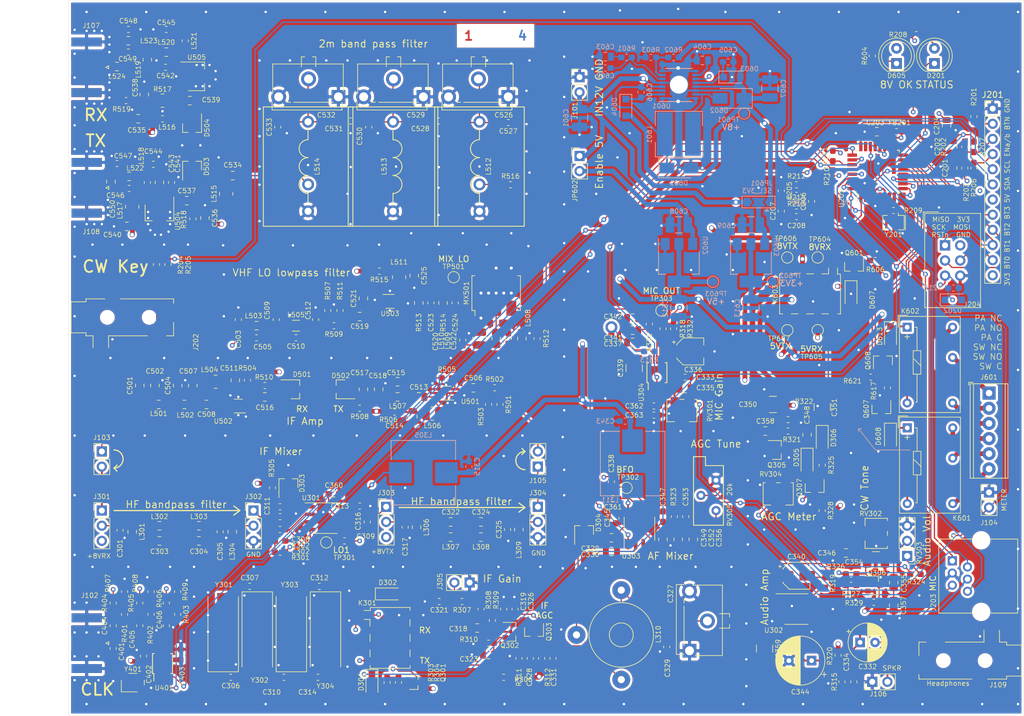
<source format=kicad_pcb>
(kicad_pcb (version 20171130) (host pcbnew 5.1.5)

  (general
    (thickness 1.6)
    (drawings 111)
    (tracks 2099)
    (zones 0)
    (modules 344)
    (nets 213)
  )

  (page A4)
  (layers
    (0 F.Cu signal)
    (1 In1.Cu signal)
    (2 In2.Cu signal)
    (31 B.Cu signal)
    (32 B.Adhes user hide)
    (33 F.Adhes user hide)
    (34 B.Paste user hide)
    (35 F.Paste user hide)
    (36 B.SilkS user hide)
    (37 F.SilkS user)
    (38 B.Mask user hide)
    (39 F.Mask user hide)
    (40 Dwgs.User user hide)
    (41 Cmts.User user hide)
    (42 Eco1.User user hide)
    (43 Eco2.User user hide)
    (44 Edge.Cuts user hide)
    (45 Margin user hide)
    (46 B.CrtYd user)
    (47 F.CrtYd user)
    (48 B.Fab user hide)
    (49 F.Fab user hide)
  )

  (setup
    (last_trace_width 0.2)
    (user_trace_width 0.2)
    (user_trace_width 0.3)
    (user_trace_width 0.8)
    (trace_clearance 0.2)
    (zone_clearance 0.8)
    (zone_45_only no)
    (trace_min 0.2)
    (via_size 0.8)
    (via_drill 0.4)
    (via_min_size 0.4)
    (via_min_drill 0.3)
    (user_via 0.8 0.4)
    (user_via 0.8 0.6)
    (uvia_size 0.3)
    (uvia_drill 0.1)
    (uvias_allowed no)
    (uvia_min_size 0.2)
    (uvia_min_drill 0.1)
    (edge_width 0.05)
    (segment_width 0.2)
    (pcb_text_width 0.3)
    (pcb_text_size 1.5 1.5)
    (mod_edge_width 0.1)
    (mod_text_size 0.8 0.8)
    (mod_text_width 0.1)
    (pad_size 1.524 1.524)
    (pad_drill 0.762)
    (pad_to_mask_clearance 0.051)
    (solder_mask_min_width 0.25)
    (aux_axis_origin 0 0)
    (visible_elements FFFFFF7F)
    (pcbplotparams
      (layerselection 0x010fc_ffffffff)
      (usegerberextensions false)
      (usegerberattributes false)
      (usegerberadvancedattributes false)
      (creategerberjobfile false)
      (excludeedgelayer true)
      (linewidth 0.100000)
      (plotframeref false)
      (viasonmask false)
      (mode 1)
      (useauxorigin false)
      (hpglpennumber 1)
      (hpglpenspeed 20)
      (hpglpendiameter 15.000000)
      (psnegative false)
      (psa4output false)
      (plotreference true)
      (plotvalue true)
      (plotinvisibletext false)
      (padsonsilk false)
      (subtractmaskfromsilk false)
      (outputformat 1)
      (mirror false)
      (drillshape 0)
      (scaleselection 1)
      (outputdirectory "out"))
  )

  (net 0 "")
  (net 1 /Control/ENC_B)
  (net 2 GND)
  (net 3 /Control/ENC_A)
  (net 4 "Net-(C203-Pad2)")
  (net 5 +3V3)
  (net 6 "Net-(C205-Pad1)")
  (net 7 "Net-(C206-Pad1)")
  (net 8 "Net-(C207-Pad1)")
  (net 9 /Baseband/CW_TONE)
  (net 10 "Net-(C301-Pad2)")
  (net 11 "Net-(C302-Pad2)")
  (net 12 "Net-(C303-Pad2)")
  (net 13 "Net-(C304-Pad2)")
  (net 14 "Net-(C306-Pad2)")
  (net 15 "Net-(C307-Pad2)")
  (net 16 "Net-(C308-Pad2)")
  (net 17 "Net-(C308-Pad1)")
  (net 18 /Baseband/LO1)
  (net 19 "Net-(C309-Pad1)")
  (net 20 "Net-(C310-Pad2)")
  (net 21 "Net-(C311-Pad2)")
  (net 22 "Net-(C312-Pad2)")
  (net 23 "Net-(C313-Pad2)")
  (net 24 "Net-(C314-Pad2)")
  (net 25 +8V)
  (net 26 "Net-(C316-Pad2)")
  (net 27 "Net-(C316-Pad1)")
  (net 28 "Net-(C317-Pad2)")
  (net 29 "Net-(C318-Pad2)")
  (net 30 "Net-(C318-Pad1)")
  (net 31 "Net-(C320-Pad2)")
  (net 32 "Net-(C320-Pad1)")
  (net 33 "Net-(C321-Pad1)")
  (net 34 "Net-(C322-Pad2)")
  (net 35 "Net-(C323-Pad2)")
  (net 36 "Net-(C324-Pad2)")
  (net 37 "Net-(C327-Pad2)")
  (net 38 "Net-(C328-Pad2)")
  (net 39 "Net-(C330-Pad2)")
  (net 40 "Net-(C330-Pad1)")
  (net 41 +8VRX)
  (net 42 /Baseband/SPKR)
  (net 43 "Net-(C332-Pad1)")
  (net 44 "Net-(C333-Pad2)")
  (net 45 "Net-(C333-Pad1)")
  (net 46 "Net-(C334-Pad2)")
  (net 47 "Net-(C336-Pad1)")
  (net 48 "Net-(C337-Pad2)")
  (net 49 "Net-(C337-Pad1)")
  (net 50 /Baseband/BFO)
  (net 51 "Net-(C338-Pad1)")
  (net 52 "Net-(C340-Pad2)")
  (net 53 "Net-(C340-Pad1)")
  (net 54 "Net-(C342-Pad2)")
  (net 55 "Net-(C344-Pad1)")
  (net 56 "Net-(C345-Pad2)")
  (net 57 "Net-(C346-Pad2)")
  (net 58 "Net-(C347-Pad2)")
  (net 59 "Net-(C347-Pad1)")
  (net 60 "Net-(C348-Pad2)")
  (net 61 "Net-(C348-Pad1)")
  (net 62 "Net-(C351-Pad1)")
  (net 63 "Net-(C352-Pad2)")
  (net 64 "Net-(C353-Pad1)")
  (net 65 "Net-(C354-Pad1)")
  (net 66 "Net-(C355-Pad2)")
  (net 67 "Net-(C355-Pad1)")
  (net 68 "Net-(C356-Pad2)")
  (net 69 "Net-(C358-Pad2)")
  (net 70 "Net-(C358-Pad1)")
  (net 71 "Net-(C401-Pad2)")
  (net 72 /Clock/REF_25MHz)
  (net 73 "Net-(C404-Pad2)")
  (net 74 "Net-(C404-Pad1)")
  (net 75 "Net-(C405-Pad2)")
  (net 76 "Net-(C405-Pad1)")
  (net 77 "Net-(C406-Pad2)")
  (net 78 "Net-(C406-Pad1)")
  (net 79 /HF_RX)
  (net 80 "Net-(C501-Pad1)")
  (net 81 /VHF_LO)
  (net 82 "Net-(C504-Pad1)")
  (net 83 "Net-(C505-Pad1)")
  (net 84 "Net-(C506-Pad2)")
  (net 85 "Net-(C506-Pad1)")
  (net 86 "Net-(C507-Pad1)")
  (net 87 "Net-(C508-Pad1)")
  (net 88 "Net-(C510-Pad1)")
  (net 89 "Net-(C511-Pad1)")
  (net 90 "Net-(C513-Pad2)")
  (net 91 "Net-(C513-Pad1)")
  (net 92 "Net-(C514-Pad1)")
  (net 93 "Net-(C516-Pad2)")
  (net 94 "Net-(C516-Pad1)")
  (net 95 "Net-(C517-Pad2)")
  (net 96 "Net-(C517-Pad1)")
  (net 97 "Net-(C519-Pad2)")
  (net 98 "Net-(C519-Pad1)")
  (net 99 "Net-(C520-Pad1)")
  (net 100 "Net-(C522-Pad2)")
  (net 101 "Net-(C522-Pad1)")
  (net 102 "Net-(C523-Pad2)")
  (net 103 "Net-(C523-Pad1)")
  (net 104 "Net-(C524-Pad2)")
  (net 105 "Net-(C524-Pad1)")
  (net 106 "Net-(C525-Pad1)")
  (net 107 "Net-(C526-Pad2)")
  (net 108 "Net-(C528-Pad2)")
  (net 109 "Net-(C531-Pad2)")
  (net 110 "Net-(C534-Pad2)")
  (net 111 "Net-(C534-Pad1)")
  (net 112 +5RX)
  (net 113 +5TX)
  (net 114 "Net-(C537-Pad2)")
  (net 115 "Net-(C537-Pad1)")
  (net 116 "Net-(C538-Pad2)")
  (net 117 "Net-(C539-Pad2)")
  (net 118 "Net-(C539-Pad1)")
  (net 119 "Net-(C541-Pad1)")
  (net 120 "Net-(C542-Pad2)")
  (net 121 "Net-(C542-Pad1)")
  (net 122 "Net-(C543-Pad1)")
  (net 123 "Net-(C545-Pad1)")
  (net 124 "Net-(C546-Pad1)")
  (net 125 "Net-(C548-Pad1)")
  (net 126 "Net-(C549-Pad2)")
  (net 127 "Net-(C549-Pad1)")
  (net 128 /VHF_TX)
  (net 129 +12V)
  (net 130 "Net-(C602-Pad1)")
  (net 131 "Net-(C603-Pad1)")
  (net 132 "Net-(C604-Pad1)")
  (net 133 "Net-(C605-Pad2)")
  (net 134 "Net-(C606-Pad2)")
  (net 135 "Net-(C606-Pad1)")
  (net 136 "Net-(C608-Pad1)")
  (net 137 "Net-(C609-Pad1)")
  (net 138 +5VA)
  (net 139 "Net-(D201-Pad2)")
  (net 140 /Control/RESETn)
  (net 141 "Net-(D301-Pad2)")
  (net 142 /Control/SEQ0n)
  (net 143 "Net-(D302-Pad1)")
  (net 144 "Net-(D603-Pad2)")
  (net 145 "Net-(D605-Pad1)")
  (net 146 /Control/SEQ2n)
  (net 147 /Baseband/METER)
  (net 148 /HF_TX)
  (net 149 /VHF_RX)
  (net 150 /Control/BTN0)
  (net 151 /Control/BTN1)
  (net 152 /Control/BTN2)
  (net 153 /Control/BTN3)
  (net 154 SDA)
  (net 155 SCL)
  (net 156 "Net-(J201-Pad4)")
  (net 157 "Net-(J201-Pad3)")
  (net 158 "Net-(J201-Pad2)")
  (net 159 "Net-(J202-PadT)")
  (net 160 "Net-(J202-PadR)")
  (net 161 /Control/MIC_SW2)
  (net 162 /Baseband/MIC)
  (net 163 /Control/MIC_SW1)
  (net 164 +8VTX)
  (net 165 "Net-(J601-Pad5)")
  (net 166 "Net-(J601-Pad4)")
  (net 167 "Net-(J601-Pad3)")
  (net 168 "Net-(J601-Pad2)")
  (net 169 "Net-(K301-Pad2)")
  (net 170 "Net-(K301-Pad4)")
  (net 171 "Net-(L512-Pad2)")
  (net 172 "Net-(L520-Pad2)")
  (net 173 "Net-(MX501-Pad3)")
  (net 174 "Net-(MX501-Pad6)")
  (net 175 "Net-(Q301-Pad1)")
  (net 176 "Net-(Q302-Pad3)")
  (net 177 "Net-(Q307-Pad2)")
  (net 178 "Net-(Q307-Pad1)")
  (net 179 "Net-(Q601-Pad1)")
  (net 180 "Net-(Q607-Pad1)")
  (net 181 /Control/ENC_BTN)
  (net 182 /Control/CW_INPUT)
  (net 183 /Control/XTAL1)
  (net 184 /Control/XTAL2)
  (net 185 /Baseband/CW_KEYn)
  (net 186 "Net-(R319-Pad1)")
  (net 187 "Net-(R324-Pad1)")
  (net 188 /Baseband/MUTE_SPKR)
  (net 189 "Net-(R602-Pad1)")
  (net 190 "Net-(U401-Pad3)")
  (net 191 /IF_RX)
  (net 192 /IF_TX)
  (net 193 /Control/SEQ1n)
  (net 194 "Net-(J106-Pad2)")
  (net 195 /AF_OUT)
  (net 196 "Net-(Q608-Pad1)")
  (net 197 "Net-(C362-Pad2)")
  (net 198 "Net-(C362-Pad1)")
  (net 199 "Net-(J601-Pad6)")
  (net 200 "Net-(J601-Pad1)")
  (net 201 /Baseband/MIC_SDn)
  (net 202 "Net-(R318-Pad2)")
  (net 203 "Net-(R332-Pad2)")
  (net 204 /Control/STATUSn)
  (net 205 /Control/PWM_CW)
  (net 206 "Net-(C359-Pad1)")
  (net 207 "Net-(C360-Pad1)")
  (net 208 "Net-(C361-Pad1)")
  (net 209 /Baseband/AGC)
  (net 210 "Net-(D607-Pad2)")
  (net 211 "Net-(D608-Pad2)")
  (net 212 "Net-(D613-Pad2)")

  (net_class Default "This is the default net class."
    (clearance 0.2)
    (trace_width 0.2)
    (via_dia 0.8)
    (via_drill 0.4)
    (uvia_dia 0.3)
    (uvia_drill 0.1)
    (add_net /AF_OUT)
    (add_net /Baseband/AGC)
    (add_net /Baseband/BFO)
    (add_net /Baseband/CW_KEYn)
    (add_net /Baseband/CW_TONE)
    (add_net /Baseband/LO1)
    (add_net /Baseband/METER)
    (add_net /Baseband/MIC)
    (add_net /Baseband/MIC_SDn)
    (add_net /Baseband/MUTE_SPKR)
    (add_net /Baseband/SPKR)
    (add_net /Clock/REF_25MHz)
    (add_net /Control/BTN0)
    (add_net /Control/BTN1)
    (add_net /Control/BTN2)
    (add_net /Control/BTN3)
    (add_net /Control/CW_INPUT)
    (add_net /Control/ENC_A)
    (add_net /Control/ENC_B)
    (add_net /Control/ENC_BTN)
    (add_net /Control/MIC_SW1)
    (add_net /Control/MIC_SW2)
    (add_net /Control/PWM_CW)
    (add_net /Control/RESETn)
    (add_net /Control/SEQ0n)
    (add_net /Control/SEQ1n)
    (add_net /Control/SEQ2n)
    (add_net /Control/STATUSn)
    (add_net /Control/XTAL1)
    (add_net /Control/XTAL2)
    (add_net /HF_RX)
    (add_net /HF_TX)
    (add_net /IF_RX)
    (add_net /IF_TX)
    (add_net /VHF_LO)
    (add_net /VHF_RX)
    (add_net /VHF_TX)
    (add_net "Net-(C203-Pad2)")
    (add_net "Net-(C205-Pad1)")
    (add_net "Net-(C206-Pad1)")
    (add_net "Net-(C207-Pad1)")
    (add_net "Net-(C301-Pad2)")
    (add_net "Net-(C302-Pad2)")
    (add_net "Net-(C303-Pad2)")
    (add_net "Net-(C304-Pad2)")
    (add_net "Net-(C306-Pad2)")
    (add_net "Net-(C307-Pad2)")
    (add_net "Net-(C308-Pad1)")
    (add_net "Net-(C308-Pad2)")
    (add_net "Net-(C309-Pad1)")
    (add_net "Net-(C310-Pad2)")
    (add_net "Net-(C311-Pad2)")
    (add_net "Net-(C312-Pad2)")
    (add_net "Net-(C313-Pad2)")
    (add_net "Net-(C314-Pad2)")
    (add_net "Net-(C316-Pad1)")
    (add_net "Net-(C316-Pad2)")
    (add_net "Net-(C317-Pad2)")
    (add_net "Net-(C318-Pad1)")
    (add_net "Net-(C318-Pad2)")
    (add_net "Net-(C320-Pad1)")
    (add_net "Net-(C320-Pad2)")
    (add_net "Net-(C321-Pad1)")
    (add_net "Net-(C322-Pad2)")
    (add_net "Net-(C323-Pad2)")
    (add_net "Net-(C324-Pad2)")
    (add_net "Net-(C327-Pad2)")
    (add_net "Net-(C328-Pad2)")
    (add_net "Net-(C330-Pad1)")
    (add_net "Net-(C330-Pad2)")
    (add_net "Net-(C332-Pad1)")
    (add_net "Net-(C333-Pad1)")
    (add_net "Net-(C333-Pad2)")
    (add_net "Net-(C334-Pad2)")
    (add_net "Net-(C336-Pad1)")
    (add_net "Net-(C337-Pad1)")
    (add_net "Net-(C337-Pad2)")
    (add_net "Net-(C338-Pad1)")
    (add_net "Net-(C340-Pad1)")
    (add_net "Net-(C340-Pad2)")
    (add_net "Net-(C342-Pad2)")
    (add_net "Net-(C344-Pad1)")
    (add_net "Net-(C345-Pad2)")
    (add_net "Net-(C346-Pad2)")
    (add_net "Net-(C347-Pad1)")
    (add_net "Net-(C347-Pad2)")
    (add_net "Net-(C348-Pad1)")
    (add_net "Net-(C348-Pad2)")
    (add_net "Net-(C351-Pad1)")
    (add_net "Net-(C352-Pad2)")
    (add_net "Net-(C353-Pad1)")
    (add_net "Net-(C354-Pad1)")
    (add_net "Net-(C355-Pad1)")
    (add_net "Net-(C355-Pad2)")
    (add_net "Net-(C356-Pad2)")
    (add_net "Net-(C358-Pad1)")
    (add_net "Net-(C358-Pad2)")
    (add_net "Net-(C359-Pad1)")
    (add_net "Net-(C360-Pad1)")
    (add_net "Net-(C361-Pad1)")
    (add_net "Net-(C362-Pad1)")
    (add_net "Net-(C362-Pad2)")
    (add_net "Net-(C401-Pad2)")
    (add_net "Net-(C404-Pad1)")
    (add_net "Net-(C404-Pad2)")
    (add_net "Net-(C405-Pad1)")
    (add_net "Net-(C405-Pad2)")
    (add_net "Net-(C406-Pad1)")
    (add_net "Net-(C406-Pad2)")
    (add_net "Net-(C501-Pad1)")
    (add_net "Net-(C504-Pad1)")
    (add_net "Net-(C505-Pad1)")
    (add_net "Net-(C506-Pad1)")
    (add_net "Net-(C506-Pad2)")
    (add_net "Net-(C507-Pad1)")
    (add_net "Net-(C508-Pad1)")
    (add_net "Net-(C510-Pad1)")
    (add_net "Net-(C511-Pad1)")
    (add_net "Net-(C513-Pad1)")
    (add_net "Net-(C513-Pad2)")
    (add_net "Net-(C514-Pad1)")
    (add_net "Net-(C516-Pad1)")
    (add_net "Net-(C516-Pad2)")
    (add_net "Net-(C517-Pad1)")
    (add_net "Net-(C517-Pad2)")
    (add_net "Net-(C519-Pad1)")
    (add_net "Net-(C519-Pad2)")
    (add_net "Net-(C520-Pad1)")
    (add_net "Net-(C522-Pad1)")
    (add_net "Net-(C522-Pad2)")
    (add_net "Net-(C523-Pad1)")
    (add_net "Net-(C523-Pad2)")
    (add_net "Net-(C524-Pad1)")
    (add_net "Net-(C524-Pad2)")
    (add_net "Net-(C525-Pad1)")
    (add_net "Net-(C526-Pad2)")
    (add_net "Net-(C528-Pad2)")
    (add_net "Net-(C531-Pad2)")
    (add_net "Net-(C534-Pad1)")
    (add_net "Net-(C534-Pad2)")
    (add_net "Net-(C537-Pad1)")
    (add_net "Net-(C537-Pad2)")
    (add_net "Net-(C538-Pad2)")
    (add_net "Net-(C539-Pad1)")
    (add_net "Net-(C539-Pad2)")
    (add_net "Net-(C541-Pad1)")
    (add_net "Net-(C542-Pad1)")
    (add_net "Net-(C542-Pad2)")
    (add_net "Net-(C543-Pad1)")
    (add_net "Net-(C545-Pad1)")
    (add_net "Net-(C546-Pad1)")
    (add_net "Net-(C548-Pad1)")
    (add_net "Net-(C549-Pad1)")
    (add_net "Net-(C549-Pad2)")
    (add_net "Net-(C602-Pad1)")
    (add_net "Net-(C603-Pad1)")
    (add_net "Net-(C604-Pad1)")
    (add_net "Net-(C605-Pad2)")
    (add_net "Net-(C606-Pad1)")
    (add_net "Net-(C606-Pad2)")
    (add_net "Net-(C608-Pad1)")
    (add_net "Net-(C609-Pad1)")
    (add_net "Net-(D201-Pad2)")
    (add_net "Net-(D301-Pad2)")
    (add_net "Net-(D302-Pad1)")
    (add_net "Net-(D603-Pad2)")
    (add_net "Net-(D605-Pad1)")
    (add_net "Net-(D607-Pad2)")
    (add_net "Net-(D608-Pad2)")
    (add_net "Net-(D613-Pad2)")
    (add_net "Net-(J106-Pad2)")
    (add_net "Net-(J201-Pad2)")
    (add_net "Net-(J201-Pad3)")
    (add_net "Net-(J201-Pad4)")
    (add_net "Net-(J202-PadR)")
    (add_net "Net-(J202-PadT)")
    (add_net "Net-(J601-Pad1)")
    (add_net "Net-(J601-Pad2)")
    (add_net "Net-(J601-Pad3)")
    (add_net "Net-(J601-Pad4)")
    (add_net "Net-(J601-Pad5)")
    (add_net "Net-(J601-Pad6)")
    (add_net "Net-(K301-Pad2)")
    (add_net "Net-(K301-Pad4)")
    (add_net "Net-(L512-Pad2)")
    (add_net "Net-(L520-Pad2)")
    (add_net "Net-(MX501-Pad3)")
    (add_net "Net-(MX501-Pad6)")
    (add_net "Net-(Q301-Pad1)")
    (add_net "Net-(Q302-Pad3)")
    (add_net "Net-(Q307-Pad1)")
    (add_net "Net-(Q307-Pad2)")
    (add_net "Net-(Q601-Pad1)")
    (add_net "Net-(Q607-Pad1)")
    (add_net "Net-(Q608-Pad1)")
    (add_net "Net-(R318-Pad2)")
    (add_net "Net-(R319-Pad1)")
    (add_net "Net-(R324-Pad1)")
    (add_net "Net-(R332-Pad2)")
    (add_net "Net-(R602-Pad1)")
    (add_net "Net-(U401-Pad3)")
    (add_net SCL)
    (add_net SDA)
  )

  (net_class Power ""
    (clearance 0.2)
    (trace_width 0.8)
    (via_dia 0.8)
    (via_drill 0.6)
    (uvia_dia 0.3)
    (uvia_drill 0.1)
    (add_net +12V)
    (add_net +3V3)
    (add_net +5RX)
    (add_net +5TX)
    (add_net +5VA)
    (add_net +8V)
    (add_net +8VRX)
    (add_net +8VTX)
    (add_net GND)
  )

  (module Package_TO_SOT_SMD:SOT-23 (layer F.Cu) (tedit 5A02FF57) (tstamp 5E72976E)
    (at 166.37 90.424 90)
    (descr "SOT-23, Standard")
    (tags SOT-23)
    (path /5E2DC494/5E792F7E)
    (attr smd)
    (fp_text reference Q608 (at 0 -2.5 90) (layer F.SilkS)
      (effects (font (size 0.8 0.8) (thickness 0.1)))
    )
    (fp_text value MMBT3904 (at 0 2.5 90) (layer F.Fab)
      (effects (font (size 1 1) (thickness 0.15)))
    )
    (fp_line (start 0.76 1.58) (end -0.7 1.58) (layer F.SilkS) (width 0.12))
    (fp_line (start 0.76 -1.58) (end -1.4 -1.58) (layer F.SilkS) (width 0.12))
    (fp_line (start -1.7 1.75) (end -1.7 -1.75) (layer F.CrtYd) (width 0.05))
    (fp_line (start 1.7 1.75) (end -1.7 1.75) (layer F.CrtYd) (width 0.05))
    (fp_line (start 1.7 -1.75) (end 1.7 1.75) (layer F.CrtYd) (width 0.05))
    (fp_line (start -1.7 -1.75) (end 1.7 -1.75) (layer F.CrtYd) (width 0.05))
    (fp_line (start 0.76 -1.58) (end 0.76 -0.65) (layer F.SilkS) (width 0.12))
    (fp_line (start 0.76 1.58) (end 0.76 0.65) (layer F.SilkS) (width 0.12))
    (fp_line (start -0.7 1.52) (end 0.7 1.52) (layer F.Fab) (width 0.1))
    (fp_line (start 0.7 -1.52) (end 0.7 1.52) (layer F.Fab) (width 0.1))
    (fp_line (start -0.7 -0.95) (end -0.15 -1.52) (layer F.Fab) (width 0.1))
    (fp_line (start -0.15 -1.52) (end 0.7 -1.52) (layer F.Fab) (width 0.1))
    (fp_line (start -0.7 -0.95) (end -0.7 1.5) (layer F.Fab) (width 0.1))
    (fp_text user %R (at 0 0) (layer F.Fab)
      (effects (font (size 0.5 0.5) (thickness 0.075)))
    )
    (pad 3 smd rect (at 1 0 90) (size 0.9 0.8) (layers F.Cu F.Paste F.Mask)
      (net 212 "Net-(D613-Pad2)"))
    (pad 2 smd rect (at -1 0.95 90) (size 0.9 0.8) (layers F.Cu F.Paste F.Mask)
      (net 2 GND))
    (pad 1 smd rect (at -1 -0.95 90) (size 0.9 0.8) (layers F.Cu F.Paste F.Mask)
      (net 196 "Net-(Q608-Pad1)"))
    (model ${KISYS3DMOD}/Package_TO_SOT_SMD.3dshapes/SOT-23.wrl
      (at (xyz 0 0 0))
      (scale (xyz 1 1 1))
      (rotate (xyz 0 0 0))
    )
  )

  (module Package_TO_SOT_SMD:SOT-23 (layer F.Cu) (tedit 5A02FF57) (tstamp 5E729759)
    (at 166.116 98.552 270)
    (descr "SOT-23, Standard")
    (tags SOT-23)
    (path /5E2DC494/5E74ECB6)
    (attr smd)
    (fp_text reference Q607 (at 0 2.54 90) (layer F.SilkS)
      (effects (font (size 0.8 0.8) (thickness 0.1)))
    )
    (fp_text value MMBT3904 (at 0 2.5 90) (layer F.Fab)
      (effects (font (size 1 1) (thickness 0.15)))
    )
    (fp_line (start 0.76 1.58) (end -0.7 1.58) (layer F.SilkS) (width 0.12))
    (fp_line (start 0.76 -1.58) (end -1.4 -1.58) (layer F.SilkS) (width 0.12))
    (fp_line (start -1.7 1.75) (end -1.7 -1.75) (layer F.CrtYd) (width 0.05))
    (fp_line (start 1.7 1.75) (end -1.7 1.75) (layer F.CrtYd) (width 0.05))
    (fp_line (start 1.7 -1.75) (end 1.7 1.75) (layer F.CrtYd) (width 0.05))
    (fp_line (start -1.7 -1.75) (end 1.7 -1.75) (layer F.CrtYd) (width 0.05))
    (fp_line (start 0.76 -1.58) (end 0.76 -0.65) (layer F.SilkS) (width 0.12))
    (fp_line (start 0.76 1.58) (end 0.76 0.65) (layer F.SilkS) (width 0.12))
    (fp_line (start -0.7 1.52) (end 0.7 1.52) (layer F.Fab) (width 0.1))
    (fp_line (start 0.7 -1.52) (end 0.7 1.52) (layer F.Fab) (width 0.1))
    (fp_line (start -0.7 -0.95) (end -0.15 -1.52) (layer F.Fab) (width 0.1))
    (fp_line (start -0.15 -1.52) (end 0.7 -1.52) (layer F.Fab) (width 0.1))
    (fp_line (start -0.7 -0.95) (end -0.7 1.5) (layer F.Fab) (width 0.1))
    (fp_text user %R (at 0 0) (layer F.Fab)
      (effects (font (size 0.5 0.5) (thickness 0.075)))
    )
    (pad 3 smd rect (at 1 0 270) (size 0.9 0.8) (layers F.Cu F.Paste F.Mask)
      (net 211 "Net-(D608-Pad2)"))
    (pad 2 smd rect (at -1 0.95 270) (size 0.9 0.8) (layers F.Cu F.Paste F.Mask)
      (net 2 GND))
    (pad 1 smd rect (at -1 -0.95 270) (size 0.9 0.8) (layers F.Cu F.Paste F.Mask)
      (net 180 "Net-(Q607-Pad1)"))
    (model ${KISYS3DMOD}/Package_TO_SOT_SMD.3dshapes/SOT-23.wrl
      (at (xyz 0 0 0))
      (scale (xyz 1 1 1))
      (rotate (xyz 0 0 0))
    )
  )

  (module Package_TO_SOT_SMD:SOT-23 (layer F.Cu) (tedit 5A02FF57) (tstamp 5E729744)
    (at 161.544 74.676 270)
    (descr "SOT-23, Standard")
    (tags SOT-23)
    (path /5E2DC494/5E7C9B0E)
    (attr smd)
    (fp_text reference Q601 (at -2.286 0 180) (layer F.SilkS)
      (effects (font (size 0.8 0.8) (thickness 0.1)))
    )
    (fp_text value MMBT3904 (at 0 2.5 90) (layer F.Fab)
      (effects (font (size 1 1) (thickness 0.15)))
    )
    (fp_line (start 0.76 1.58) (end -0.7 1.58) (layer F.SilkS) (width 0.12))
    (fp_line (start 0.76 -1.58) (end -1.4 -1.58) (layer F.SilkS) (width 0.12))
    (fp_line (start -1.7 1.75) (end -1.7 -1.75) (layer F.CrtYd) (width 0.05))
    (fp_line (start 1.7 1.75) (end -1.7 1.75) (layer F.CrtYd) (width 0.05))
    (fp_line (start 1.7 -1.75) (end 1.7 1.75) (layer F.CrtYd) (width 0.05))
    (fp_line (start -1.7 -1.75) (end 1.7 -1.75) (layer F.CrtYd) (width 0.05))
    (fp_line (start 0.76 -1.58) (end 0.76 -0.65) (layer F.SilkS) (width 0.12))
    (fp_line (start 0.76 1.58) (end 0.76 0.65) (layer F.SilkS) (width 0.12))
    (fp_line (start -0.7 1.52) (end 0.7 1.52) (layer F.Fab) (width 0.1))
    (fp_line (start 0.7 -1.52) (end 0.7 1.52) (layer F.Fab) (width 0.1))
    (fp_line (start -0.7 -0.95) (end -0.15 -1.52) (layer F.Fab) (width 0.1))
    (fp_line (start -0.15 -1.52) (end 0.7 -1.52) (layer F.Fab) (width 0.1))
    (fp_line (start -0.7 -0.95) (end -0.7 1.5) (layer F.Fab) (width 0.1))
    (fp_text user %R (at 0 0) (layer F.Fab)
      (effects (font (size 0.5 0.5) (thickness 0.075)))
    )
    (pad 3 smd rect (at 1 0 270) (size 0.9 0.8) (layers F.Cu F.Paste F.Mask)
      (net 210 "Net-(D607-Pad2)"))
    (pad 2 smd rect (at -1 0.95 270) (size 0.9 0.8) (layers F.Cu F.Paste F.Mask)
      (net 2 GND))
    (pad 1 smd rect (at -1 -0.95 270) (size 0.9 0.8) (layers F.Cu F.Paste F.Mask)
      (net 179 "Net-(Q601-Pad1)"))
    (model ${KISYS3DMOD}/Package_TO_SOT_SMD.3dshapes/SOT-23.wrl
      (at (xyz 0 0 0))
      (scale (xyz 1 1 1))
      (rotate (xyz 0 0 0))
    )
  )

  (module Connector_PinHeader_2.54mm:PinHeader_1x03_P2.54mm_Vertical (layer F.Cu) (tedit 59FED5CC) (tstamp 5E5828AA)
    (at 170.434 123.19 180)
    (descr "Through hole straight pin header, 1x03, 2.54mm pitch, single row")
    (tags "Through hole pin header THT 1x03 2.54mm single row")
    (path /5E3088F9/5E501314)
    (fp_text reference RV303 (at -2.032 0.508 90) (layer F.SilkS)
      (effects (font (size 0.8 0.8) (thickness 0.1)))
    )
    (fp_text value 10k (at 0 7.41) (layer F.Fab)
      (effects (font (size 1 1) (thickness 0.15)))
    )
    (fp_text user %R (at 0 2.54 90) (layer F.Fab)
      (effects (font (size 1 1) (thickness 0.15)))
    )
    (fp_line (start 1.8 -1.8) (end -1.8 -1.8) (layer F.CrtYd) (width 0.05))
    (fp_line (start 1.8 6.85) (end 1.8 -1.8) (layer F.CrtYd) (width 0.05))
    (fp_line (start -1.8 6.85) (end 1.8 6.85) (layer F.CrtYd) (width 0.05))
    (fp_line (start -1.8 -1.8) (end -1.8 6.85) (layer F.CrtYd) (width 0.05))
    (fp_line (start -1.33 -1.33) (end 0 -1.33) (layer F.SilkS) (width 0.12))
    (fp_line (start -1.33 0) (end -1.33 -1.33) (layer F.SilkS) (width 0.12))
    (fp_line (start -1.33 1.27) (end 1.33 1.27) (layer F.SilkS) (width 0.12))
    (fp_line (start 1.33 1.27) (end 1.33 6.41) (layer F.SilkS) (width 0.12))
    (fp_line (start -1.33 1.27) (end -1.33 6.41) (layer F.SilkS) (width 0.12))
    (fp_line (start -1.33 6.41) (end 1.33 6.41) (layer F.SilkS) (width 0.12))
    (fp_line (start -1.27 -0.635) (end -0.635 -1.27) (layer F.Fab) (width 0.1))
    (fp_line (start -1.27 6.35) (end -1.27 -0.635) (layer F.Fab) (width 0.1))
    (fp_line (start 1.27 6.35) (end -1.27 6.35) (layer F.Fab) (width 0.1))
    (fp_line (start 1.27 -1.27) (end 1.27 6.35) (layer F.Fab) (width 0.1))
    (fp_line (start -0.635 -1.27) (end 1.27 -1.27) (layer F.Fab) (width 0.1))
    (pad 3 thru_hole oval (at 0 5.08 180) (size 1.7 1.7) (drill 1) (layers *.Cu *.Mask)
      (net 2 GND))
    (pad 2 thru_hole oval (at 0 2.54 180) (size 1.7 1.7) (drill 1) (layers *.Cu *.Mask)
      (net 66 "Net-(C355-Pad2)"))
    (pad 1 thru_hole rect (at 0 0 180) (size 1.7 1.7) (drill 1) (layers *.Cu *.Mask)
      (net 187 "Net-(R324-Pad1)"))
    (model ${KISYS3DMOD}/Connector_PinHeader_2.54mm.3dshapes/PinHeader_1x03_P2.54mm_Vertical.wrl
      (at (xyz 0 0 0))
      (scale (xyz 1 1 1))
      (rotate (xyz 0 0 0))
    )
  )

  (module Capacitor_SMD:C_0603_1608Metric_Pad1.05x0.95mm_HandSolder (layer F.Cu) (tedit 5B301BBE) (tstamp 5E70E965)
    (at 121.158 113.538 180)
    (descr "Capacitor SMD 0603 (1608 Metric), square (rectangular) end terminal, IPC_7351 nominal with elongated pad for handsoldering. (Body size source: http://www.tortai-tech.com/upload/download/2011102023233369053.pdf), generated with kicad-footprint-generator")
    (tags "capacitor handsolder")
    (path /5E3088F9/5E81CE48)
    (attr smd)
    (fp_text reference C361 (at 0 -1.43) (layer F.SilkS)
      (effects (font (size 0.8 0.8) (thickness 0.1)))
    )
    (fp_text value DNF (at 0 1.43) (layer F.Fab)
      (effects (font (size 1 1) (thickness 0.15)))
    )
    (fp_text user %R (at 0 0) (layer F.Fab)
      (effects (font (size 0.4 0.4) (thickness 0.06)))
    )
    (fp_line (start 1.65 0.73) (end -1.65 0.73) (layer F.CrtYd) (width 0.05))
    (fp_line (start 1.65 -0.73) (end 1.65 0.73) (layer F.CrtYd) (width 0.05))
    (fp_line (start -1.65 -0.73) (end 1.65 -0.73) (layer F.CrtYd) (width 0.05))
    (fp_line (start -1.65 0.73) (end -1.65 -0.73) (layer F.CrtYd) (width 0.05))
    (fp_line (start -0.171267 0.51) (end 0.171267 0.51) (layer F.SilkS) (width 0.12))
    (fp_line (start -0.171267 -0.51) (end 0.171267 -0.51) (layer F.SilkS) (width 0.12))
    (fp_line (start 0.8 0.4) (end -0.8 0.4) (layer F.Fab) (width 0.1))
    (fp_line (start 0.8 -0.4) (end 0.8 0.4) (layer F.Fab) (width 0.1))
    (fp_line (start -0.8 -0.4) (end 0.8 -0.4) (layer F.Fab) (width 0.1))
    (fp_line (start -0.8 0.4) (end -0.8 -0.4) (layer F.Fab) (width 0.1))
    (pad 2 smd roundrect (at 0.875 0 180) (size 1.05 0.95) (layers F.Cu F.Paste F.Mask) (roundrect_rratio 0.25)
      (net 2 GND))
    (pad 1 smd roundrect (at -0.875 0 180) (size 1.05 0.95) (layers F.Cu F.Paste F.Mask) (roundrect_rratio 0.25)
      (net 208 "Net-(C361-Pad1)"))
    (model ${KISYS3DMOD}/Capacitor_SMD.3dshapes/C_0603_1608Metric.wrl
      (at (xyz 0 0 0))
      (scale (xyz 1 1 1))
      (rotate (xyz 0 0 0))
    )
  )

  (module Capacitor_SMD:C_0603_1608Metric_Pad1.05x0.95mm_HandSolder (layer F.Cu) (tedit 5B301BBE) (tstamp 5E70E954)
    (at 74.422 112.776)
    (descr "Capacitor SMD 0603 (1608 Metric), square (rectangular) end terminal, IPC_7351 nominal with elongated pad for handsoldering. (Body size source: http://www.tortai-tech.com/upload/download/2011102023233369053.pdf), generated with kicad-footprint-generator")
    (tags "capacitor handsolder")
    (path /5E3088F9/5E75D590)
    (attr smd)
    (fp_text reference C360 (at 0 -1.43) (layer F.SilkS)
      (effects (font (size 0.8 0.8) (thickness 0.1)))
    )
    (fp_text value DNF (at 0 1.43) (layer F.Fab)
      (effects (font (size 1 1) (thickness 0.15)))
    )
    (fp_text user %R (at 0 0) (layer F.Fab)
      (effects (font (size 0.4 0.4) (thickness 0.06)))
    )
    (fp_line (start 1.65 0.73) (end -1.65 0.73) (layer F.CrtYd) (width 0.05))
    (fp_line (start 1.65 -0.73) (end 1.65 0.73) (layer F.CrtYd) (width 0.05))
    (fp_line (start -1.65 -0.73) (end 1.65 -0.73) (layer F.CrtYd) (width 0.05))
    (fp_line (start -1.65 0.73) (end -1.65 -0.73) (layer F.CrtYd) (width 0.05))
    (fp_line (start -0.171267 0.51) (end 0.171267 0.51) (layer F.SilkS) (width 0.12))
    (fp_line (start -0.171267 -0.51) (end 0.171267 -0.51) (layer F.SilkS) (width 0.12))
    (fp_line (start 0.8 0.4) (end -0.8 0.4) (layer F.Fab) (width 0.1))
    (fp_line (start 0.8 -0.4) (end 0.8 0.4) (layer F.Fab) (width 0.1))
    (fp_line (start -0.8 -0.4) (end 0.8 -0.4) (layer F.Fab) (width 0.1))
    (fp_line (start -0.8 0.4) (end -0.8 -0.4) (layer F.Fab) (width 0.1))
    (pad 2 smd roundrect (at 0.875 0) (size 1.05 0.95) (layers F.Cu F.Paste F.Mask) (roundrect_rratio 0.25)
      (net 2 GND))
    (pad 1 smd roundrect (at -0.875 0) (size 1.05 0.95) (layers F.Cu F.Paste F.Mask) (roundrect_rratio 0.25)
      (net 207 "Net-(C360-Pad1)"))
    (model ${KISYS3DMOD}/Capacitor_SMD.3dshapes/C_0603_1608Metric.wrl
      (at (xyz 0 0 0))
      (scale (xyz 1 1 1))
      (rotate (xyz 0 0 0))
    )
  )

  (module Inductor_SMD:L_Wuerth_HCI-1030 (layer B.Cu) (tedit 5990349D) (tstamp 5E6FC55F)
    (at 124.46 107.696 270)
    (descr "Inductor, Wuerth Elektronik, Wuerth_HCI-1030, 10.6mmx10.6mm")
    (tags "inductor Wuerth hci smd")
    (path /5E3088F9/5E58690F)
    (attr smd)
    (fp_text reference L311 (at 6.096 3.81 180) (layer B.SilkS)
      (effects (font (size 0.8 0.8) (thickness 0.1)) (justify mirror))
    )
    (fp_text value 100uH (at 0 -6.8 90) (layer B.Fab)
      (effects (font (size 1 1) (thickness 0.15)) (justify mirror))
    )
    (fp_line (start 5.4 5.4) (end 5.4 2.15) (layer B.SilkS) (width 0.12))
    (fp_line (start -5.4 5.4) (end 5.4 5.4) (layer B.SilkS) (width 0.12))
    (fp_line (start -5.4 2.15) (end -5.4 5.4) (layer B.SilkS) (width 0.12))
    (fp_line (start 5.4 -5.4) (end 5.4 -2.15) (layer B.SilkS) (width 0.12))
    (fp_line (start -5.4 -5.4) (end 5.4 -5.4) (layer B.SilkS) (width 0.12))
    (fp_line (start -5.4 -2.15) (end -5.4 -5.4) (layer B.SilkS) (width 0.12))
    (fp_line (start 6 5.55) (end -6 5.55) (layer B.CrtYd) (width 0.05))
    (fp_line (start 6 -5.55) (end 6 5.55) (layer B.CrtYd) (width 0.05))
    (fp_line (start -6 -5.55) (end 6 -5.55) (layer B.CrtYd) (width 0.05))
    (fp_line (start -6 5.55) (end -6 -5.55) (layer B.CrtYd) (width 0.05))
    (fp_line (start 5.3 5.3) (end -5.3 5.3) (layer B.Fab) (width 0.1))
    (fp_line (start 5.3 -5.3) (end 5.3 5.3) (layer B.Fab) (width 0.1))
    (fp_line (start -5.3 -5.3) (end 5.3 -5.3) (layer B.Fab) (width 0.1))
    (fp_line (start -5.3 5.3) (end -5.3 -5.3) (layer B.Fab) (width 0.1))
    (fp_text user %R (at 0 0 90) (layer B.Fab)
      (effects (font (size 1 1) (thickness 0.15)) (justify mirror))
    )
    (pad 2 smd rect (at 3.85 0 270) (size 3.8 3.5) (layers B.Cu B.Paste B.Mask)
      (net 56 "Net-(C345-Pad2)"))
    (pad 1 smd rect (at -3.85 0 270) (size 3.8 3.5) (layers B.Cu B.Paste B.Mask)
      (net 25 +8V))
    (model ${KISYS3DMOD}/Inductor_SMD.3dshapes/L_Wuerth_HCI-1030.wrl
      (at (xyz 0 0 0))
      (scale (xyz 1 1 1))
      (rotate (xyz 0 0 0))
    )
  )

  (module Inductor_SMD:L_Wuerth_HCI-1030 (layer B.Cu) (tedit 5990349D) (tstamp 5E5D7FEA)
    (at 89.408 109.22 180)
    (descr "Inductor, Wuerth Elektronik, Wuerth_HCI-1030, 10.6mmx10.6mm")
    (tags "inductor Wuerth hci smd")
    (path /5E3088F9/5E56EE9F)
    (attr smd)
    (fp_text reference L305 (at 0 6.3) (layer B.SilkS)
      (effects (font (size 0.8 0.8) (thickness 0.1)) (justify mirror))
    )
    (fp_text value 100uH (at 0 -6.8) (layer B.Fab)
      (effects (font (size 1 1) (thickness 0.15)) (justify mirror))
    )
    (fp_line (start 5.4 5.4) (end 5.4 2.15) (layer B.SilkS) (width 0.12))
    (fp_line (start -5.4 5.4) (end 5.4 5.4) (layer B.SilkS) (width 0.12))
    (fp_line (start -5.4 2.15) (end -5.4 5.4) (layer B.SilkS) (width 0.12))
    (fp_line (start 5.4 -5.4) (end 5.4 -2.15) (layer B.SilkS) (width 0.12))
    (fp_line (start -5.4 -5.4) (end 5.4 -5.4) (layer B.SilkS) (width 0.12))
    (fp_line (start -5.4 -2.15) (end -5.4 -5.4) (layer B.SilkS) (width 0.12))
    (fp_line (start 6 5.55) (end -6 5.55) (layer B.CrtYd) (width 0.05))
    (fp_line (start 6 -5.55) (end 6 5.55) (layer B.CrtYd) (width 0.05))
    (fp_line (start -6 -5.55) (end 6 -5.55) (layer B.CrtYd) (width 0.05))
    (fp_line (start -6 5.55) (end -6 -5.55) (layer B.CrtYd) (width 0.05))
    (fp_line (start 5.3 5.3) (end -5.3 5.3) (layer B.Fab) (width 0.1))
    (fp_line (start 5.3 -5.3) (end 5.3 5.3) (layer B.Fab) (width 0.1))
    (fp_line (start -5.3 -5.3) (end 5.3 -5.3) (layer B.Fab) (width 0.1))
    (fp_line (start -5.3 5.3) (end -5.3 -5.3) (layer B.Fab) (width 0.1))
    (fp_text user %R (at 0 0) (layer B.Fab)
      (effects (font (size 1 1) (thickness 0.15)) (justify mirror))
    )
    (pad 2 smd rect (at 3.85 0 180) (size 3.8 3.5) (layers B.Cu B.Paste B.Mask)
      (net 23 "Net-(C313-Pad2)"))
    (pad 1 smd rect (at -3.85 0 180) (size 3.8 3.5) (layers B.Cu B.Paste B.Mask)
      (net 25 +8V))
    (model ${KISYS3DMOD}/Inductor_SMD.3dshapes/L_Wuerth_HCI-1030.wrl
      (at (xyz 0 0 0))
      (scale (xyz 1 1 1))
      (rotate (xyz 0 0 0))
    )
  )

  (module Capacitor_SMD:C_1210_3225Metric_Pad1.42x2.65mm_HandSolder (layer F.Cu) (tedit 5B301BBE) (tstamp 5E6E9D6E)
    (at 146.558 138.684 270)
    (descr "Capacitor SMD 1210 (3225 Metric), square (rectangular) end terminal, IPC_7351 nominal with elongated pad for handsoldering. (Body size source: http://www.tortai-tech.com/upload/download/2011102023233369053.pdf), generated with kicad-footprint-generator")
    (tags "capacitor handsolder")
    (path /5E3088F9/5E708438)
    (attr smd)
    (fp_text reference C359 (at 0 -2.28 90) (layer F.SilkS)
      (effects (font (size 0.8 0.8) (thickness 0.1)))
    )
    (fp_text value 10uF (at 0 2.28 90) (layer F.Fab)
      (effects (font (size 1 1) (thickness 0.15)))
    )
    (fp_text user %R (at 0 0 90) (layer F.Fab)
      (effects (font (size 0.8 0.8) (thickness 0.12)))
    )
    (fp_line (start 2.45 1.58) (end -2.45 1.58) (layer F.CrtYd) (width 0.05))
    (fp_line (start 2.45 -1.58) (end 2.45 1.58) (layer F.CrtYd) (width 0.05))
    (fp_line (start -2.45 -1.58) (end 2.45 -1.58) (layer F.CrtYd) (width 0.05))
    (fp_line (start -2.45 1.58) (end -2.45 -1.58) (layer F.CrtYd) (width 0.05))
    (fp_line (start -0.602064 1.36) (end 0.602064 1.36) (layer F.SilkS) (width 0.12))
    (fp_line (start -0.602064 -1.36) (end 0.602064 -1.36) (layer F.SilkS) (width 0.12))
    (fp_line (start 1.6 1.25) (end -1.6 1.25) (layer F.Fab) (width 0.1))
    (fp_line (start 1.6 -1.25) (end 1.6 1.25) (layer F.Fab) (width 0.1))
    (fp_line (start -1.6 -1.25) (end 1.6 -1.25) (layer F.Fab) (width 0.1))
    (fp_line (start -1.6 1.25) (end -1.6 -1.25) (layer F.Fab) (width 0.1))
    (pad 2 smd roundrect (at 1.4875 0 270) (size 1.425 2.65) (layers F.Cu F.Paste F.Mask) (roundrect_rratio 0.175439)
      (net 2 GND))
    (pad 1 smd roundrect (at -1.4875 0 270) (size 1.425 2.65) (layers F.Cu F.Paste F.Mask) (roundrect_rratio 0.175439)
      (net 206 "Net-(C359-Pad1)"))
    (model ${KISYS3DMOD}/Capacitor_SMD.3dshapes/C_1210_3225Metric.wrl
      (at (xyz 0 0 0))
      (scale (xyz 1 1 1))
      (rotate (xyz 0 0 0))
    )
  )

  (module Capacitor_THT:CP_Radial_D8.0mm_P3.80mm (layer F.Cu) (tedit 5AE50EF0) (tstamp 5E58135A)
    (at 154.432 140.716 180)
    (descr "CP, Radial series, Radial, pin pitch=3.80mm, , diameter=8mm, Electrolytic Capacitor")
    (tags "CP Radial series Radial pin pitch 3.80mm  diameter 8mm Electrolytic Capacitor")
    (path /5E3088F9/5E56839B)
    (fp_text reference C344 (at 1.9 -5.25) (layer F.SilkS)
      (effects (font (size 0.8 0.8) (thickness 0.1)))
    )
    (fp_text value 470uF (at 1.9 5.25) (layer F.Fab)
      (effects (font (size 1 1) (thickness 0.15)))
    )
    (fp_text user %R (at 1.9 0) (layer F.Fab)
      (effects (font (size 1 1) (thickness 0.15)))
    )
    (fp_line (start -2.109698 -2.715) (end -2.109698 -1.915) (layer F.SilkS) (width 0.12))
    (fp_line (start -2.509698 -2.315) (end -1.709698 -2.315) (layer F.SilkS) (width 0.12))
    (fp_line (start 5.981 -0.533) (end 5.981 0.533) (layer F.SilkS) (width 0.12))
    (fp_line (start 5.941 -0.768) (end 5.941 0.768) (layer F.SilkS) (width 0.12))
    (fp_line (start 5.901 -0.948) (end 5.901 0.948) (layer F.SilkS) (width 0.12))
    (fp_line (start 5.861 -1.098) (end 5.861 1.098) (layer F.SilkS) (width 0.12))
    (fp_line (start 5.821 -1.229) (end 5.821 1.229) (layer F.SilkS) (width 0.12))
    (fp_line (start 5.781 -1.346) (end 5.781 1.346) (layer F.SilkS) (width 0.12))
    (fp_line (start 5.741 -1.453) (end 5.741 1.453) (layer F.SilkS) (width 0.12))
    (fp_line (start 5.701 -1.552) (end 5.701 1.552) (layer F.SilkS) (width 0.12))
    (fp_line (start 5.661 -1.645) (end 5.661 1.645) (layer F.SilkS) (width 0.12))
    (fp_line (start 5.621 -1.731) (end 5.621 1.731) (layer F.SilkS) (width 0.12))
    (fp_line (start 5.581 -1.813) (end 5.581 1.813) (layer F.SilkS) (width 0.12))
    (fp_line (start 5.541 -1.89) (end 5.541 1.89) (layer F.SilkS) (width 0.12))
    (fp_line (start 5.501 -1.964) (end 5.501 1.964) (layer F.SilkS) (width 0.12))
    (fp_line (start 5.461 -2.034) (end 5.461 2.034) (layer F.SilkS) (width 0.12))
    (fp_line (start 5.421 -2.102) (end 5.421 2.102) (layer F.SilkS) (width 0.12))
    (fp_line (start 5.381 -2.166) (end 5.381 2.166) (layer F.SilkS) (width 0.12))
    (fp_line (start 5.341 -2.228) (end 5.341 2.228) (layer F.SilkS) (width 0.12))
    (fp_line (start 5.301 -2.287) (end 5.301 2.287) (layer F.SilkS) (width 0.12))
    (fp_line (start 5.261 -2.345) (end 5.261 2.345) (layer F.SilkS) (width 0.12))
    (fp_line (start 5.221 -2.4) (end 5.221 2.4) (layer F.SilkS) (width 0.12))
    (fp_line (start 5.181 -2.454) (end 5.181 2.454) (layer F.SilkS) (width 0.12))
    (fp_line (start 5.141 -2.505) (end 5.141 2.505) (layer F.SilkS) (width 0.12))
    (fp_line (start 5.101 -2.556) (end 5.101 2.556) (layer F.SilkS) (width 0.12))
    (fp_line (start 5.061 -2.604) (end 5.061 2.604) (layer F.SilkS) (width 0.12))
    (fp_line (start 5.021 -2.651) (end 5.021 2.651) (layer F.SilkS) (width 0.12))
    (fp_line (start 4.981 -2.697) (end 4.981 2.697) (layer F.SilkS) (width 0.12))
    (fp_line (start 4.941 -2.741) (end 4.941 2.741) (layer F.SilkS) (width 0.12))
    (fp_line (start 4.901 -2.784) (end 4.901 2.784) (layer F.SilkS) (width 0.12))
    (fp_line (start 4.861 -2.826) (end 4.861 2.826) (layer F.SilkS) (width 0.12))
    (fp_line (start 4.821 1.04) (end 4.821 2.867) (layer F.SilkS) (width 0.12))
    (fp_line (start 4.821 -2.867) (end 4.821 -1.04) (layer F.SilkS) (width 0.12))
    (fp_line (start 4.781 1.04) (end 4.781 2.907) (layer F.SilkS) (width 0.12))
    (fp_line (start 4.781 -2.907) (end 4.781 -1.04) (layer F.SilkS) (width 0.12))
    (fp_line (start 4.741 1.04) (end 4.741 2.945) (layer F.SilkS) (width 0.12))
    (fp_line (start 4.741 -2.945) (end 4.741 -1.04) (layer F.SilkS) (width 0.12))
    (fp_line (start 4.701 1.04) (end 4.701 2.983) (layer F.SilkS) (width 0.12))
    (fp_line (start 4.701 -2.983) (end 4.701 -1.04) (layer F.SilkS) (width 0.12))
    (fp_line (start 4.661 1.04) (end 4.661 3.019) (layer F.SilkS) (width 0.12))
    (fp_line (start 4.661 -3.019) (end 4.661 -1.04) (layer F.SilkS) (width 0.12))
    (fp_line (start 4.621 1.04) (end 4.621 3.055) (layer F.SilkS) (width 0.12))
    (fp_line (start 4.621 -3.055) (end 4.621 -1.04) (layer F.SilkS) (width 0.12))
    (fp_line (start 4.581 1.04) (end 4.581 3.09) (layer F.SilkS) (width 0.12))
    (fp_line (start 4.581 -3.09) (end 4.581 -1.04) (layer F.SilkS) (width 0.12))
    (fp_line (start 4.541 1.04) (end 4.541 3.124) (layer F.SilkS) (width 0.12))
    (fp_line (start 4.541 -3.124) (end 4.541 -1.04) (layer F.SilkS) (width 0.12))
    (fp_line (start 4.501 1.04) (end 4.501 3.156) (layer F.SilkS) (width 0.12))
    (fp_line (start 4.501 -3.156) (end 4.501 -1.04) (layer F.SilkS) (width 0.12))
    (fp_line (start 4.461 1.04) (end 4.461 3.189) (layer F.SilkS) (width 0.12))
    (fp_line (start 4.461 -3.189) (end 4.461 -1.04) (layer F.SilkS) (width 0.12))
    (fp_line (start 4.421 1.04) (end 4.421 3.22) (layer F.SilkS) (width 0.12))
    (fp_line (start 4.421 -3.22) (end 4.421 -1.04) (layer F.SilkS) (width 0.12))
    (fp_line (start 4.381 1.04) (end 4.381 3.25) (layer F.SilkS) (width 0.12))
    (fp_line (start 4.381 -3.25) (end 4.381 -1.04) (layer F.SilkS) (width 0.12))
    (fp_line (start 4.341 1.04) (end 4.341 3.28) (layer F.SilkS) (width 0.12))
    (fp_line (start 4.341 -3.28) (end 4.341 -1.04) (layer F.SilkS) (width 0.12))
    (fp_line (start 4.301 1.04) (end 4.301 3.309) (layer F.SilkS) (width 0.12))
    (fp_line (start 4.301 -3.309) (end 4.301 -1.04) (layer F.SilkS) (width 0.12))
    (fp_line (start 4.261 1.04) (end 4.261 3.338) (layer F.SilkS) (width 0.12))
    (fp_line (start 4.261 -3.338) (end 4.261 -1.04) (layer F.SilkS) (width 0.12))
    (fp_line (start 4.221 1.04) (end 4.221 3.365) (layer F.SilkS) (width 0.12))
    (fp_line (start 4.221 -3.365) (end 4.221 -1.04) (layer F.SilkS) (width 0.12))
    (fp_line (start 4.181 1.04) (end 4.181 3.392) (layer F.SilkS) (width 0.12))
    (fp_line (start 4.181 -3.392) (end 4.181 -1.04) (layer F.SilkS) (width 0.12))
    (fp_line (start 4.141 1.04) (end 4.141 3.418) (layer F.SilkS) (width 0.12))
    (fp_line (start 4.141 -3.418) (end 4.141 -1.04) (layer F.SilkS) (width 0.12))
    (fp_line (start 4.101 1.04) (end 4.101 3.444) (layer F.SilkS) (width 0.12))
    (fp_line (start 4.101 -3.444) (end 4.101 -1.04) (layer F.SilkS) (width 0.12))
    (fp_line (start 4.061 1.04) (end 4.061 3.469) (layer F.SilkS) (width 0.12))
    (fp_line (start 4.061 -3.469) (end 4.061 -1.04) (layer F.SilkS) (width 0.12))
    (fp_line (start 4.021 1.04) (end 4.021 3.493) (layer F.SilkS) (width 0.12))
    (fp_line (start 4.021 -3.493) (end 4.021 -1.04) (layer F.SilkS) (width 0.12))
    (fp_line (start 3.981 1.04) (end 3.981 3.517) (layer F.SilkS) (width 0.12))
    (fp_line (start 3.981 -3.517) (end 3.981 -1.04) (layer F.SilkS) (width 0.12))
    (fp_line (start 3.941 1.04) (end 3.941 3.54) (layer F.SilkS) (width 0.12))
    (fp_line (start 3.941 -3.54) (end 3.941 -1.04) (layer F.SilkS) (width 0.12))
    (fp_line (start 3.901 1.04) (end 3.901 3.562) (layer F.SilkS) (width 0.12))
    (fp_line (start 3.901 -3.562) (end 3.901 -1.04) (layer F.SilkS) (width 0.12))
    (fp_line (start 3.861 1.04) (end 3.861 3.584) (layer F.SilkS) (width 0.12))
    (fp_line (start 3.861 -3.584) (end 3.861 -1.04) (layer F.SilkS) (width 0.12))
    (fp_line (start 3.821 1.04) (end 3.821 3.606) (layer F.SilkS) (width 0.12))
    (fp_line (start 3.821 -3.606) (end 3.821 -1.04) (layer F.SilkS) (width 0.12))
    (fp_line (start 3.781 1.04) (end 3.781 3.627) (layer F.SilkS) (width 0.12))
    (fp_line (start 3.781 -3.627) (end 3.781 -1.04) (layer F.SilkS) (width 0.12))
    (fp_line (start 3.741 1.04) (end 3.741 3.647) (layer F.SilkS) (width 0.12))
    (fp_line (start 3.741 -3.647) (end 3.741 -1.04) (layer F.SilkS) (width 0.12))
    (fp_line (start 3.701 1.04) (end 3.701 3.666) (layer F.SilkS) (width 0.12))
    (fp_line (start 3.701 -3.666) (end 3.701 -1.04) (layer F.SilkS) (width 0.12))
    (fp_line (start 3.661 1.04) (end 3.661 3.686) (layer F.SilkS) (width 0.12))
    (fp_line (start 3.661 -3.686) (end 3.661 -1.04) (layer F.SilkS) (width 0.12))
    (fp_line (start 3.621 1.04) (end 3.621 3.704) (layer F.SilkS) (width 0.12))
    (fp_line (start 3.621 -3.704) (end 3.621 -1.04) (layer F.SilkS) (width 0.12))
    (fp_line (start 3.581 1.04) (end 3.581 3.722) (layer F.SilkS) (width 0.12))
    (fp_line (start 3.581 -3.722) (end 3.581 -1.04) (layer F.SilkS) (width 0.12))
    (fp_line (start 3.541 1.04) (end 3.541 3.74) (layer F.SilkS) (width 0.12))
    (fp_line (start 3.541 -3.74) (end 3.541 -1.04) (layer F.SilkS) (width 0.12))
    (fp_line (start 3.501 1.04) (end 3.501 3.757) (layer F.SilkS) (width 0.12))
    (fp_line (start 3.501 -3.757) (end 3.501 -1.04) (layer F.SilkS) (width 0.12))
    (fp_line (start 3.461 1.04) (end 3.461 3.774) (layer F.SilkS) (width 0.12))
    (fp_line (start 3.461 -3.774) (end 3.461 -1.04) (layer F.SilkS) (width 0.12))
    (fp_line (start 3.421 1.04) (end 3.421 3.79) (layer F.SilkS) (width 0.12))
    (fp_line (start 3.421 -3.79) (end 3.421 -1.04) (layer F.SilkS) (width 0.12))
    (fp_line (start 3.381 1.04) (end 3.381 3.805) (layer F.SilkS) (width 0.12))
    (fp_line (start 3.381 -3.805) (end 3.381 -1.04) (layer F.SilkS) (width 0.12))
    (fp_line (start 3.341 1.04) (end 3.341 3.821) (layer F.SilkS) (width 0.12))
    (fp_line (start 3.341 -3.821) (end 3.341 -1.04) (layer F.SilkS) (width 0.12))
    (fp_line (start 3.301 1.04) (end 3.301 3.835) (layer F.SilkS) (width 0.12))
    (fp_line (start 3.301 -3.835) (end 3.301 -1.04) (layer F.SilkS) (width 0.12))
    (fp_line (start 3.261 1.04) (end 3.261 3.85) (layer F.SilkS) (width 0.12))
    (fp_line (start 3.261 -3.85) (end 3.261 -1.04) (layer F.SilkS) (width 0.12))
    (fp_line (start 3.221 1.04) (end 3.221 3.863) (layer F.SilkS) (width 0.12))
    (fp_line (start 3.221 -3.863) (end 3.221 -1.04) (layer F.SilkS) (width 0.12))
    (fp_line (start 3.181 1.04) (end 3.181 3.877) (layer F.SilkS) (width 0.12))
    (fp_line (start 3.181 -3.877) (end 3.181 -1.04) (layer F.SilkS) (width 0.12))
    (fp_line (start 3.141 1.04) (end 3.141 3.889) (layer F.SilkS) (width 0.12))
    (fp_line (start 3.141 -3.889) (end 3.141 -1.04) (layer F.SilkS) (width 0.12))
    (fp_line (start 3.101 1.04) (end 3.101 3.902) (layer F.SilkS) (width 0.12))
    (fp_line (start 3.101 -3.902) (end 3.101 -1.04) (layer F.SilkS) (width 0.12))
    (fp_line (start 3.061 1.04) (end 3.061 3.914) (layer F.SilkS) (width 0.12))
    (fp_line (start 3.061 -3.914) (end 3.061 -1.04) (layer F.SilkS) (width 0.12))
    (fp_line (start 3.021 1.04) (end 3.021 3.925) (layer F.SilkS) (width 0.12))
    (fp_line (start 3.021 -3.925) (end 3.021 -1.04) (layer F.SilkS) (width 0.12))
    (fp_line (start 2.981 1.04) (end 2.981 3.936) (layer F.SilkS) (width 0.12))
    (fp_line (start 2.981 -3.936) (end 2.981 -1.04) (layer F.SilkS) (width 0.12))
    (fp_line (start 2.941 1.04) (end 2.941 3.947) (layer F.SilkS) (width 0.12))
    (fp_line (start 2.941 -3.947) (end 2.941 -1.04) (layer F.SilkS) (width 0.12))
    (fp_line (start 2.901 1.04) (end 2.901 3.957) (layer F.SilkS) (width 0.12))
    (fp_line (start 2.901 -3.957) (end 2.901 -1.04) (layer F.SilkS) (width 0.12))
    (fp_line (start 2.861 1.04) (end 2.861 3.967) (layer F.SilkS) (width 0.12))
    (fp_line (start 2.861 -3.967) (end 2.861 -1.04) (layer F.SilkS) (width 0.12))
    (fp_line (start 2.821 1.04) (end 2.821 3.976) (layer F.SilkS) (width 0.12))
    (fp_line (start 2.821 -3.976) (end 2.821 -1.04) (layer F.SilkS) (width 0.12))
    (fp_line (start 2.781 1.04) (end 2.781 3.985) (layer F.SilkS) (width 0.12))
    (fp_line (start 2.781 -3.985) (end 2.781 -1.04) (layer F.SilkS) (width 0.12))
    (fp_line (start 2.741 -3.994) (end 2.741 3.994) (layer F.SilkS) (width 0.12))
    (fp_line (start 2.701 -4.002) (end 2.701 4.002) (layer F.SilkS) (width 0.12))
    (fp_line (start 2.661 -4.01) (end 2.661 4.01) (layer F.SilkS) (width 0.12))
    (fp_line (start 2.621 -4.017) (end 2.621 4.017) (layer F.SilkS) (width 0.12))
    (fp_line (start 2.58 -4.024) (end 2.58 4.024) (layer F.SilkS) (width 0.12))
    (fp_line (start 2.54 -4.03) (end 2.54 4.03) (layer F.SilkS) (width 0.12))
    (fp_line (start 2.5 -4.037) (end 2.5 4.037) (layer F.SilkS) (width 0.12))
    (fp_line (start 2.46 -4.042) (end 2.46 4.042) (layer F.SilkS) (width 0.12))
    (fp_line (start 2.42 -4.048) (end 2.42 4.048) (layer F.SilkS) (width 0.12))
    (fp_line (start 2.38 -4.052) (end 2.38 4.052) (layer F.SilkS) (width 0.12))
    (fp_line (start 2.34 -4.057) (end 2.34 4.057) (layer F.SilkS) (width 0.12))
    (fp_line (start 2.3 -4.061) (end 2.3 4.061) (layer F.SilkS) (width 0.12))
    (fp_line (start 2.26 -4.065) (end 2.26 4.065) (layer F.SilkS) (width 0.12))
    (fp_line (start 2.22 -4.068) (end 2.22 4.068) (layer F.SilkS) (width 0.12))
    (fp_line (start 2.18 -4.071) (end 2.18 4.071) (layer F.SilkS) (width 0.12))
    (fp_line (start 2.14 -4.074) (end 2.14 4.074) (layer F.SilkS) (width 0.12))
    (fp_line (start 2.1 -4.076) (end 2.1 4.076) (layer F.SilkS) (width 0.12))
    (fp_line (start 2.06 -4.077) (end 2.06 4.077) (layer F.SilkS) (width 0.12))
    (fp_line (start 2.02 -4.079) (end 2.02 4.079) (layer F.SilkS) (width 0.12))
    (fp_line (start 1.98 -4.08) (end 1.98 4.08) (layer F.SilkS) (width 0.12))
    (fp_line (start 1.94 -4.08) (end 1.94 4.08) (layer F.SilkS) (width 0.12))
    (fp_line (start 1.9 -4.08) (end 1.9 4.08) (layer F.SilkS) (width 0.12))
    (fp_line (start -1.126759 -2.1475) (end -1.126759 -1.3475) (layer F.Fab) (width 0.1))
    (fp_line (start -1.526759 -1.7475) (end -0.726759 -1.7475) (layer F.Fab) (width 0.1))
    (fp_circle (center 1.9 0) (end 6.15 0) (layer F.CrtYd) (width 0.05))
    (fp_circle (center 1.9 0) (end 6.02 0) (layer F.SilkS) (width 0.12))
    (fp_circle (center 1.9 0) (end 5.9 0) (layer F.Fab) (width 0.1))
    (pad 2 thru_hole circle (at 3.8 0 180) (size 1.6 1.6) (drill 0.8) (layers *.Cu *.Mask)
      (net 2 GND))
    (pad 1 thru_hole rect (at 0 0 180) (size 1.6 1.6) (drill 0.8) (layers *.Cu *.Mask)
      (net 55 "Net-(C344-Pad1)"))
    (model ${KISYS3DMOD}/Capacitor_THT.3dshapes/CP_Radial_D8.0mm_P3.80mm.wrl
      (at (xyz 0 0 0))
      (scale (xyz 1 1 1))
      (rotate (xyz 0 0 0))
    )
  )

  (module Capacitor_THT:CP_Radial_D6.3mm_P2.50mm (layer F.Cu) (tedit 5AE50EF0) (tstamp 5E5811A5)
    (at 162.56 137.668)
    (descr "CP, Radial series, Radial, pin pitch=2.50mm, , diameter=6.3mm, Electrolytic Capacitor")
    (tags "CP Radial series Radial pin pitch 2.50mm  diameter 6.3mm Electrolytic Capacitor")
    (path /5E3088F9/5E5BAD46)
    (fp_text reference C332 (at 1.25 4.064) (layer F.SilkS)
      (effects (font (size 0.8 0.8) (thickness 0.1)))
    )
    (fp_text value 220uF (at 1.25 4.4) (layer F.Fab)
      (effects (font (size 1 1) (thickness 0.15)))
    )
    (fp_text user %R (at 1.25 0) (layer F.Fab)
      (effects (font (size 1 1) (thickness 0.15)))
    )
    (fp_line (start -1.935241 -2.154) (end -1.935241 -1.524) (layer F.SilkS) (width 0.12))
    (fp_line (start -2.250241 -1.839) (end -1.620241 -1.839) (layer F.SilkS) (width 0.12))
    (fp_line (start 4.491 -0.402) (end 4.491 0.402) (layer F.SilkS) (width 0.12))
    (fp_line (start 4.451 -0.633) (end 4.451 0.633) (layer F.SilkS) (width 0.12))
    (fp_line (start 4.411 -0.802) (end 4.411 0.802) (layer F.SilkS) (width 0.12))
    (fp_line (start 4.371 -0.94) (end 4.371 0.94) (layer F.SilkS) (width 0.12))
    (fp_line (start 4.331 -1.059) (end 4.331 1.059) (layer F.SilkS) (width 0.12))
    (fp_line (start 4.291 -1.165) (end 4.291 1.165) (layer F.SilkS) (width 0.12))
    (fp_line (start 4.251 -1.262) (end 4.251 1.262) (layer F.SilkS) (width 0.12))
    (fp_line (start 4.211 -1.35) (end 4.211 1.35) (layer F.SilkS) (width 0.12))
    (fp_line (start 4.171 -1.432) (end 4.171 1.432) (layer F.SilkS) (width 0.12))
    (fp_line (start 4.131 -1.509) (end 4.131 1.509) (layer F.SilkS) (width 0.12))
    (fp_line (start 4.091 -1.581) (end 4.091 1.581) (layer F.SilkS) (width 0.12))
    (fp_line (start 4.051 -1.65) (end 4.051 1.65) (layer F.SilkS) (width 0.12))
    (fp_line (start 4.011 -1.714) (end 4.011 1.714) (layer F.SilkS) (width 0.12))
    (fp_line (start 3.971 -1.776) (end 3.971 1.776) (layer F.SilkS) (width 0.12))
    (fp_line (start 3.931 -1.834) (end 3.931 1.834) (layer F.SilkS) (width 0.12))
    (fp_line (start 3.891 -1.89) (end 3.891 1.89) (layer F.SilkS) (width 0.12))
    (fp_line (start 3.851 -1.944) (end 3.851 1.944) (layer F.SilkS) (width 0.12))
    (fp_line (start 3.811 -1.995) (end 3.811 1.995) (layer F.SilkS) (width 0.12))
    (fp_line (start 3.771 -2.044) (end 3.771 2.044) (layer F.SilkS) (width 0.12))
    (fp_line (start 3.731 -2.092) (end 3.731 2.092) (layer F.SilkS) (width 0.12))
    (fp_line (start 3.691 -2.137) (end 3.691 2.137) (layer F.SilkS) (width 0.12))
    (fp_line (start 3.651 -2.182) (end 3.651 2.182) (layer F.SilkS) (width 0.12))
    (fp_line (start 3.611 -2.224) (end 3.611 2.224) (layer F.SilkS) (width 0.12))
    (fp_line (start 3.571 -2.265) (end 3.571 2.265) (layer F.SilkS) (width 0.12))
    (fp_line (start 3.531 1.04) (end 3.531 2.305) (layer F.SilkS) (width 0.12))
    (fp_line (start 3.531 -2.305) (end 3.531 -1.04) (layer F.SilkS) (width 0.12))
    (fp_line (start 3.491 1.04) (end 3.491 2.343) (layer F.SilkS) (width 0.12))
    (fp_line (start 3.491 -2.343) (end 3.491 -1.04) (layer F.SilkS) (width 0.12))
    (fp_line (start 3.451 1.04) (end 3.451 2.38) (layer F.SilkS) (width 0.12))
    (fp_line (start 3.451 -2.38) (end 3.451 -1.04) (layer F.SilkS) (width 0.12))
    (fp_line (start 3.411 1.04) (end 3.411 2.416) (layer F.SilkS) (width 0.12))
    (fp_line (start 3.411 -2.416) (end 3.411 -1.04) (layer F.SilkS) (width 0.12))
    (fp_line (start 3.371 1.04) (end 3.371 2.45) (layer F.SilkS) (width 0.12))
    (fp_line (start 3.371 -2.45) (end 3.371 -1.04) (layer F.SilkS) (width 0.12))
    (fp_line (start 3.331 1.04) (end 3.331 2.484) (layer F.SilkS) (width 0.12))
    (fp_line (start 3.331 -2.484) (end 3.331 -1.04) (layer F.SilkS) (width 0.12))
    (fp_line (start 3.291 1.04) (end 3.291 2.516) (layer F.SilkS) (width 0.12))
    (fp_line (start 3.291 -2.516) (end 3.291 -1.04) (layer F.SilkS) (width 0.12))
    (fp_line (start 3.251 1.04) (end 3.251 2.548) (layer F.SilkS) (width 0.12))
    (fp_line (start 3.251 -2.548) (end 3.251 -1.04) (layer F.SilkS) (width 0.12))
    (fp_line (start 3.211 1.04) (end 3.211 2.578) (layer F.SilkS) (width 0.12))
    (fp_line (start 3.211 -2.578) (end 3.211 -1.04) (layer F.SilkS) (width 0.12))
    (fp_line (start 3.171 1.04) (end 3.171 2.607) (layer F.SilkS) (width 0.12))
    (fp_line (start 3.171 -2.607) (end 3.171 -1.04) (layer F.SilkS) (width 0.12))
    (fp_line (start 3.131 1.04) (end 3.131 2.636) (layer F.SilkS) (width 0.12))
    (fp_line (start 3.131 -2.636) (end 3.131 -1.04) (layer F.SilkS) (width 0.12))
    (fp_line (start 3.091 1.04) (end 3.091 2.664) (layer F.SilkS) (width 0.12))
    (fp_line (start 3.091 -2.664) (end 3.091 -1.04) (layer F.SilkS) (width 0.12))
    (fp_line (start 3.051 1.04) (end 3.051 2.69) (layer F.SilkS) (width 0.12))
    (fp_line (start 3.051 -2.69) (end 3.051 -1.04) (layer F.SilkS) (width 0.12))
    (fp_line (start 3.011 1.04) (end 3.011 2.716) (layer F.SilkS) (width 0.12))
    (fp_line (start 3.011 -2.716) (end 3.011 -1.04) (layer F.SilkS) (width 0.12))
    (fp_line (start 2.971 1.04) (end 2.971 2.742) (layer F.SilkS) (width 0.12))
    (fp_line (start 2.971 -2.742) (end 2.971 -1.04) (layer F.SilkS) (width 0.12))
    (fp_line (start 2.931 1.04) (end 2.931 2.766) (layer F.SilkS) (width 0.12))
    (fp_line (start 2.931 -2.766) (end 2.931 -1.04) (layer F.SilkS) (width 0.12))
    (fp_line (start 2.891 1.04) (end 2.891 2.79) (layer F.SilkS) (width 0.12))
    (fp_line (start 2.891 -2.79) (end 2.891 -1.04) (layer F.SilkS) (width 0.12))
    (fp_line (start 2.851 1.04) (end 2.851 2.812) (layer F.SilkS) (width 0.12))
    (fp_line (start 2.851 -2.812) (end 2.851 -1.04) (layer F.SilkS) (width 0.12))
    (fp_line (start 2.811 1.04) (end 2.811 2.834) (layer F.SilkS) (width 0.12))
    (fp_line (start 2.811 -2.834) (end 2.811 -1.04) (layer F.SilkS) (width 0.12))
    (fp_line (start 2.771 1.04) (end 2.771 2.856) (layer F.SilkS) (width 0.12))
    (fp_line (start 2.771 -2.856) (end 2.771 -1.04) (layer F.SilkS) (width 0.12))
    (fp_line (start 2.731 1.04) (end 2.731 2.876) (layer F.SilkS) (width 0.12))
    (fp_line (start 2.731 -2.876) (end 2.731 -1.04) (layer F.SilkS) (width 0.12))
    (fp_line (start 2.691 1.04) (end 2.691 2.896) (layer F.SilkS) (width 0.12))
    (fp_line (start 2.691 -2.896) (end 2.691 -1.04) (layer F.SilkS) (width 0.12))
    (fp_line (start 2.651 1.04) (end 2.651 2.916) (layer F.SilkS) (width 0.12))
    (fp_line (start 2.651 -2.916) (end 2.651 -1.04) (layer F.SilkS) (width 0.12))
    (fp_line (start 2.611 1.04) (end 2.611 2.934) (layer F.SilkS) (width 0.12))
    (fp_line (start 2.611 -2.934) (end 2.611 -1.04) (layer F.SilkS) (width 0.12))
    (fp_line (start 2.571 1.04) (end 2.571 2.952) (layer F.SilkS) (width 0.12))
    (fp_line (start 2.571 -2.952) (end 2.571 -1.04) (layer F.SilkS) (width 0.12))
    (fp_line (start 2.531 1.04) (end 2.531 2.97) (layer F.SilkS) (width 0.12))
    (fp_line (start 2.531 -2.97) (end 2.531 -1.04) (layer F.SilkS) (width 0.12))
    (fp_line (start 2.491 1.04) (end 2.491 2.986) (layer F.SilkS) (width 0.12))
    (fp_line (start 2.491 -2.986) (end 2.491 -1.04) (layer F.SilkS) (width 0.12))
    (fp_line (start 2.451 1.04) (end 2.451 3.002) (layer F.SilkS) (width 0.12))
    (fp_line (start 2.451 -3.002) (end 2.451 -1.04) (layer F.SilkS) (width 0.12))
    (fp_line (start 2.411 1.04) (end 2.411 3.018) (layer F.SilkS) (width 0.12))
    (fp_line (start 2.411 -3.018) (end 2.411 -1.04) (layer F.SilkS) (width 0.12))
    (fp_line (start 2.371 1.04) (end 2.371 3.033) (layer F.SilkS) (width 0.12))
    (fp_line (start 2.371 -3.033) (end 2.371 -1.04) (layer F.SilkS) (width 0.12))
    (fp_line (start 2.331 1.04) (end 2.331 3.047) (layer F.SilkS) (width 0.12))
    (fp_line (start 2.331 -3.047) (end 2.331 -1.04) (layer F.SilkS) (width 0.12))
    (fp_line (start 2.291 1.04) (end 2.291 3.061) (layer F.SilkS) (width 0.12))
    (fp_line (start 2.291 -3.061) (end 2.291 -1.04) (layer F.SilkS) (width 0.12))
    (fp_line (start 2.251 1.04) (end 2.251 3.074) (layer F.SilkS) (width 0.12))
    (fp_line (start 2.251 -3.074) (end 2.251 -1.04) (layer F.SilkS) (width 0.12))
    (fp_line (start 2.211 1.04) (end 2.211 3.086) (layer F.SilkS) (width 0.12))
    (fp_line (start 2.211 -3.086) (end 2.211 -1.04) (layer F.SilkS) (width 0.12))
    (fp_line (start 2.171 1.04) (end 2.171 3.098) (layer F.SilkS) (width 0.12))
    (fp_line (start 2.171 -3.098) (end 2.171 -1.04) (layer F.SilkS) (width 0.12))
    (fp_line (start 2.131 1.04) (end 2.131 3.11) (layer F.SilkS) (width 0.12))
    (fp_line (start 2.131 -3.11) (end 2.131 -1.04) (layer F.SilkS) (width 0.12))
    (fp_line (start 2.091 1.04) (end 2.091 3.121) (layer F.SilkS) (width 0.12))
    (fp_line (start 2.091 -3.121) (end 2.091 -1.04) (layer F.SilkS) (width 0.12))
    (fp_line (start 2.051 1.04) (end 2.051 3.131) (layer F.SilkS) (width 0.12))
    (fp_line (start 2.051 -3.131) (end 2.051 -1.04) (layer F.SilkS) (width 0.12))
    (fp_line (start 2.011 1.04) (end 2.011 3.141) (layer F.SilkS) (width 0.12))
    (fp_line (start 2.011 -3.141) (end 2.011 -1.04) (layer F.SilkS) (width 0.12))
    (fp_line (start 1.971 1.04) (end 1.971 3.15) (layer F.SilkS) (width 0.12))
    (fp_line (start 1.971 -3.15) (end 1.971 -1.04) (layer F.SilkS) (width 0.12))
    (fp_line (start 1.93 1.04) (end 1.93 3.159) (layer F.SilkS) (width 0.12))
    (fp_line (start 1.93 -3.159) (end 1.93 -1.04) (layer F.SilkS) (width 0.12))
    (fp_line (start 1.89 1.04) (end 1.89 3.167) (layer F.SilkS) (width 0.12))
    (fp_line (start 1.89 -3.167) (end 1.89 -1.04) (layer F.SilkS) (width 0.12))
    (fp_line (start 1.85 1.04) (end 1.85 3.175) (layer F.SilkS) (width 0.12))
    (fp_line (start 1.85 -3.175) (end 1.85 -1.04) (layer F.SilkS) (width 0.12))
    (fp_line (start 1.81 1.04) (end 1.81 3.182) (layer F.SilkS) (width 0.12))
    (fp_line (start 1.81 -3.182) (end 1.81 -1.04) (layer F.SilkS) (width 0.12))
    (fp_line (start 1.77 1.04) (end 1.77 3.189) (layer F.SilkS) (width 0.12))
    (fp_line (start 1.77 -3.189) (end 1.77 -1.04) (layer F.SilkS) (width 0.12))
    (fp_line (start 1.73 1.04) (end 1.73 3.195) (layer F.SilkS) (width 0.12))
    (fp_line (start 1.73 -3.195) (end 1.73 -1.04) (layer F.SilkS) (width 0.12))
    (fp_line (start 1.69 1.04) (end 1.69 3.201) (layer F.SilkS) (width 0.12))
    (fp_line (start 1.69 -3.201) (end 1.69 -1.04) (layer F.SilkS) (width 0.12))
    (fp_line (start 1.65 1.04) (end 1.65 3.206) (layer F.SilkS) (width 0.12))
    (fp_line (start 1.65 -3.206) (end 1.65 -1.04) (layer F.SilkS) (width 0.12))
    (fp_line (start 1.61 1.04) (end 1.61 3.211) (layer F.SilkS) (width 0.12))
    (fp_line (start 1.61 -3.211) (end 1.61 -1.04) (layer F.SilkS) (width 0.12))
    (fp_line (start 1.57 1.04) (end 1.57 3.215) (layer F.SilkS) (width 0.12))
    (fp_line (start 1.57 -3.215) (end 1.57 -1.04) (layer F.SilkS) (width 0.12))
    (fp_line (start 1.53 1.04) (end 1.53 3.218) (layer F.SilkS) (width 0.12))
    (fp_line (start 1.53 -3.218) (end 1.53 -1.04) (layer F.SilkS) (width 0.12))
    (fp_line (start 1.49 1.04) (end 1.49 3.222) (layer F.SilkS) (width 0.12))
    (fp_line (start 1.49 -3.222) (end 1.49 -1.04) (layer F.SilkS) (width 0.12))
    (fp_line (start 1.45 -3.224) (end 1.45 3.224) (layer F.SilkS) (width 0.12))
    (fp_line (start 1.41 -3.227) (end 1.41 3.227) (layer F.SilkS) (width 0.12))
    (fp_line (start 1.37 -3.228) (end 1.37 3.228) (layer F.SilkS) (width 0.12))
    (fp_line (start 1.33 -3.23) (end 1.33 3.23) (layer F.SilkS) (width 0.12))
    (fp_line (start 1.29 -3.23) (end 1.29 3.23) (layer F.SilkS) (width 0.12))
    (fp_line (start 1.25 -3.23) (end 1.25 3.23) (layer F.SilkS) (width 0.12))
    (fp_line (start -1.128972 -1.6885) (end -1.128972 -1.0585) (layer F.Fab) (width 0.1))
    (fp_line (start -1.443972 -1.3735) (end -0.813972 -1.3735) (layer F.Fab) (width 0.1))
    (fp_circle (center 1.25 0) (end 4.65 0) (layer F.CrtYd) (width 0.05))
    (fp_circle (center 1.25 0) (end 4.52 0) (layer F.SilkS) (width 0.12))
    (fp_circle (center 1.25 0) (end 4.4 0) (layer F.Fab) (width 0.1))
    (pad 2 thru_hole circle (at 2.5 0) (size 1.6 1.6) (drill 0.8) (layers *.Cu *.Mask)
      (net 42 /Baseband/SPKR))
    (pad 1 thru_hole rect (at 0 0) (size 1.6 1.6) (drill 0.8) (layers *.Cu *.Mask)
      (net 43 "Net-(C332-Pad1)"))
    (model ${KISYS3DMOD}/Capacitor_THT.3dshapes/CP_Radial_D6.3mm_P2.50mm.wrl
      (at (xyz 0 0 0))
      (scale (xyz 1 1 1))
      (rotate (xyz 0 0 0))
    )
  )

  (module Relay_SMD:Relay_DPDT_Omron_G6K-2F (layer F.Cu) (tedit 5A57072F) (tstamp 5E6C4933)
    (at 154.178 79.248 270)
    (descr "Omron G6K-2F relay package http://omronfs.omron.com/en_US/ecb/products/pdf/en-g6k.pdf")
    (tags "Omron G6K-2F relay")
    (path /5E2DC494/5E6E8813)
    (attr smd)
    (fp_text reference K603 (at 0 5.842 90) (layer F.SilkS)
      (effects (font (size 0.8 0.8) (thickness 0.1)))
    )
    (fp_text value G6K-2F-RF-3V (at -0.04 6.3 90) (layer F.Fab)
      (effects (font (size 1 1) (thickness 0.15)))
    )
    (fp_line (start 4.65 5.25) (end -4.65 5.25) (layer F.CrtYd) (width 0.05))
    (fp_line (start 4.65 5.25) (end 4.65 -5.25) (layer F.CrtYd) (width 0.05))
    (fp_line (start -4.65 -5.25) (end -4.65 5.25) (layer F.CrtYd) (width 0.05))
    (fp_line (start -4.65 -5.25) (end 4.65 -5.25) (layer F.CrtYd) (width 0.05))
    (fp_line (start -2.24 -5) (end 3.26 -5) (layer F.Fab) (width 0.12))
    (fp_line (start 3.26 -5) (end 3.26 5) (layer F.Fab) (width 0.12))
    (fp_line (start 3.26 5) (end -3.24 5) (layer F.Fab) (width 0.12))
    (fp_line (start -3.24 5) (end -3.24 -4) (layer F.Fab) (width 0.12))
    (fp_line (start -3.24 -4) (end -2.24 -5) (layer F.Fab) (width 0.12))
    (fp_line (start -3.3 -5.09) (end 3.36 -5.1) (layer F.SilkS) (width 0.12))
    (fp_line (start 3.36 -5.1) (end 3.36 -4.6) (layer F.SilkS) (width 0.12))
    (fp_line (start 3.35 -3.1) (end 3.35 -1.95) (layer F.SilkS) (width 0.12))
    (fp_line (start 3.35 -0.6) (end 3.36 0.6) (layer F.SilkS) (width 0.12))
    (fp_line (start 3.35 2) (end 3.35 3.15) (layer F.SilkS) (width 0.12))
    (fp_line (start 3.36 4.6) (end 3.36 5.1) (layer F.SilkS) (width 0.12))
    (fp_line (start 3.36 5.1) (end -3.34 5.1) (layer F.SilkS) (width 0.12))
    (fp_line (start -3.34 5.1) (end -3.34 4.6) (layer F.SilkS) (width 0.12))
    (fp_line (start -3.35 3.2) (end -3.35 2) (layer F.SilkS) (width 0.12))
    (fp_line (start -3.34 0.6) (end -3.35 -0.6) (layer F.SilkS) (width 0.12))
    (fp_line (start -3.35 -1.95) (end -3.35 -3.1) (layer F.SilkS) (width 0.12))
    (fp_line (start -3.3 -5.09) (end -3.3 -4.59) (layer F.SilkS) (width 0.12))
    (fp_line (start -3.3 -4.59) (end -4.35 -4.6) (layer F.SilkS) (width 0.12))
    (fp_line (start -3.35 -3.09) (end -4.35 -3.1) (layer F.SilkS) (width 0.12))
    (fp_text user %R (at 0.01 0 90) (layer F.Fab)
      (effects (font (size 1 1) (thickness 0.15)))
    )
    (pad 1 smd rect (at -3.5 -3.81 270) (size 1.8 0.8) (layers F.Cu F.Paste F.Mask)
      (net 5 +3V3))
    (pad 2 smd rect (at -3.5 -1.27 270) (size 1.8 0.8) (layers F.Cu F.Paste F.Mask)
      (net 41 +8VRX))
    (pad 3 smd rect (at -3.5 1.27 270) (size 1.8 0.8) (layers F.Cu F.Paste F.Mask)
      (net 25 +8V))
    (pad 4 smd rect (at -3.5 3.81 270) (size 1.8 0.8) (layers F.Cu F.Paste F.Mask)
      (net 164 +8VTX))
    (pad 5 smd rect (at 3.5 3.81 270) (size 1.8 0.8) (layers F.Cu F.Paste F.Mask)
      (net 113 +5TX))
    (pad 6 smd rect (at 3.5 1.27 270) (size 1.8 0.8) (layers F.Cu F.Paste F.Mask)
      (net 138 +5VA))
    (pad 7 smd rect (at 3.5 -1.27 270) (size 1.8 0.8) (layers F.Cu F.Paste F.Mask)
      (net 112 +5RX))
    (pad 8 smd rect (at 3.5 -3.81 270) (size 1.8 0.8) (layers F.Cu F.Paste F.Mask)
      (net 210 "Net-(D607-Pad2)"))
    (model ${KISYS3DMOD}/Relay_SMD.3dshapes/Relay_DPDT_Omron_G6K-2F.wrl
      (at (xyz 0 0 0))
      (scale (xyz 1 1 1))
      (rotate (xyz 0 0 0))
    )
  )

  (module Connector_IDC:IDC-Header_2x03_P2.54mm_Vertical (layer F.Cu) (tedit 59DE0819) (tstamp 5E581D6E)
    (at 176.784 71.12)
    (descr "Through hole straight IDC box header, 2x03, 2.54mm pitch, double rows")
    (tags "Through hole IDC box header THT 2x03 2.54mm double row")
    (path /5E2FA006/5E2FAB7B)
    (fp_text reference J204 (at 4.572 9.906) (layer F.SilkS)
      (effects (font (size 0.8 0.8) (thickness 0.1)))
    )
    (fp_text value AVR-ISP-6 (at 1.27 11.684) (layer F.Fab)
      (effects (font (size 0.8 0.8) (thickness 0.1)))
    )
    (fp_line (start -3.655 -5.6) (end -1.115 -5.6) (layer F.SilkS) (width 0.12))
    (fp_line (start -3.655 -5.6) (end -3.655 -3.06) (layer F.SilkS) (width 0.12))
    (fp_line (start -3.405 -5.35) (end 5.945 -5.35) (layer F.SilkS) (width 0.12))
    (fp_line (start -3.405 10.43) (end -3.405 -5.35) (layer F.SilkS) (width 0.12))
    (fp_line (start 5.945 10.43) (end -3.405 10.43) (layer F.SilkS) (width 0.12))
    (fp_line (start 5.945 -5.35) (end 5.945 10.43) (layer F.SilkS) (width 0.12))
    (fp_line (start -3.41 -5.35) (end 5.95 -5.35) (layer F.CrtYd) (width 0.05))
    (fp_line (start -3.41 10.43) (end -3.41 -5.35) (layer F.CrtYd) (width 0.05))
    (fp_line (start 5.95 10.43) (end -3.41 10.43) (layer F.CrtYd) (width 0.05))
    (fp_line (start 5.95 -5.35) (end 5.95 10.43) (layer F.CrtYd) (width 0.05))
    (fp_line (start -3.155 10.18) (end -2.605 9.62) (layer F.Fab) (width 0.1))
    (fp_line (start -3.155 -5.1) (end -2.605 -4.56) (layer F.Fab) (width 0.1))
    (fp_line (start 5.695 10.18) (end 5.145 9.62) (layer F.Fab) (width 0.1))
    (fp_line (start 5.695 -5.1) (end 5.145 -4.56) (layer F.Fab) (width 0.1))
    (fp_line (start 5.145 9.62) (end -2.605 9.62) (layer F.Fab) (width 0.1))
    (fp_line (start 5.695 10.18) (end -3.155 10.18) (layer F.Fab) (width 0.1))
    (fp_line (start 5.145 -4.56) (end -2.605 -4.56) (layer F.Fab) (width 0.1))
    (fp_line (start 5.695 -5.1) (end -3.155 -5.1) (layer F.Fab) (width 0.1))
    (fp_line (start -2.605 4.79) (end -3.155 4.79) (layer F.Fab) (width 0.1))
    (fp_line (start -2.605 0.29) (end -3.155 0.29) (layer F.Fab) (width 0.1))
    (fp_line (start -2.605 4.79) (end -2.605 9.62) (layer F.Fab) (width 0.1))
    (fp_line (start -2.605 -4.56) (end -2.605 0.29) (layer F.Fab) (width 0.1))
    (fp_line (start -3.155 -5.1) (end -3.155 10.18) (layer F.Fab) (width 0.1))
    (fp_line (start 5.145 -4.56) (end 5.145 9.62) (layer F.Fab) (width 0.1))
    (fp_line (start 5.695 -5.1) (end 5.695 10.18) (layer F.Fab) (width 0.1))
    (fp_text user %R (at 1.27 2.54) (layer F.Fab)
      (effects (font (size 0.8 0.8) (thickness 0.1)))
    )
    (pad 6 thru_hole oval (at 2.54 5.08) (size 1.7272 1.7272) (drill 1.016) (layers *.Cu *.Mask)
      (net 2 GND))
    (pad 5 thru_hole oval (at 0 5.08) (size 1.7272 1.7272) (drill 1.016) (layers *.Cu *.Mask)
      (net 140 /Control/RESETn))
    (pad 4 thru_hole oval (at 2.54 2.54) (size 1.7272 1.7272) (drill 1.016) (layers *.Cu *.Mask)
      (net 150 /Control/BTN0))
    (pad 3 thru_hole oval (at 0 2.54) (size 1.7272 1.7272) (drill 1.016) (layers *.Cu *.Mask)
      (net 152 /Control/BTN2))
    (pad 2 thru_hole oval (at 2.54 0) (size 1.7272 1.7272) (drill 1.016) (layers *.Cu *.Mask)
      (net 5 +3V3))
    (pad 1 thru_hole rect (at 0 0) (size 1.7272 1.7272) (drill 1.016) (layers *.Cu *.Mask)
      (net 151 /Control/BTN1))
    (model ${KISYS3DMOD}/Connector_IDC.3dshapes/IDC-Header_2x03_P2.54mm_Vertical.wrl
      (at (xyz 0 0 0))
      (scale (xyz 1 1 1))
      (rotate (xyz 0 0 0))
    )
  )

  (module Connector_PinHeader_2.54mm:PinHeader_1x12_P2.54mm_Vertical (layer F.Cu) (tedit 59FED5CC) (tstamp 5E6B6646)
    (at 184.762 48.206)
    (descr "Through hole straight pin header, 1x12, 2.54mm pitch, single row")
    (tags "Through hole pin header THT 1x12 2.54mm single row")
    (path /5E2FA006/5E523241)
    (fp_text reference J201 (at 0 -2.33) (layer F.SilkS)
      (effects (font (size 1 1) (thickness 0.15)))
    )
    (fp_text value UI (at 0 30.27) (layer F.Fab)
      (effects (font (size 1 1) (thickness 0.15)))
    )
    (fp_text user %R (at 0 13.97 90) (layer F.Fab)
      (effects (font (size 1 1) (thickness 0.15)))
    )
    (fp_line (start 1.8 -1.8) (end -1.8 -1.8) (layer F.CrtYd) (width 0.05))
    (fp_line (start 1.8 29.75) (end 1.8 -1.8) (layer F.CrtYd) (width 0.05))
    (fp_line (start -1.8 29.75) (end 1.8 29.75) (layer F.CrtYd) (width 0.05))
    (fp_line (start -1.8 -1.8) (end -1.8 29.75) (layer F.CrtYd) (width 0.05))
    (fp_line (start -1.33 -1.33) (end 0 -1.33) (layer F.SilkS) (width 0.12))
    (fp_line (start -1.33 0) (end -1.33 -1.33) (layer F.SilkS) (width 0.12))
    (fp_line (start -1.33 1.27) (end 1.33 1.27) (layer F.SilkS) (width 0.12))
    (fp_line (start 1.33 1.27) (end 1.33 29.27) (layer F.SilkS) (width 0.12))
    (fp_line (start -1.33 1.27) (end -1.33 29.27) (layer F.SilkS) (width 0.12))
    (fp_line (start -1.33 29.27) (end 1.33 29.27) (layer F.SilkS) (width 0.12))
    (fp_line (start -1.27 -0.635) (end -0.635 -1.27) (layer F.Fab) (width 0.1))
    (fp_line (start -1.27 29.21) (end -1.27 -0.635) (layer F.Fab) (width 0.1))
    (fp_line (start 1.27 29.21) (end -1.27 29.21) (layer F.Fab) (width 0.1))
    (fp_line (start 1.27 -1.27) (end 1.27 29.21) (layer F.Fab) (width 0.1))
    (fp_line (start -0.635 -1.27) (end 1.27 -1.27) (layer F.Fab) (width 0.1))
    (pad 12 thru_hole oval (at 0 27.94) (size 1.7 1.7) (drill 1) (layers *.Cu *.Mask)
      (net 5 +3V3))
    (pad 11 thru_hole oval (at 0 25.4) (size 1.7 1.7) (drill 1) (layers *.Cu *.Mask)
      (net 150 /Control/BTN0))
    (pad 10 thru_hole oval (at 0 22.86) (size 1.7 1.7) (drill 1) (layers *.Cu *.Mask)
      (net 151 /Control/BTN1))
    (pad 9 thru_hole oval (at 0 20.32) (size 1.7 1.7) (drill 1) (layers *.Cu *.Mask)
      (net 152 /Control/BTN2))
    (pad 8 thru_hole oval (at 0 17.78) (size 1.7 1.7) (drill 1) (layers *.Cu *.Mask)
      (net 153 /Control/BTN3))
    (pad 7 thru_hole oval (at 0 15.24) (size 1.7 1.7) (drill 1) (layers *.Cu *.Mask)
      (net 138 +5VA))
    (pad 6 thru_hole oval (at 0 12.7) (size 1.7 1.7) (drill 1) (layers *.Cu *.Mask)
      (net 154 SDA))
    (pad 5 thru_hole oval (at 0 10.16) (size 1.7 1.7) (drill 1) (layers *.Cu *.Mask)
      (net 155 SCL))
    (pad 4 thru_hole oval (at 0 7.62) (size 1.7 1.7) (drill 1) (layers *.Cu *.Mask)
      (net 156 "Net-(J201-Pad4)"))
    (pad 3 thru_hole oval (at 0 5.08) (size 1.7 1.7) (drill 1) (layers *.Cu *.Mask)
      (net 157 "Net-(J201-Pad3)"))
    (pad 2 thru_hole oval (at 0 2.54) (size 1.7 1.7) (drill 1) (layers *.Cu *.Mask)
      (net 158 "Net-(J201-Pad2)"))
    (pad 1 thru_hole rect (at 0 0) (size 1.7 1.7) (drill 1) (layers *.Cu *.Mask)
      (net 2 GND))
    (model ${KISYS3DMOD}/Connector_PinHeader_2.54mm.3dshapes/PinHeader_1x12_P2.54mm_Vertical.wrl
      (at (xyz 0 0 0))
      (scale (xyz 1 1 1))
      (rotate (xyz 0 0 0))
    )
  )

  (module Inductor_SMD:L_0603_1608Metric_Pad1.05x0.95mm_HandSolder (layer F.Cu) (tedit 5B301BBE) (tstamp 5E5D3734)
    (at 49.53 36.83 90)
    (descr "Capacitor SMD 0603 (1608 Metric), square (rectangular) end terminal, IPC_7351 nominal with elongated pad for handsoldering. (Body size source: http://www.tortai-tech.com/upload/download/2011102023233369053.pdf), generated with kicad-footprint-generator")
    (tags "inductor handsolder")
    (path /5E4C0E28/5E697FE0)
    (attr smd)
    (fp_text reference L521 (at 0 1.47 90) (layer F.SilkS)
      (effects (font (size 0.8 0.8) (thickness 0.1)))
    )
    (fp_text value 12nH (at 0 1.43 90) (layer F.Fab)
      (effects (font (size 1 1) (thickness 0.15)))
    )
    (fp_text user %R (at 0 0 90) (layer F.Fab)
      (effects (font (size 0.4 0.4) (thickness 0.06)))
    )
    (fp_line (start 1.65 0.73) (end -1.65 0.73) (layer F.CrtYd) (width 0.05))
    (fp_line (start 1.65 -0.73) (end 1.65 0.73) (layer F.CrtYd) (width 0.05))
    (fp_line (start -1.65 -0.73) (end 1.65 -0.73) (layer F.CrtYd) (width 0.05))
    (fp_line (start -1.65 0.73) (end -1.65 -0.73) (layer F.CrtYd) (width 0.05))
    (fp_line (start -0.171267 0.51) (end 0.171267 0.51) (layer F.SilkS) (width 0.12))
    (fp_line (start -0.171267 -0.51) (end 0.171267 -0.51) (layer F.SilkS) (width 0.12))
    (fp_line (start 0.8 0.4) (end -0.8 0.4) (layer F.Fab) (width 0.1))
    (fp_line (start 0.8 -0.4) (end 0.8 0.4) (layer F.Fab) (width 0.1))
    (fp_line (start -0.8 -0.4) (end 0.8 -0.4) (layer F.Fab) (width 0.1))
    (fp_line (start -0.8 0.4) (end -0.8 -0.4) (layer F.Fab) (width 0.1))
    (pad 2 smd roundrect (at 0.875 0 90) (size 1.05 0.95) (layers F.Cu F.Paste F.Mask) (roundrect_rratio 0.25)
      (net 123 "Net-(C545-Pad1)"))
    (pad 1 smd roundrect (at -0.875 0 90) (size 1.05 0.95) (layers F.Cu F.Paste F.Mask) (roundrect_rratio 0.25)
      (net 172 "Net-(L520-Pad2)"))
    (model ${KISYS3DMOD}/Inductor_SMD.3dshapes/L_0603_1608Metric.wrl
      (at (xyz 0 0 0))
      (scale (xyz 1 1 1))
      (rotate (xyz 0 0 0))
    )
  )

  (module Inductor_SMD:L_1206_3216Metric_Pad1.42x1.75mm_HandSolder (layer F.Cu) (tedit 5B301BBE) (tstamp 5E581F9C)
    (at 68.072 84.582)
    (descr "Capacitor SMD 1206 (3216 Metric), square (rectangular) end terminal, IPC_7351 nominal with elongated pad for handsoldering. (Body size source: http://www.tortai-tech.com/upload/download/2011102023233369053.pdf), generated with kicad-footprint-generator")
    (tags "inductor handsolder")
    (path /5E4C0E28/5E4CD8E3)
    (attr smd)
    (fp_text reference L505 (at 0 -1.82) (layer F.SilkS)
      (effects (font (size 0.8 0.8) (thickness 0.1)))
    )
    (fp_text value 47nH (at 0 1.82) (layer F.Fab)
      (effects (font (size 1 1) (thickness 0.15)))
    )
    (fp_text user %R (at 0 0) (layer F.Fab)
      (effects (font (size 0.8 0.8) (thickness 0.12)))
    )
    (fp_line (start 2.45 1.12) (end -2.45 1.12) (layer F.CrtYd) (width 0.05))
    (fp_line (start 2.45 -1.12) (end 2.45 1.12) (layer F.CrtYd) (width 0.05))
    (fp_line (start -2.45 -1.12) (end 2.45 -1.12) (layer F.CrtYd) (width 0.05))
    (fp_line (start -2.45 1.12) (end -2.45 -1.12) (layer F.CrtYd) (width 0.05))
    (fp_line (start -0.602064 0.91) (end 0.602064 0.91) (layer F.SilkS) (width 0.12))
    (fp_line (start -0.602064 -0.91) (end 0.602064 -0.91) (layer F.SilkS) (width 0.12))
    (fp_line (start 1.6 0.8) (end -1.6 0.8) (layer F.Fab) (width 0.1))
    (fp_line (start 1.6 -0.8) (end 1.6 0.8) (layer F.Fab) (width 0.1))
    (fp_line (start -1.6 -0.8) (end 1.6 -0.8) (layer F.Fab) (width 0.1))
    (fp_line (start -1.6 0.8) (end -1.6 -0.8) (layer F.Fab) (width 0.1))
    (pad 2 smd roundrect (at 1.4875 0) (size 1.425 1.75) (layers F.Cu F.Paste F.Mask) (roundrect_rratio 0.175439)
      (net 88 "Net-(C510-Pad1)"))
    (pad 1 smd roundrect (at -1.4875 0) (size 1.425 1.75) (layers F.Cu F.Paste F.Mask) (roundrect_rratio 0.175439)
      (net 83 "Net-(C505-Pad1)"))
    (model ${KISYS3DMOD}/Inductor_SMD.3dshapes/L_1206_3216Metric.wrl
      (at (xyz 0 0 0))
      (scale (xyz 1 1 1))
      (rotate (xyz 0 0 0))
    )
  )

  (module Inductor_SMD:L_1008_2520Metric (layer F.Cu) (tedit 5D4AF589) (tstamp 5E6B0CD6)
    (at 90.932 99.314)
    (descr "Inductor SMD 1008 (2520 Metric), square (rectangular) end terminal, IPC_7351 nominal, (Body size source: https://ecsxtal.com/store/pdf/ECS-MPI2520-SMD-POWER-INDUCTOR.pdf), generated with kicad-footprint-generator")
    (tags inductor)
    (path /5E4C0E28/5E533666)
    (attr smd)
    (fp_text reference L506 (at 0 2.032) (layer F.SilkS)
      (effects (font (size 0.8 0.8) (thickness 0.1)))
    )
    (fp_text value 470nH (at 0 2.05) (layer F.Fab)
      (effects (font (size 0.8 0.8) (thickness 0.1)))
    )
    (fp_text user %R (at 0 0) (layer F.Fab)
      (effects (font (size 0.8 0.8) (thickness 0.1)))
    )
    (fp_line (start 1.95 1.35) (end -1.95 1.35) (layer F.CrtYd) (width 0.05))
    (fp_line (start 1.95 -1.35) (end 1.95 1.35) (layer F.CrtYd) (width 0.05))
    (fp_line (start -1.95 -1.35) (end 1.95 -1.35) (layer F.CrtYd) (width 0.05))
    (fp_line (start -1.95 1.35) (end -1.95 -1.35) (layer F.CrtYd) (width 0.05))
    (fp_line (start -0.261252 1.11) (end 0.261252 1.11) (layer F.SilkS) (width 0.12))
    (fp_line (start -0.261252 -1.11) (end 0.261252 -1.11) (layer F.SilkS) (width 0.12))
    (fp_line (start 1.25 1) (end -1.25 1) (layer F.Fab) (width 0.1))
    (fp_line (start 1.25 -1) (end 1.25 1) (layer F.Fab) (width 0.1))
    (fp_line (start -1.25 -1) (end 1.25 -1) (layer F.Fab) (width 0.1))
    (fp_line (start -1.25 1) (end -1.25 -1) (layer F.Fab) (width 0.1))
    (pad 2 smd roundrect (at 1.075 0) (size 1.25 2.2) (layers F.Cu F.Paste F.Mask) (roundrect_rratio 0.2)
      (net 90 "Net-(C513-Pad2)"))
    (pad 1 smd roundrect (at -1.075 0) (size 1.25 2.2) (layers F.Cu F.Paste F.Mask) (roundrect_rratio 0.2)
      (net 92 "Net-(C514-Pad1)"))
    (model ${KISYS3DMOD}/Inductor_SMD.3dshapes/L_1008_2520Metric.wrl
      (at (xyz 0 0 0))
      (scale (xyz 1 1 1))
      (rotate (xyz 0 0 0))
    )
  )

  (module Package_SO:MSOP-10_3x3mm_P0.5mm (layer F.Cu) (tedit 5A02F25C) (tstamp 5E6830E4)
    (at 128.524 92.456 90)
    (descr "10-Lead Plastic Micro Small Outline Package (MS) [MSOP] (see Microchip Packaging Specification 00000049BS.pdf)")
    (tags "SSOP 0.5")
    (path /5E3088F9/5E691F62)
    (attr smd)
    (fp_text reference U304 (at -3.302 -2.6 90) (layer F.SilkS)
      (effects (font (size 0.8 0.8) (thickness 0.1)))
    )
    (fp_text value SSM2167 (at 0 2.6 90) (layer F.Fab)
      (effects (font (size 1 1) (thickness 0.15)))
    )
    (fp_text user %R (at 0 0 90) (layer F.Fab)
      (effects (font (size 0.8 0.8) (thickness 0.1)))
    )
    (fp_line (start -1.675 -1.45) (end -2.9 -1.45) (layer F.SilkS) (width 0.15))
    (fp_line (start -1.675 1.675) (end 1.675 1.675) (layer F.SilkS) (width 0.15))
    (fp_line (start -1.675 -1.675) (end 1.675 -1.675) (layer F.SilkS) (width 0.15))
    (fp_line (start -1.675 1.675) (end -1.675 1.375) (layer F.SilkS) (width 0.15))
    (fp_line (start 1.675 1.675) (end 1.675 1.375) (layer F.SilkS) (width 0.15))
    (fp_line (start 1.675 -1.675) (end 1.675 -1.375) (layer F.SilkS) (width 0.15))
    (fp_line (start -1.675 -1.675) (end -1.675 -1.45) (layer F.SilkS) (width 0.15))
    (fp_line (start -3.15 1.85) (end 3.15 1.85) (layer F.CrtYd) (width 0.05))
    (fp_line (start -3.15 -1.85) (end 3.15 -1.85) (layer F.CrtYd) (width 0.05))
    (fp_line (start 3.15 -1.85) (end 3.15 1.85) (layer F.CrtYd) (width 0.05))
    (fp_line (start -3.15 -1.85) (end -3.15 1.85) (layer F.CrtYd) (width 0.05))
    (fp_line (start -1.5 -0.5) (end -0.5 -1.5) (layer F.Fab) (width 0.15))
    (fp_line (start -1.5 1.5) (end -1.5 -0.5) (layer F.Fab) (width 0.15))
    (fp_line (start 1.5 1.5) (end -1.5 1.5) (layer F.Fab) (width 0.15))
    (fp_line (start 1.5 -1.5) (end 1.5 1.5) (layer F.Fab) (width 0.15))
    (fp_line (start -0.5 -1.5) (end 1.5 -1.5) (layer F.Fab) (width 0.15))
    (pad 10 smd rect (at 2.2 -1 90) (size 1.4 0.3) (layers F.Cu F.Paste F.Mask)
      (net 5 +3V3))
    (pad 9 smd rect (at 2.2 -0.5 90) (size 1.4 0.3) (layers F.Cu F.Paste F.Mask)
      (net 48 "Net-(C337-Pad2)"))
    (pad 8 smd rect (at 2.2 0 90) (size 1.4 0.3) (layers F.Cu F.Paste F.Mask)
      (net 202 "Net-(R318-Pad2)"))
    (pad 7 smd rect (at 2.2 0.5 90) (size 1.4 0.3) (layers F.Cu F.Paste F.Mask)
      (net 203 "Net-(R332-Pad2)"))
    (pad 6 smd rect (at 2.2 1 90) (size 1.4 0.3) (layers F.Cu F.Paste F.Mask)
      (net 47 "Net-(C336-Pad1)"))
    (pad 5 smd rect (at -2.2 1 90) (size 1.4 0.3) (layers F.Cu F.Paste F.Mask)
      (net 44 "Net-(C333-Pad2)"))
    (pad 4 smd rect (at -2.2 0.5 90) (size 1.4 0.3) (layers F.Cu F.Paste F.Mask)
      (net 197 "Net-(C362-Pad2)"))
    (pad 3 smd rect (at -2.2 0 90) (size 1.4 0.3) (layers F.Cu F.Paste F.Mask)
      (net 201 /Baseband/MIC_SDn))
    (pad 2 smd rect (at -2.2 -0.5 90) (size 1.4 0.3) (layers F.Cu F.Paste F.Mask)
      (net 198 "Net-(C362-Pad1)"))
    (pad 1 smd rect (at -2.2 -1 90) (size 1.4 0.3) (layers F.Cu F.Paste F.Mask)
      (net 2 GND))
    (model ${KISYS3DMOD}/Package_SO.3dshapes/MSOP-10_3x3mm_P0.5mm.wrl
      (at (xyz 0 0 0))
      (scale (xyz 1 1 1))
      (rotate (xyz 0 0 0))
    )
  )

  (module TestPoint:TestPoint_Pad_D1.5mm (layer F.Cu) (tedit 5A0F774F) (tstamp 5E6B52AC)
    (at 129.286 82.042 90)
    (descr "SMD pad as test Point, diameter 1.5mm")
    (tags "test point SMD pad")
    (path /5E3088F9/5EED9F23)
    (attr virtual)
    (fp_text reference TP303 (at 2.032 0) (layer F.SilkS)
      (effects (font (size 0.8 0.8) (thickness 0.1)))
    )
    (fp_text value "MIC OUT" (at 3.302 0 180) (layer F.SilkS)
      (effects (font (size 1 1) (thickness 0.15)))
    )
    (fp_circle (center 0 0) (end 0 0.95) (layer F.SilkS) (width 0.12))
    (fp_circle (center 0 0) (end 1.25 0) (layer F.CrtYd) (width 0.05))
    (fp_text user %R (at 0 -1.65 90) (layer F.Fab)
      (effects (font (size 0.8 0.8) (thickness 0.1)))
    )
    (pad 1 smd circle (at 0 0 90) (size 1.5 1.5) (layers F.Cu F.Mask)
      (net 49 "Net-(C337-Pad1)"))
  )

  (module Resistor_SMD:R_0603_1608Metric_Pad1.05x0.95mm_HandSolder (layer F.Cu) (tedit 5B301BBD) (tstamp 5E682827)
    (at 131.318 85.09 270)
    (descr "Resistor SMD 0603 (1608 Metric), square (rectangular) end terminal, IPC_7351 nominal with elongated pad for handsoldering. (Body size source: http://www.tortai-tech.com/upload/download/2011102023233369053.pdf), generated with kicad-footprint-generator")
    (tags "resistor handsolder")
    (path /5E3088F9/5EA588A6)
    (attr smd)
    (fp_text reference R332 (at 0 -2.794 90) (layer F.SilkS)
      (effects (font (size 0.8 0.8) (thickness 0.1)))
    )
    (fp_text value 2k (at 0 1.43 90) (layer F.Fab)
      (effects (font (size 1 1) (thickness 0.15)))
    )
    (fp_text user %R (at 0 0 90) (layer F.Fab)
      (effects (font (size 0.8 0.8) (thickness 0.1)))
    )
    (fp_line (start 1.65 0.73) (end -1.65 0.73) (layer F.CrtYd) (width 0.05))
    (fp_line (start 1.65 -0.73) (end 1.65 0.73) (layer F.CrtYd) (width 0.05))
    (fp_line (start -1.65 -0.73) (end 1.65 -0.73) (layer F.CrtYd) (width 0.05))
    (fp_line (start -1.65 0.73) (end -1.65 -0.73) (layer F.CrtYd) (width 0.05))
    (fp_line (start -0.171267 0.51) (end 0.171267 0.51) (layer F.SilkS) (width 0.12))
    (fp_line (start -0.171267 -0.51) (end 0.171267 -0.51) (layer F.SilkS) (width 0.12))
    (fp_line (start 0.8 0.4) (end -0.8 0.4) (layer F.Fab) (width 0.1))
    (fp_line (start 0.8 -0.4) (end 0.8 0.4) (layer F.Fab) (width 0.1))
    (fp_line (start -0.8 -0.4) (end 0.8 -0.4) (layer F.Fab) (width 0.1))
    (fp_line (start -0.8 0.4) (end -0.8 -0.4) (layer F.Fab) (width 0.1))
    (pad 2 smd roundrect (at 0.875 0 270) (size 1.05 0.95) (layers F.Cu F.Paste F.Mask) (roundrect_rratio 0.25)
      (net 203 "Net-(R332-Pad2)"))
    (pad 1 smd roundrect (at -0.875 0 270) (size 1.05 0.95) (layers F.Cu F.Paste F.Mask) (roundrect_rratio 0.25)
      (net 5 +3V3))
    (model ${KISYS3DMOD}/Resistor_SMD.3dshapes/R_0603_1608Metric.wrl
      (at (xyz 0 0 0))
      (scale (xyz 1 1 1))
      (rotate (xyz 0 0 0))
    )
  )

  (module Resistor_SMD:R_0603_1608Metric_Pad1.05x0.95mm_HandSolder (layer F.Cu) (tedit 5B301BBD) (tstamp 5E682816)
    (at 127.254 84.328 90)
    (descr "Resistor SMD 0603 (1608 Metric), square (rectangular) end terminal, IPC_7351 nominal with elongated pad for handsoldering. (Body size source: http://www.tortai-tech.com/upload/download/2011102023233369053.pdf), generated with kicad-footprint-generator")
    (tags "resistor handsolder")
    (path /5E3088F9/5E9D9320)
    (attr smd)
    (fp_text reference R331 (at -3.048 0 90) (layer F.SilkS)
      (effects (font (size 0.8 0.8) (thickness 0.1)))
    )
    (fp_text value 10k (at 0 1.43 90) (layer F.Fab)
      (effects (font (size 1 1) (thickness 0.15)))
    )
    (fp_text user %R (at 0 0 90) (layer F.Fab)
      (effects (font (size 0.8 0.8) (thickness 0.1)))
    )
    (fp_line (start 1.65 0.73) (end -1.65 0.73) (layer F.CrtYd) (width 0.05))
    (fp_line (start 1.65 -0.73) (end 1.65 0.73) (layer F.CrtYd) (width 0.05))
    (fp_line (start -1.65 -0.73) (end 1.65 -0.73) (layer F.CrtYd) (width 0.05))
    (fp_line (start -1.65 0.73) (end -1.65 -0.73) (layer F.CrtYd) (width 0.05))
    (fp_line (start -0.171267 0.51) (end 0.171267 0.51) (layer F.SilkS) (width 0.12))
    (fp_line (start -0.171267 -0.51) (end 0.171267 -0.51) (layer F.SilkS) (width 0.12))
    (fp_line (start 0.8 0.4) (end -0.8 0.4) (layer F.Fab) (width 0.1))
    (fp_line (start 0.8 -0.4) (end 0.8 0.4) (layer F.Fab) (width 0.1))
    (fp_line (start -0.8 -0.4) (end 0.8 -0.4) (layer F.Fab) (width 0.1))
    (fp_line (start -0.8 0.4) (end -0.8 -0.4) (layer F.Fab) (width 0.1))
    (pad 2 smd roundrect (at 0.875 0 90) (size 1.05 0.95) (layers F.Cu F.Paste F.Mask) (roundrect_rratio 0.25)
      (net 54 "Net-(C342-Pad2)"))
    (pad 1 smd roundrect (at -0.875 0 90) (size 1.05 0.95) (layers F.Cu F.Paste F.Mask) (roundrect_rratio 0.25)
      (net 49 "Net-(C337-Pad1)"))
    (model ${KISYS3DMOD}/Resistor_SMD.3dshapes/R_0603_1608Metric.wrl
      (at (xyz 0 0 0))
      (scale (xyz 1 1 1))
      (rotate (xyz 0 0 0))
    )
  )

  (module Relay_THT:Relay_SPDT_Omron_G6E (layer F.Cu) (tedit 5A57DE62) (tstamp 5E6B6FCA)
    (at 170.434 84.836)
    (descr "Relay SPDT Omron Serie G6E")
    (tags "Relay SPDT Omron Serie G6E 1x um")
    (path /5E2DC494/5EDA8975)
    (fp_text reference K602 (at 0.508 -2.7 180) (layer F.SilkS)
      (effects (font (size 0.8 0.8) (thickness 0.1)))
    )
    (fp_text value "G6E-134P-US DC12" (at 3.6 15.5 180) (layer F.Fab)
      (effects (font (size 1 1) (thickness 0.15)))
    )
    (fp_line (start -1.45 14.45) (end -1.45 -1.95) (layer F.CrtYd) (width 0.05))
    (fp_line (start -1.45 14.45) (end 9.05 14.45) (layer F.CrtYd) (width 0.05))
    (fp_line (start 9.05 -1.95) (end -1.45 -1.95) (layer F.CrtYd) (width 0.05))
    (fp_line (start 9.05 -1.95) (end 9.05 14.45) (layer F.CrtYd) (width 0.05))
    (fp_line (start 1.016 7.874) (end 1.016 3.937) (layer F.SilkS) (width 0.12))
    (fp_line (start 2.286 7.874) (end 1.016 7.874) (layer F.SilkS) (width 0.12))
    (fp_line (start 2.286 3.937) (end 2.286 7.874) (layer F.SilkS) (width 0.12))
    (fp_line (start 1.016 3.937) (end 2.286 3.937) (layer F.SilkS) (width 0.12))
    (fp_line (start 1.143 5.334) (end 2.286 6.477) (layer F.SilkS) (width 0.12))
    (fp_line (start 1.651 12.573) (end 1.397 12.573) (layer F.SilkS) (width 0.12))
    (fp_line (start 1.651 7.874) (end 1.651 12.573) (layer F.SilkS) (width 0.12))
    (fp_line (start 1.651 0) (end 1.27 0) (layer F.SilkS) (width 0.12))
    (fp_line (start 1.651 3.81) (end 1.651 0) (layer F.SilkS) (width 0.12))
    (fp_line (start 8.8 -1.7) (end -1.2 -1.7) (layer F.Fab) (width 0.12))
    (fp_line (start 8.8 14.2) (end 8.8 -1.7) (layer F.Fab) (width 0.12))
    (fp_line (start -1.2 14.2) (end 8.8 14.2) (layer F.Fab) (width 0.12))
    (fp_line (start -1.2 -1.7) (end -1.2 14.2) (layer F.Fab) (width 0.12))
    (fp_line (start -1.3 -1.8) (end 8.9 -1.8) (layer F.SilkS) (width 0.12))
    (fp_line (start -1.3 14.3) (end -1.3 -1.8) (layer F.SilkS) (width 0.12))
    (fp_line (start 8.9 14.3) (end -1.3 14.3) (layer F.SilkS) (width 0.12))
    (fp_line (start 8.9 -1.8) (end 8.9 14.3) (layer F.SilkS) (width 0.12))
    (fp_line (start 0 1.2) (end 0 2) (layer F.SilkS) (width 0.12))
    (fp_line (start 0.4 1.6) (end -0.4 1.6) (layer F.SilkS) (width 0.12))
    (fp_text user %R (at 3.81 6.35) (layer F.Fab)
      (effects (font (size 0.8 0.8) (thickness 0.1)))
    )
    (fp_line (start -1.5 0) (end -1.5 -2) (layer F.SilkS) (width 0.12))
    (fp_line (start -1.5 -2) (end 0.1 -2) (layer F.SilkS) (width 0.12))
    (pad 7 thru_hole circle (at 7.62 12.7 270) (size 1.50114 1.50114) (drill 0.8001) (layers *.Cu *.Mask)
      (net 167 "Net-(J601-Pad3)"))
    (pad 6 thru_hole circle (at 0 12.7 270) (size 1.50114 1.50114) (drill 0.8001) (layers *.Cu *.Mask)
      (net 212 "Net-(D613-Pad2)"))
    (pad 10 thru_hole circle (at 7.62 5.08 270) (size 1.50114 1.50114) (drill 0.8001) (layers *.Cu *.Mask)
      (net 200 "Net-(J601-Pad1)"))
    (pad 12 thru_hole circle (at 7.62 0 270) (size 1.50114 1.50114) (drill 0.8001) (layers *.Cu *.Mask)
      (net 168 "Net-(J601-Pad2)"))
    (pad 1 thru_hole rect (at 0 0 270) (size 1.50114 1.50114) (drill 0.8001) (layers *.Cu *.Mask)
      (net 129 +12V))
    (model ${KISYS3DMOD}/Relay_THT.3dshapes/Relay_SPDT_Omron_G6E.wrl
      (at (xyz 0 0 0))
      (scale (xyz 1 1 1))
      (rotate (xyz 0 0 0))
    )
  )

  (module Relay_THT:Relay_SPDT_Omron_G6E (layer F.Cu) (tedit 5A57DE62) (tstamp 5E681BA3)
    (at 170.453 101.711)
    (descr "Relay SPDT Omron Serie G6E")
    (tags "Relay SPDT Omron Serie G6E 1x um")
    (path /5E2DC494/5EDA58AF)
    (fp_text reference K601 (at 9.125 15.129) (layer F.SilkS)
      (effects (font (size 0.8 0.8) (thickness 0.1)))
    )
    (fp_text value "G6E-134P-US DC12" (at 3.6 15.5 180) (layer F.Fab)
      (effects (font (size 1 1) (thickness 0.15)))
    )
    (fp_line (start -1.45 14.45) (end -1.45 -1.95) (layer F.CrtYd) (width 0.05))
    (fp_line (start -1.45 14.45) (end 9.05 14.45) (layer F.CrtYd) (width 0.05))
    (fp_line (start 9.05 -1.95) (end -1.45 -1.95) (layer F.CrtYd) (width 0.05))
    (fp_line (start 9.05 -1.95) (end 9.05 14.45) (layer F.CrtYd) (width 0.05))
    (fp_line (start 1.016 7.874) (end 1.016 3.937) (layer F.SilkS) (width 0.12))
    (fp_line (start 2.286 7.874) (end 1.016 7.874) (layer F.SilkS) (width 0.12))
    (fp_line (start 2.286 3.937) (end 2.286 7.874) (layer F.SilkS) (width 0.12))
    (fp_line (start 1.016 3.937) (end 2.286 3.937) (layer F.SilkS) (width 0.12))
    (fp_line (start 1.143 5.334) (end 2.286 6.477) (layer F.SilkS) (width 0.12))
    (fp_line (start 1.651 12.573) (end 1.397 12.573) (layer F.SilkS) (width 0.12))
    (fp_line (start 1.651 7.874) (end 1.651 12.573) (layer F.SilkS) (width 0.12))
    (fp_line (start 1.651 0) (end 1.27 0) (layer F.SilkS) (width 0.12))
    (fp_line (start 1.651 3.81) (end 1.651 0) (layer F.SilkS) (width 0.12))
    (fp_line (start 8.8 -1.7) (end -1.2 -1.7) (layer F.Fab) (width 0.12))
    (fp_line (start 8.8 14.2) (end 8.8 -1.7) (layer F.Fab) (width 0.12))
    (fp_line (start -1.2 14.2) (end 8.8 14.2) (layer F.Fab) (width 0.12))
    (fp_line (start -1.2 -1.7) (end -1.2 14.2) (layer F.Fab) (width 0.12))
    (fp_line (start -1.3 -1.8) (end 8.9 -1.8) (layer F.SilkS) (width 0.12))
    (fp_line (start -1.3 14.3) (end -1.3 -1.8) (layer F.SilkS) (width 0.12))
    (fp_line (start 8.9 14.3) (end -1.3 14.3) (layer F.SilkS) (width 0.12))
    (fp_line (start 8.9 -1.8) (end 8.9 14.3) (layer F.SilkS) (width 0.12))
    (fp_line (start 0 1.2) (end 0 2) (layer F.SilkS) (width 0.12))
    (fp_line (start 0.4 1.6) (end -0.4 1.6) (layer F.SilkS) (width 0.12))
    (fp_text user %R (at 3.81 6.35) (layer F.Fab)
      (effects (font (size 0.8 0.8) (thickness 0.1)))
    )
    (fp_line (start -1.5 0) (end -1.5 -2) (layer F.SilkS) (width 0.12))
    (fp_line (start -1.5 -2) (end 0.1 -2) (layer F.SilkS) (width 0.12))
    (pad 7 thru_hole circle (at 7.62 12.7 270) (size 1.50114 1.50114) (drill 0.8001) (layers *.Cu *.Mask)
      (net 199 "Net-(J601-Pad6)"))
    (pad 6 thru_hole circle (at 0 12.7 270) (size 1.50114 1.50114) (drill 0.8001) (layers *.Cu *.Mask)
      (net 211 "Net-(D608-Pad2)"))
    (pad 10 thru_hole circle (at 7.62 5.08 270) (size 1.50114 1.50114) (drill 0.8001) (layers *.Cu *.Mask)
      (net 166 "Net-(J601-Pad4)"))
    (pad 12 thru_hole circle (at 7.62 0 270) (size 1.50114 1.50114) (drill 0.8001) (layers *.Cu *.Mask)
      (net 165 "Net-(J601-Pad5)"))
    (pad 1 thru_hole rect (at 0 0 270) (size 1.50114 1.50114) (drill 0.8001) (layers *.Cu *.Mask)
      (net 129 +12V))
    (model ${KISYS3DMOD}/Relay_THT.3dshapes/Relay_SPDT_Omron_G6E.wrl
      (at (xyz 0 0 0))
      (scale (xyz 1 1 1))
      (rotate (xyz 0 0 0))
    )
  )

  (module Diode_SMD:D_SOD-123F (layer F.Cu) (tedit 587F7769) (tstamp 5E681572)
    (at 167.64 86.106 270)
    (descr D_SOD-123F)
    (tags D_SOD-123F)
    (path /5E2DC494/5EDDD4E8)
    (attr smd)
    (fp_text reference D613 (at 0.254 1.778 90) (layer F.SilkS)
      (effects (font (size 0.8 0.8) (thickness 0.1)))
    )
    (fp_text value 1N4148W (at 0 2.1 90) (layer F.Fab)
      (effects (font (size 1 1) (thickness 0.15)))
    )
    (fp_line (start -2.2 -1) (end 1.65 -1) (layer F.SilkS) (width 0.12))
    (fp_line (start -2.2 1) (end 1.65 1) (layer F.SilkS) (width 0.12))
    (fp_line (start -2.2 -1.15) (end -2.2 1.15) (layer F.CrtYd) (width 0.05))
    (fp_line (start 2.2 1.15) (end -2.2 1.15) (layer F.CrtYd) (width 0.05))
    (fp_line (start 2.2 -1.15) (end 2.2 1.15) (layer F.CrtYd) (width 0.05))
    (fp_line (start -2.2 -1.15) (end 2.2 -1.15) (layer F.CrtYd) (width 0.05))
    (fp_line (start -1.4 -0.9) (end 1.4 -0.9) (layer F.Fab) (width 0.1))
    (fp_line (start 1.4 -0.9) (end 1.4 0.9) (layer F.Fab) (width 0.1))
    (fp_line (start 1.4 0.9) (end -1.4 0.9) (layer F.Fab) (width 0.1))
    (fp_line (start -1.4 0.9) (end -1.4 -0.9) (layer F.Fab) (width 0.1))
    (fp_line (start -0.75 0) (end -0.35 0) (layer F.Fab) (width 0.1))
    (fp_line (start -0.35 0) (end -0.35 -0.55) (layer F.Fab) (width 0.1))
    (fp_line (start -0.35 0) (end -0.35 0.55) (layer F.Fab) (width 0.1))
    (fp_line (start -0.35 0) (end 0.25 -0.4) (layer F.Fab) (width 0.1))
    (fp_line (start 0.25 -0.4) (end 0.25 0.4) (layer F.Fab) (width 0.1))
    (fp_line (start 0.25 0.4) (end -0.35 0) (layer F.Fab) (width 0.1))
    (fp_line (start 0.25 0) (end 0.75 0) (layer F.Fab) (width 0.1))
    (fp_line (start -2.2 -1) (end -2.2 1) (layer F.SilkS) (width 0.12))
    (fp_text user %R (at -0.127 -1.905 90) (layer F.Fab)
      (effects (font (size 0.8 0.8) (thickness 0.1)))
    )
    (pad 2 smd rect (at 1.4 0 270) (size 1.1 1.1) (layers F.Cu F.Paste F.Mask)
      (net 212 "Net-(D613-Pad2)"))
    (pad 1 smd rect (at -1.4 0 270) (size 1.1 1.1) (layers F.Cu F.Paste F.Mask)
      (net 129 +12V))
    (model ${KISYS3DMOD}/Diode_SMD.3dshapes/D_SOD-123F.wrl
      (at (xyz 0 0 0))
      (scale (xyz 1 1 1))
      (rotate (xyz 0 0 0))
    )
  )

  (module Capacitor_SMD:C_0603_1608Metric_Pad1.05x0.95mm_HandSolder (layer F.Cu) (tedit 5B301BBE) (tstamp 5E6807DD)
    (at 128.016 99.568)
    (descr "Capacitor SMD 0603 (1608 Metric), square (rectangular) end terminal, IPC_7351 nominal with elongated pad for handsoldering. (Body size source: http://www.tortai-tech.com/upload/download/2011102023233369053.pdf), generated with kicad-footprint-generator")
    (tags "capacitor handsolder")
    (path /5E3088F9/5E8F6AE0)
    (attr smd)
    (fp_text reference C363 (at -3.302 0) (layer F.SilkS)
      (effects (font (size 0.8 0.8) (thickness 0.1)))
    )
    (fp_text value "DNF (470nF)" (at 0 1.43) (layer F.Fab)
      (effects (font (size 1 1) (thickness 0.15)))
    )
    (fp_text user %R (at 0 0) (layer F.Fab)
      (effects (font (size 0.8 0.8) (thickness 0.1)))
    )
    (fp_line (start 1.65 0.73) (end -1.65 0.73) (layer F.CrtYd) (width 0.05))
    (fp_line (start 1.65 -0.73) (end 1.65 0.73) (layer F.CrtYd) (width 0.05))
    (fp_line (start -1.65 -0.73) (end 1.65 -0.73) (layer F.CrtYd) (width 0.05))
    (fp_line (start -1.65 0.73) (end -1.65 -0.73) (layer F.CrtYd) (width 0.05))
    (fp_line (start -0.171267 0.51) (end 0.171267 0.51) (layer F.SilkS) (width 0.12))
    (fp_line (start -0.171267 -0.51) (end 0.171267 -0.51) (layer F.SilkS) (width 0.12))
    (fp_line (start 0.8 0.4) (end -0.8 0.4) (layer F.Fab) (width 0.1))
    (fp_line (start 0.8 -0.4) (end 0.8 0.4) (layer F.Fab) (width 0.1))
    (fp_line (start -0.8 -0.4) (end 0.8 -0.4) (layer F.Fab) (width 0.1))
    (fp_line (start -0.8 0.4) (end -0.8 -0.4) (layer F.Fab) (width 0.1))
    (pad 2 smd roundrect (at 0.875 0) (size 1.05 0.95) (layers F.Cu F.Paste F.Mask) (roundrect_rratio 0.25)
      (net 2 GND))
    (pad 1 smd roundrect (at -0.875 0) (size 1.05 0.95) (layers F.Cu F.Paste F.Mask) (roundrect_rratio 0.25)
      (net 198 "Net-(C362-Pad1)"))
    (model ${KISYS3DMOD}/Capacitor_SMD.3dshapes/C_0603_1608Metric.wrl
      (at (xyz 0 0 0))
      (scale (xyz 1 1 1))
      (rotate (xyz 0 0 0))
    )
  )

  (module Capacitor_SMD:C_0603_1608Metric_Pad1.05x0.95mm_HandSolder (layer F.Cu) (tedit 5B301BBE) (tstamp 5E6807CC)
    (at 128.016 98.044)
    (descr "Capacitor SMD 0603 (1608 Metric), square (rectangular) end terminal, IPC_7351 nominal with elongated pad for handsoldering. (Body size source: http://www.tortai-tech.com/upload/download/2011102023233369053.pdf), generated with kicad-footprint-generator")
    (tags "capacitor handsolder")
    (path /5E3088F9/5E8C11EF)
    (attr smd)
    (fp_text reference C362 (at -3.302 0) (layer F.SilkS)
      (effects (font (size 0.8 0.8) (thickness 0.1)))
    )
    (fp_text value 0.1uF-10uF (at 0 1.43) (layer F.Fab)
      (effects (font (size 1 1) (thickness 0.15)))
    )
    (fp_text user %R (at 0 0) (layer F.Fab)
      (effects (font (size 0.8 0.8) (thickness 0.1)))
    )
    (fp_line (start 1.65 0.73) (end -1.65 0.73) (layer F.CrtYd) (width 0.05))
    (fp_line (start 1.65 -0.73) (end 1.65 0.73) (layer F.CrtYd) (width 0.05))
    (fp_line (start -1.65 -0.73) (end 1.65 -0.73) (layer F.CrtYd) (width 0.05))
    (fp_line (start -1.65 0.73) (end -1.65 -0.73) (layer F.CrtYd) (width 0.05))
    (fp_line (start -0.171267 0.51) (end 0.171267 0.51) (layer F.SilkS) (width 0.12))
    (fp_line (start -0.171267 -0.51) (end 0.171267 -0.51) (layer F.SilkS) (width 0.12))
    (fp_line (start 0.8 0.4) (end -0.8 0.4) (layer F.Fab) (width 0.1))
    (fp_line (start 0.8 -0.4) (end 0.8 0.4) (layer F.Fab) (width 0.1))
    (fp_line (start -0.8 -0.4) (end 0.8 -0.4) (layer F.Fab) (width 0.1))
    (fp_line (start -0.8 0.4) (end -0.8 -0.4) (layer F.Fab) (width 0.1))
    (pad 2 smd roundrect (at 0.875 0) (size 1.05 0.95) (layers F.Cu F.Paste F.Mask) (roundrect_rratio 0.25)
      (net 197 "Net-(C362-Pad2)"))
    (pad 1 smd roundrect (at -0.875 0) (size 1.05 0.95) (layers F.Cu F.Paste F.Mask) (roundrect_rratio 0.25)
      (net 198 "Net-(C362-Pad1)"))
    (model ${KISYS3DMOD}/Capacitor_SMD.3dshapes/C_0603_1608Metric.wrl
      (at (xyz 0 0 0))
      (scale (xyz 1 1 1))
      (rotate (xyz 0 0 0))
    )
  )

  (module Resistor_SMD:R_0603_1608Metric_Pad1.05x0.95mm_HandSolder (layer F.Cu) (tedit 5B301BBD) (tstamp 5E72CDF5)
    (at 164.338 93.218 180)
    (descr "Resistor SMD 0603 (1608 Metric), square (rectangular) end terminal, IPC_7351 nominal with elongated pad for handsoldering. (Body size source: http://www.tortai-tech.com/upload/download/2011102023233369053.pdf), generated with kicad-footprint-generator")
    (tags "resistor handsolder")
    (path /5E2DC494/5E66CC07)
    (attr smd)
    (fp_text reference R621 (at 3.048 -0.635) (layer F.SilkS)
      (effects (font (size 0.8 0.8) (thickness 0.1)))
    )
    (fp_text value 1k (at 0 1.43) (layer F.Fab)
      (effects (font (size 0.8 0.8) (thickness 0.1)))
    )
    (fp_text user %R (at 0 0) (layer F.Fab)
      (effects (font (size 0.8 0.8) (thickness 0.1)))
    )
    (fp_line (start 1.65 0.73) (end -1.65 0.73) (layer F.CrtYd) (width 0.05))
    (fp_line (start 1.65 -0.73) (end 1.65 0.73) (layer F.CrtYd) (width 0.05))
    (fp_line (start -1.65 -0.73) (end 1.65 -0.73) (layer F.CrtYd) (width 0.05))
    (fp_line (start -1.65 0.73) (end -1.65 -0.73) (layer F.CrtYd) (width 0.05))
    (fp_line (start -0.171267 0.51) (end 0.171267 0.51) (layer F.SilkS) (width 0.12))
    (fp_line (start -0.171267 -0.51) (end 0.171267 -0.51) (layer F.SilkS) (width 0.12))
    (fp_line (start 0.8 0.4) (end -0.8 0.4) (layer F.Fab) (width 0.1))
    (fp_line (start 0.8 -0.4) (end 0.8 0.4) (layer F.Fab) (width 0.1))
    (fp_line (start -0.8 -0.4) (end 0.8 -0.4) (layer F.Fab) (width 0.1))
    (fp_line (start -0.8 0.4) (end -0.8 -0.4) (layer F.Fab) (width 0.1))
    (pad 2 smd roundrect (at 0.875 0 180) (size 1.05 0.95) (layers F.Cu F.Paste F.Mask) (roundrect_rratio 0.25)
      (net 193 /Control/SEQ1n))
    (pad 1 smd roundrect (at -0.875 0 180) (size 1.05 0.95) (layers F.Cu F.Paste F.Mask) (roundrect_rratio 0.25)
      (net 196 "Net-(Q608-Pad1)"))
    (model ${KISYS3DMOD}/Resistor_SMD.3dshapes/R_0603_1608Metric.wrl
      (at (xyz 0 0 0))
      (scale (xyz 1 1 1))
      (rotate (xyz 0 0 0))
    )
  )

  (module LED_THT:LED_D5.0mm (layer F.Cu) (tedit 5995936A) (tstamp 5E6A0FFF)
    (at 168.656 40.64 90)
    (descr "LED, diameter 5.0mm, 2 pins, http://cdn-reichelt.de/documents/datenblatt/A500/LL-504BC2E-009.pdf")
    (tags "LED diameter 5.0mm 2 pins")
    (path /5E2DC494/5D86AD14)
    (fp_text reference D605 (at -2.032 0 180) (layer F.SilkS)
      (effects (font (size 0.8 0.8) (thickness 0.1)))
    )
    (fp_text value LED_PWR (at 1.27 3.96 90) (layer F.Fab)
      (effects (font (size 0.8 0.8) (thickness 0.1)))
    )
    (fp_text user %R (at 1.25 0 90) (layer F.Fab)
      (effects (font (size 0.8 0.8) (thickness 0.1)))
    )
    (fp_line (start 4.5 -3.25) (end -1.95 -3.25) (layer F.CrtYd) (width 0.05))
    (fp_line (start 4.5 3.25) (end 4.5 -3.25) (layer F.CrtYd) (width 0.05))
    (fp_line (start -1.95 3.25) (end 4.5 3.25) (layer F.CrtYd) (width 0.05))
    (fp_line (start -1.95 -3.25) (end -1.95 3.25) (layer F.CrtYd) (width 0.05))
    (fp_line (start -1.29 -1.545) (end -1.29 1.545) (layer F.SilkS) (width 0.12))
    (fp_line (start -1.23 -1.469694) (end -1.23 1.469694) (layer F.Fab) (width 0.1))
    (fp_circle (center 1.27 0) (end 3.77 0) (layer F.SilkS) (width 0.12))
    (fp_circle (center 1.27 0) (end 3.77 0) (layer F.Fab) (width 0.1))
    (fp_arc (start 1.27 0) (end -1.29 1.54483) (angle -148.9) (layer F.SilkS) (width 0.12))
    (fp_arc (start 1.27 0) (end -1.29 -1.54483) (angle 148.9) (layer F.SilkS) (width 0.12))
    (fp_arc (start 1.27 0) (end -1.23 -1.469694) (angle 299.1) (layer F.Fab) (width 0.1))
    (pad 2 thru_hole circle (at 2.54 0 90) (size 1.8 1.8) (drill 0.9) (layers *.Cu *.Mask)
      (net 25 +8V))
    (pad 1 thru_hole rect (at 0 0 90) (size 1.8 1.8) (drill 0.9) (layers *.Cu *.Mask)
      (net 145 "Net-(D605-Pad1)"))
    (model ${KISYS3DMOD}/LED_THT.3dshapes/LED_D5.0mm.wrl
      (at (xyz 0 0 0))
      (scale (xyz 1 1 1))
      (rotate (xyz 0 0 0))
    )
  )

  (module Connector_Audio:Jack_3.5mm_CUI_SJ-3524-SMT_Horizontal (layer F.Cu) (tedit 5C635470) (tstamp 5E5D4798)
    (at 38.989 83.185 90)
    (descr "3.5 mm, Stereo, Right Angle, Surface Mount (SMT), Audio Jack Connector (https://www.cui.com/product/resource/sj-352x-smt-series.pdf)")
    (tags "3.5mm audio cui horizontal jack stereo")
    (path /5E2FA006/5EF19C71)
    (attr smd)
    (fp_text reference J202 (at -4.191 12.319 90) (layer F.SilkS)
      (effects (font (size 0.8 0.8) (thickness 0.1)))
    )
    (fp_text value "CW Key" (at 0 13 90) (layer F.Fab)
      (effects (font (size 0.8 0.8) (thickness 0.1)))
    )
    (fp_line (start 3 -6) (end 3 8.5) (layer F.Fab) (width 0.1))
    (fp_line (start 3 8.5) (end -3 8.5) (layer F.Fab) (width 0.1))
    (fp_line (start -3 8.5) (end -3 -6) (layer F.Fab) (width 0.1))
    (fp_line (start -3 -6) (end -2.5 -6) (layer F.Fab) (width 0.1))
    (fp_line (start -2.5 -6) (end -2.5 -8.5) (layer F.Fab) (width 0.1))
    (fp_line (start -2.5 -8.5) (end 2.5 -8.5) (layer F.Fab) (width 0.1))
    (fp_line (start 2.5 -8.5) (end 2.5 -6) (layer F.Fab) (width 0.1))
    (fp_line (start 2.5 -6) (end 3 -6) (layer F.Fab) (width 0.1))
    (fp_line (start 5.6 -9) (end 5.6 11.6) (layer F.CrtYd) (width 0.05))
    (fp_line (start 5.6 11.6) (end -5.6 11.6) (layer F.CrtYd) (width 0.05))
    (fp_line (start -5.6 11.6) (end -5.6 -9) (layer F.CrtYd) (width 0.05))
    (fp_line (start -5.6 -9) (end 5.6 -9) (layer F.CrtYd) (width 0.05))
    (fp_text user %R (at 0 0 90) (layer F.Fab)
      (effects (font (size 0.8 0.8) (thickness 0.1)))
    )
    (fp_line (start -3.1 -4.9) (end -3.1 -6.1) (layer F.SilkS) (width 0.12))
    (fp_line (start -3.1 -6.1) (end -2.6 -6.1) (layer F.SilkS) (width 0.12))
    (fp_line (start -2.6 -6.1) (end -2.6 -8.6) (layer F.SilkS) (width 0.12))
    (fp_line (start -2.6 -8.6) (end 2.6 -8.6) (layer F.SilkS) (width 0.12))
    (fp_line (start 2.6 -8.6) (end 2.6 -6.1) (layer F.SilkS) (width 0.12))
    (fp_line (start 2.6 -6.1) (end 3.1 -6.1) (layer F.SilkS) (width 0.12))
    (fp_line (start 3.1 -6.1) (end 3.1 -2.9) (layer F.SilkS) (width 0.12))
    (fp_line (start 3.1 -0.3) (end 3.1 8.6) (layer F.SilkS) (width 0.12))
    (fp_line (start 3.1 8.6) (end 2.35 8.6) (layer F.SilkS) (width 0.12))
    (fp_line (start -0.85 8.6) (end -3.1 8.6) (layer F.SilkS) (width 0.12))
    (fp_line (start -3.1 8.6) (end -3.1 7.4) (layer F.SilkS) (width 0.12))
    (fp_line (start -3.1 4.2) (end -3.1 -2.3) (layer F.SilkS) (width 0.12))
    (fp_line (start -3.1 -4.9) (end -5.1 -4.9) (layer F.SilkS) (width 0.12))
    (fp_line (start -3.1 -2.3) (end -5.1 -2.3) (layer F.SilkS) (width 0.12))
    (pad R smd rect (at 3.7 -1.6 90) (size 2.8 2.2) (layers F.Cu F.Paste F.Mask)
      (net 160 "Net-(J202-PadR)"))
    (pad S smd rect (at -3.7 -3.6 90) (size 2.8 2.2) (layers F.Cu F.Paste F.Mask)
      (net 2 GND))
    (pad TN smd rect (at 0.75 9.8 90) (size 2.8 2.6) (layers F.Cu F.Paste F.Mask))
    (pad T smd rect (at -3.7 5.8 90) (size 2.8 2.8) (layers F.Cu F.Paste F.Mask)
      (net 159 "Net-(J202-PadT)"))
    (pad "" np_thru_hole circle (at 0 -2.5 90) (size 1.7 1.7) (drill 1.7) (layers *.Cu *.Mask))
    (pad "" np_thru_hole circle (at 0 4.5 90) (size 1.7 1.7) (drill 1.7) (layers *.Cu *.Mask))
    (model ${KISYS3DMOD}/Connector_Audio.3dshapes/Jack_3.5mm_CUI_SJ-3524-SMT_Horizontal.wrl
      (at (xyz 0 0 0))
      (scale (xyz 1 1 1))
      (rotate (xyz 0 0 0))
    )
  )

  (module Connector_Audio:Jack_3.5mm_CUI_SJ-3524-SMT_Horizontal (layer F.Cu) (tedit 5C635470) (tstamp 5E6B75E4)
    (at 181 140.716 270)
    (descr "3.5 mm, Stereo, Right Angle, Surface Mount (SMT), Audio Jack Connector (https://www.cui.com/product/resource/sj-352x-smt-series.pdf)")
    (tags "3.5mm audio cui horizontal jack stereo")
    (path /5E69BCFD)
    (attr smd)
    (fp_text reference J109 (at 4.064 -4.674 180) (layer F.SilkS)
      (effects (font (size 0.8 0.8) (thickness 0.1)))
    )
    (fp_text value Headphones (at 3.81 3.708 180) (layer F.SilkS)
      (effects (font (size 0.8 0.8) (thickness 0.1)))
    )
    (fp_line (start 3 -6) (end 3 8.5) (layer F.Fab) (width 0.1))
    (fp_line (start 3 8.5) (end -3 8.5) (layer F.Fab) (width 0.1))
    (fp_line (start -3 8.5) (end -3 -6) (layer F.Fab) (width 0.1))
    (fp_line (start -3 -6) (end -2.5 -6) (layer F.Fab) (width 0.1))
    (fp_line (start -2.5 -6) (end -2.5 -8.5) (layer F.Fab) (width 0.1))
    (fp_line (start -2.5 -8.5) (end 2.5 -8.5) (layer F.Fab) (width 0.1))
    (fp_line (start 2.5 -8.5) (end 2.5 -6) (layer F.Fab) (width 0.1))
    (fp_line (start 2.5 -6) (end 3 -6) (layer F.Fab) (width 0.1))
    (fp_line (start 5.6 -9) (end 5.6 11.6) (layer F.CrtYd) (width 0.05))
    (fp_line (start 5.6 11.6) (end -5.6 11.6) (layer F.CrtYd) (width 0.05))
    (fp_line (start -5.6 11.6) (end -5.6 -9) (layer F.CrtYd) (width 0.05))
    (fp_line (start -5.6 -9) (end 5.6 -9) (layer F.CrtYd) (width 0.05))
    (fp_text user %R (at 0 0 90) (layer F.Fab)
      (effects (font (size 0.8 0.8) (thickness 0.1)))
    )
    (fp_line (start -3.1 -4.9) (end -3.1 -6.1) (layer F.SilkS) (width 0.12))
    (fp_line (start -3.1 -6.1) (end -2.6 -6.1) (layer F.SilkS) (width 0.12))
    (fp_line (start -2.6 -6.1) (end -2.6 -8.6) (layer F.SilkS) (width 0.12))
    (fp_line (start -2.6 -8.6) (end 2.6 -8.6) (layer F.SilkS) (width 0.12))
    (fp_line (start 2.6 -8.6) (end 2.6 -6.1) (layer F.SilkS) (width 0.12))
    (fp_line (start 2.6 -6.1) (end 3.1 -6.1) (layer F.SilkS) (width 0.12))
    (fp_line (start 3.1 -6.1) (end 3.1 -2.9) (layer F.SilkS) (width 0.12))
    (fp_line (start 3.1 -0.3) (end 3.1 8.6) (layer F.SilkS) (width 0.12))
    (fp_line (start 3.1 8.6) (end 2.35 8.6) (layer F.SilkS) (width 0.12))
    (fp_line (start -0.85 8.6) (end -3.1 8.6) (layer F.SilkS) (width 0.12))
    (fp_line (start -3.1 8.6) (end -3.1 7.4) (layer F.SilkS) (width 0.12))
    (fp_line (start -3.1 4.2) (end -3.1 -2.3) (layer F.SilkS) (width 0.12))
    (fp_line (start -3.1 -4.9) (end -5.1 -4.9) (layer F.SilkS) (width 0.12))
    (fp_line (start -3.1 -2.3) (end -5.1 -2.3) (layer F.SilkS) (width 0.12))
    (pad R smd rect (at 3.7 -1.6 270) (size 2.8 2.2) (layers F.Cu F.Paste F.Mask))
    (pad S smd rect (at -3.7 -3.6 270) (size 2.8 2.2) (layers F.Cu F.Paste F.Mask)
      (net 2 GND))
    (pad TN smd rect (at 0.75 9.8 270) (size 2.8 2.6) (layers F.Cu F.Paste F.Mask)
      (net 194 "Net-(J106-Pad2)"))
    (pad T smd rect (at -3.7 5.8 270) (size 2.8 2.8) (layers F.Cu F.Paste F.Mask)
      (net 42 /Baseband/SPKR))
    (pad "" np_thru_hole circle (at 0 -2.5 270) (size 1.7 1.7) (drill 1.7) (layers *.Cu *.Mask))
    (pad "" np_thru_hole circle (at 0 4.5 270) (size 1.7 1.7) (drill 1.7) (layers *.Cu *.Mask))
    (model ${KISYS3DMOD}/Connector_Audio.3dshapes/Jack_3.5mm_CUI_SJ-3524-SMT_Horizontal.wrl
      (at (xyz 0 0 0))
      (scale (xyz 1 1 1))
      (rotate (xyz 0 0 0))
    )
  )

  (module Resistor_SMD:R_0603_1608Metric_Pad1.05x0.95mm_HandSolder (layer F.Cu) (tedit 5B301BBD) (tstamp 5E5E283D)
    (at 95.885 130.81 180)
    (descr "Resistor SMD 0603 (1608 Metric), square (rectangular) end terminal, IPC_7351 nominal with elongated pad for handsoldering. (Body size source: http://www.tortai-tech.com/upload/download/2011102023233369053.pdf), generated with kicad-footprint-generator")
    (tags "resistor handsolder")
    (path /5E3088F9/5E39E22F)
    (attr smd)
    (fp_text reference R307 (at 0 -1.43) (layer F.SilkS)
      (effects (font (size 0.8 0.8) (thickness 0.1)))
    )
    (fp_text value 33k (at 0 1.43) (layer F.Fab)
      (effects (font (size 0.8 0.8) (thickness 0.1)))
    )
    (fp_text user %R (at 0 0) (layer F.Fab)
      (effects (font (size 0.8 0.8) (thickness 0.1)))
    )
    (fp_line (start 1.65 0.73) (end -1.65 0.73) (layer F.CrtYd) (width 0.05))
    (fp_line (start 1.65 -0.73) (end 1.65 0.73) (layer F.CrtYd) (width 0.05))
    (fp_line (start -1.65 -0.73) (end 1.65 -0.73) (layer F.CrtYd) (width 0.05))
    (fp_line (start -1.65 0.73) (end -1.65 -0.73) (layer F.CrtYd) (width 0.05))
    (fp_line (start -0.171267 0.51) (end 0.171267 0.51) (layer F.SilkS) (width 0.12))
    (fp_line (start -0.171267 -0.51) (end 0.171267 -0.51) (layer F.SilkS) (width 0.12))
    (fp_line (start 0.8 0.4) (end -0.8 0.4) (layer F.Fab) (width 0.1))
    (fp_line (start 0.8 -0.4) (end 0.8 0.4) (layer F.Fab) (width 0.1))
    (fp_line (start -0.8 -0.4) (end 0.8 -0.4) (layer F.Fab) (width 0.1))
    (fp_line (start -0.8 0.4) (end -0.8 -0.4) (layer F.Fab) (width 0.1))
    (pad 2 smd roundrect (at 0.875 0 180) (size 1.05 0.95) (layers F.Cu F.Paste F.Mask) (roundrect_rratio 0.25)
      (net 33 "Net-(C321-Pad1)"))
    (pad 1 smd roundrect (at -0.875 0 180) (size 1.05 0.95) (layers F.Cu F.Paste F.Mask) (roundrect_rratio 0.25)
      (net 2 GND))
    (model ${KISYS3DMOD}/Resistor_SMD.3dshapes/R_0603_1608Metric.wrl
      (at (xyz 0 0 0))
      (scale (xyz 1 1 1))
      (rotate (xyz 0 0 0))
    )
  )

  (module Connector_PinHeader_2.54mm:PinHeader_1x02_P2.54mm_Vertical (layer F.Cu) (tedit 59FED5CC) (tstamp 5E5E1D10)
    (at 97.155 127.635 270)
    (descr "Through hole straight pin header, 1x02, 2.54mm pitch, single row")
    (tags "Through hole pin header THT 1x02 2.54mm single row")
    (path /5E3088F9/5E603F34)
    (fp_text reference J305 (at -0.127 4.953 90) (layer F.SilkS)
      (effects (font (size 0.8 0.8) (thickness 0.1)))
    )
    (fp_text value IFGAIN (at 0 4.87 90) (layer F.Fab)
      (effects (font (size 0.8 0.8) (thickness 0.1)))
    )
    (fp_text user %R (at 0 1.27) (layer F.Fab)
      (effects (font (size 0.8 0.8) (thickness 0.1)))
    )
    (fp_line (start 1.8 -1.8) (end -1.8 -1.8) (layer F.CrtYd) (width 0.05))
    (fp_line (start 1.8 4.35) (end 1.8 -1.8) (layer F.CrtYd) (width 0.05))
    (fp_line (start -1.8 4.35) (end 1.8 4.35) (layer F.CrtYd) (width 0.05))
    (fp_line (start -1.8 -1.8) (end -1.8 4.35) (layer F.CrtYd) (width 0.05))
    (fp_line (start -1.33 -1.33) (end 0 -1.33) (layer F.SilkS) (width 0.12))
    (fp_line (start -1.33 0) (end -1.33 -1.33) (layer F.SilkS) (width 0.12))
    (fp_line (start -1.33 1.27) (end 1.33 1.27) (layer F.SilkS) (width 0.12))
    (fp_line (start 1.33 1.27) (end 1.33 3.87) (layer F.SilkS) (width 0.12))
    (fp_line (start -1.33 1.27) (end -1.33 3.87) (layer F.SilkS) (width 0.12))
    (fp_line (start -1.33 3.87) (end 1.33 3.87) (layer F.SilkS) (width 0.12))
    (fp_line (start -1.27 -0.635) (end -0.635 -1.27) (layer F.Fab) (width 0.1))
    (fp_line (start -1.27 3.81) (end -1.27 -0.635) (layer F.Fab) (width 0.1))
    (fp_line (start 1.27 3.81) (end -1.27 3.81) (layer F.Fab) (width 0.1))
    (fp_line (start 1.27 -1.27) (end 1.27 3.81) (layer F.Fab) (width 0.1))
    (fp_line (start -0.635 -1.27) (end 1.27 -1.27) (layer F.Fab) (width 0.1))
    (pad 2 thru_hole oval (at 0 2.54 270) (size 1.7 1.7) (drill 1) (layers *.Cu *.Mask)
      (net 33 "Net-(C321-Pad1)"))
    (pad 1 thru_hole rect (at 0 0 270) (size 1.7 1.7) (drill 1) (layers *.Cu *.Mask)
      (net 2 GND))
    (model ${KISYS3DMOD}/Connector_PinHeader_2.54mm.3dshapes/PinHeader_1x02_P2.54mm_Vertical.wrl
      (at (xyz 0 0 0))
      (scale (xyz 1 1 1))
      (rotate (xyz 0 0 0))
    )
  )

  (module Connector_PinHeader_2.54mm:PinHeader_1x02_P2.54mm_Vertical (layer F.Cu) (tedit 59FED5CC) (tstamp 5E5E1962)
    (at 108.585 108.204 180)
    (descr "Through hole straight pin header, 1x02, 2.54mm pitch, single row")
    (tags "Through hole pin header THT 1x02 2.54mm single row")
    (path /5E5E5C36)
    (fp_text reference J105 (at 0 -2.33) (layer F.SilkS)
      (effects (font (size 0.8 0.8) (thickness 0.1)))
    )
    (fp_text value HF_TX (at 0 4.87) (layer F.Fab)
      (effects (font (size 0.8 0.8) (thickness 0.1)))
    )
    (fp_text user %R (at 0 1.27 90) (layer F.Fab)
      (effects (font (size 0.8 0.8) (thickness 0.1)))
    )
    (fp_line (start 1.8 -1.8) (end -1.8 -1.8) (layer F.CrtYd) (width 0.05))
    (fp_line (start 1.8 4.35) (end 1.8 -1.8) (layer F.CrtYd) (width 0.05))
    (fp_line (start -1.8 4.35) (end 1.8 4.35) (layer F.CrtYd) (width 0.05))
    (fp_line (start -1.8 -1.8) (end -1.8 4.35) (layer F.CrtYd) (width 0.05))
    (fp_line (start -1.33 -1.33) (end 0 -1.33) (layer F.SilkS) (width 0.12))
    (fp_line (start -1.33 0) (end -1.33 -1.33) (layer F.SilkS) (width 0.12))
    (fp_line (start -1.33 1.27) (end 1.33 1.27) (layer F.SilkS) (width 0.12))
    (fp_line (start 1.33 1.27) (end 1.33 3.87) (layer F.SilkS) (width 0.12))
    (fp_line (start -1.33 1.27) (end -1.33 3.87) (layer F.SilkS) (width 0.12))
    (fp_line (start -1.33 3.87) (end 1.33 3.87) (layer F.SilkS) (width 0.12))
    (fp_line (start -1.27 -0.635) (end -0.635 -1.27) (layer F.Fab) (width 0.1))
    (fp_line (start -1.27 3.81) (end -1.27 -0.635) (layer F.Fab) (width 0.1))
    (fp_line (start 1.27 3.81) (end -1.27 3.81) (layer F.Fab) (width 0.1))
    (fp_line (start 1.27 -1.27) (end 1.27 3.81) (layer F.Fab) (width 0.1))
    (fp_line (start -0.635 -1.27) (end 1.27 -1.27) (layer F.Fab) (width 0.1))
    (pad 2 thru_hole oval (at 0 2.54 180) (size 1.7 1.7) (drill 1) (layers *.Cu *.Mask)
      (net 192 /IF_TX))
    (pad 1 thru_hole rect (at 0 0 180) (size 1.7 1.7) (drill 1) (layers *.Cu *.Mask)
      (net 148 /HF_TX))
    (model ${KISYS3DMOD}/Connector_PinHeader_2.54mm.3dshapes/PinHeader_1x02_P2.54mm_Vertical.wrl
      (at (xyz 0 0 0))
      (scale (xyz 1 1 1))
      (rotate (xyz 0 0 0))
    )
  )

  (module Connector_PinHeader_2.54mm:PinHeader_1x02_P2.54mm_Vertical (layer F.Cu) (tedit 59FED5CC) (tstamp 5E5E1922)
    (at 35.56 105.664)
    (descr "Through hole straight pin header, 1x02, 2.54mm pitch, single row")
    (tags "Through hole pin header THT 1x02 2.54mm single row")
    (path /5E5EEE3B)
    (fp_text reference J103 (at 0 -2.33) (layer F.SilkS)
      (effects (font (size 0.8 0.8) (thickness 0.1)))
    )
    (fp_text value HF_RX (at 0 4.87) (layer F.Fab)
      (effects (font (size 0.8 0.8) (thickness 0.1)))
    )
    (fp_text user %R (at 0 1.27 90) (layer F.Fab)
      (effects (font (size 0.8 0.8) (thickness 0.1)))
    )
    (fp_line (start 1.8 -1.8) (end -1.8 -1.8) (layer F.CrtYd) (width 0.05))
    (fp_line (start 1.8 4.35) (end 1.8 -1.8) (layer F.CrtYd) (width 0.05))
    (fp_line (start -1.8 4.35) (end 1.8 4.35) (layer F.CrtYd) (width 0.05))
    (fp_line (start -1.8 -1.8) (end -1.8 4.35) (layer F.CrtYd) (width 0.05))
    (fp_line (start -1.33 -1.33) (end 0 -1.33) (layer F.SilkS) (width 0.12))
    (fp_line (start -1.33 0) (end -1.33 -1.33) (layer F.SilkS) (width 0.12))
    (fp_line (start -1.33 1.27) (end 1.33 1.27) (layer F.SilkS) (width 0.12))
    (fp_line (start 1.33 1.27) (end 1.33 3.87) (layer F.SilkS) (width 0.12))
    (fp_line (start -1.33 1.27) (end -1.33 3.87) (layer F.SilkS) (width 0.12))
    (fp_line (start -1.33 3.87) (end 1.33 3.87) (layer F.SilkS) (width 0.12))
    (fp_line (start -1.27 -0.635) (end -0.635 -1.27) (layer F.Fab) (width 0.1))
    (fp_line (start -1.27 3.81) (end -1.27 -0.635) (layer F.Fab) (width 0.1))
    (fp_line (start 1.27 3.81) (end -1.27 3.81) (layer F.Fab) (width 0.1))
    (fp_line (start 1.27 -1.27) (end 1.27 3.81) (layer F.Fab) (width 0.1))
    (fp_line (start -0.635 -1.27) (end 1.27 -1.27) (layer F.Fab) (width 0.1))
    (pad 2 thru_hole oval (at 0 2.54) (size 1.7 1.7) (drill 1) (layers *.Cu *.Mask)
      (net 79 /HF_RX))
    (pad 1 thru_hole rect (at 0 0) (size 1.7 1.7) (drill 1) (layers *.Cu *.Mask)
      (net 191 /IF_RX))
    (model ${KISYS3DMOD}/Connector_PinHeader_2.54mm.3dshapes/PinHeader_1x02_P2.54mm_Vertical.wrl
      (at (xyz 0 0 0))
      (scale (xyz 1 1 1))
      (rotate (xyz 0 0 0))
    )
  )

  (module picardy:CX3225SB (layer F.Cu) (tedit 5E4EE75C) (tstamp 5E582B1F)
    (at 40.767 144.399)
    (descr "SMD Crystal EuroQuartz MJ series http://cdn-reichelt.de/documents/datenblatt/B400/MJ.pdf, hand-soldering, 5.0x3.2mm^2 package")
    (tags "SMD SMT crystal hand-soldering")
    (path /5E4D247A/5E56D94F)
    (attr smd)
    (fp_text reference Y401 (at 0 -2.25) (layer F.SilkS)
      (effects (font (size 0.8 0.8) (thickness 0.1)))
    )
    (fp_text value CX3225SB25000D0FLJCC (at 0 2.35) (layer F.Fab)
      (effects (font (size 0.8 0.8) (thickness 0.1)))
    )
    (fp_line (start 2 -1.5) (end -2.05 -1.5) (layer F.CrtYd) (width 0.05))
    (fp_line (start 2 1.5) (end 2 -1.5) (layer F.CrtYd) (width 0.05))
    (fp_line (start -2.05 1.5) (end 2 1.5) (layer F.CrtYd) (width 0.05))
    (fp_line (start -2.05 -1.5) (end -2.05 1.5) (layer F.CrtYd) (width 0.05))
    (fp_line (start -0.7 1.55) (end -1.95 1.55) (layer F.SilkS) (width 0.12))
    (fp_line (start 0.7 1.55) (end -0.7 1.55) (layer F.SilkS) (width 0.12))
    (fp_line (start -0.7 -1.55) (end 0.7 -1.55) (layer F.SilkS) (width 0.12))
    (fp_line (start 1.9 -0.4) (end 1.9 0.4) (layer F.SilkS) (width 0.12))
    (fp_line (start -1.95 0.4) (end -1.95 -0.4) (layer F.SilkS) (width 0.12))
    (fp_line (start -1.95 1.55) (end -1.95 0.4) (layer F.SilkS) (width 0.12))
    (fp_line (start -2.5 0.6) (end -1.5 1.6) (layer F.Fab) (width 0.1))
    (fp_line (start -2.5 -1.5) (end -2.4 -1.6) (layer F.Fab) (width 0.1))
    (fp_line (start -2.5 1.5) (end -2.5 -1.5) (layer F.Fab) (width 0.1))
    (fp_line (start -2.4 1.6) (end -2.5 1.5) (layer F.Fab) (width 0.1))
    (fp_line (start 2.4 1.6) (end -2.4 1.6) (layer F.Fab) (width 0.1))
    (fp_line (start 2.5 1.5) (end 2.4 1.6) (layer F.Fab) (width 0.1))
    (fp_line (start 2.5 -1.5) (end 2.5 1.5) (layer F.Fab) (width 0.1))
    (fp_line (start 2.4 -1.6) (end 2.5 -1.5) (layer F.Fab) (width 0.1))
    (fp_line (start -2.4 -1.6) (end 2.4 -1.6) (layer F.Fab) (width 0.1))
    (fp_text user %R (at 0 0) (layer F.Fab)
      (effects (font (size 0.8 0.8) (thickness 0.1)))
    )
    (pad 4 smd rect (at -1.15 -0.925) (size 1.3 1.05) (layers F.Cu F.Paste F.Mask)
      (net 2 GND))
    (pad 3 smd rect (at 1.15 -0.925) (size 1.3 1.05) (layers F.Cu F.Paste F.Mask)
      (net 71 "Net-(C401-Pad2)"))
    (pad 2 smd rect (at 1.15 0.925) (size 1.3 1.05) (layers F.Cu F.Paste F.Mask)
      (net 2 GND))
    (pad 1 smd rect (at -1.15 0.925) (size 1.3 1.05) (layers F.Cu F.Paste F.Mask)
      (net 190 "Net-(U401-Pad3)"))
    (model ${KISYS3DMOD}/Crystal.3dshapes/Crystal_SMD_EuroQuartz_MJ-4Pin_5.0x3.2mm_HandSoldering.wrl
      (at (xyz 0 0 0))
      (scale (xyz 1 1 1))
      (rotate (xyz 0 0 0))
    )
  )

  (module Crystal:Crystal_SMD_HC49-SD (layer F.Cu) (tedit 5A1AD52C) (tstamp 5E582B03)
    (at 73.025 135.89 270)
    (descr "SMD Crystal HC-49-SD http://cdn-reichelt.de/documents/datenblatt/B400/xxx-HC49-SMD.pdf, 11.4x4.7mm^2 package")
    (tags "SMD SMT crystal")
    (path /5E3088F9/5E34BBA5)
    (attr smd)
    (fp_text reference Y304 (at 9.11 0.025 180) (layer F.SilkS)
      (effects (font (size 0.8 0.8) (thickness 0.1)))
    )
    (fp_text value 4.915MHz (at 0 3.55 90) (layer F.Fab)
      (effects (font (size 0.8 0.8) (thickness 0.1)))
    )
    (fp_arc (start 3.015 0) (end 3.015 -2.115) (angle 180) (layer F.Fab) (width 0.1))
    (fp_arc (start -3.015 0) (end -3.015 -2.115) (angle -180) (layer F.Fab) (width 0.1))
    (fp_line (start 6.8 -2.6) (end -6.8 -2.6) (layer F.CrtYd) (width 0.05))
    (fp_line (start 6.8 2.6) (end 6.8 -2.6) (layer F.CrtYd) (width 0.05))
    (fp_line (start -6.8 2.6) (end 6.8 2.6) (layer F.CrtYd) (width 0.05))
    (fp_line (start -6.8 -2.6) (end -6.8 2.6) (layer F.CrtYd) (width 0.05))
    (fp_line (start -6.7 2.55) (end 5.9 2.55) (layer F.SilkS) (width 0.12))
    (fp_line (start -6.7 -2.55) (end -6.7 2.55) (layer F.SilkS) (width 0.12))
    (fp_line (start 5.9 -2.55) (end -6.7 -2.55) (layer F.SilkS) (width 0.12))
    (fp_line (start -3.015 2.115) (end 3.015 2.115) (layer F.Fab) (width 0.1))
    (fp_line (start -3.015 -2.115) (end 3.015 -2.115) (layer F.Fab) (width 0.1))
    (fp_line (start 5.7 -2.35) (end -5.7 -2.35) (layer F.Fab) (width 0.1))
    (fp_line (start 5.7 2.35) (end 5.7 -2.35) (layer F.Fab) (width 0.1))
    (fp_line (start -5.7 2.35) (end 5.7 2.35) (layer F.Fab) (width 0.1))
    (fp_line (start -5.7 -2.35) (end -5.7 2.35) (layer F.Fab) (width 0.1))
    (fp_text user %R (at 0 0 90) (layer F.Fab)
      (effects (font (size 0.8 0.8) (thickness 0.1)))
    )
    (pad 2 smd rect (at 4.25 0 270) (size 4.5 2) (layers F.Cu F.Paste F.Mask)
      (net 24 "Net-(C314-Pad2)"))
    (pad 1 smd rect (at -4.25 0 270) (size 4.5 2) (layers F.Cu F.Paste F.Mask)
      (net 22 "Net-(C312-Pad2)"))
    (model ${KISYS3DMOD}/Crystal.3dshapes/Crystal_SMD_HC49-SD.wrl
      (at (xyz 0 0 0))
      (scale (xyz 1 1 1))
      (rotate (xyz 0 0 0))
    )
  )

  (module Crystal:Crystal_SMD_HC49-SD (layer F.Cu) (tedit 5A1AD52C) (tstamp 5E582AED)
    (at 67.31 135.89 90)
    (descr "SMD Crystal HC-49-SD http://cdn-reichelt.de/documents/datenblatt/B400/xxx-HC49-SMD.pdf, 11.4x4.7mm^2 package")
    (tags "SMD SMT crystal")
    (path /5E3088F9/5E34B7FC)
    (attr smd)
    (fp_text reference Y303 (at 7.89 -0.31 180) (layer F.SilkS)
      (effects (font (size 0.8 0.8) (thickness 0.1)))
    )
    (fp_text value 4.915MHz (at 0 3.55 90) (layer F.Fab)
      (effects (font (size 0.8 0.8) (thickness 0.1)))
    )
    (fp_arc (start 3.015 0) (end 3.015 -2.115) (angle 180) (layer F.Fab) (width 0.1))
    (fp_arc (start -3.015 0) (end -3.015 -2.115) (angle -180) (layer F.Fab) (width 0.1))
    (fp_line (start 6.8 -2.6) (end -6.8 -2.6) (layer F.CrtYd) (width 0.05))
    (fp_line (start 6.8 2.6) (end 6.8 -2.6) (layer F.CrtYd) (width 0.05))
    (fp_line (start -6.8 2.6) (end 6.8 2.6) (layer F.CrtYd) (width 0.05))
    (fp_line (start -6.8 -2.6) (end -6.8 2.6) (layer F.CrtYd) (width 0.05))
    (fp_line (start -6.7 2.55) (end 5.9 2.55) (layer F.SilkS) (width 0.12))
    (fp_line (start -6.7 -2.55) (end -6.7 2.55) (layer F.SilkS) (width 0.12))
    (fp_line (start 5.9 -2.55) (end -6.7 -2.55) (layer F.SilkS) (width 0.12))
    (fp_line (start -3.015 2.115) (end 3.015 2.115) (layer F.Fab) (width 0.1))
    (fp_line (start -3.015 -2.115) (end 3.015 -2.115) (layer F.Fab) (width 0.1))
    (fp_line (start 5.7 -2.35) (end -5.7 -2.35) (layer F.Fab) (width 0.1))
    (fp_line (start 5.7 2.35) (end 5.7 -2.35) (layer F.Fab) (width 0.1))
    (fp_line (start -5.7 2.35) (end 5.7 2.35) (layer F.Fab) (width 0.1))
    (fp_line (start -5.7 -2.35) (end -5.7 2.35) (layer F.Fab) (width 0.1))
    (fp_text user %R (at 0 0 90) (layer F.Fab)
      (effects (font (size 0.8 0.8) (thickness 0.1)))
    )
    (pad 2 smd rect (at 4.25 0 90) (size 4.5 2) (layers F.Cu F.Paste F.Mask)
      (net 22 "Net-(C312-Pad2)"))
    (pad 1 smd rect (at -4.25 0 90) (size 4.5 2) (layers F.Cu F.Paste F.Mask)
      (net 20 "Net-(C310-Pad2)"))
    (model ${KISYS3DMOD}/Crystal.3dshapes/Crystal_SMD_HC49-SD.wrl
      (at (xyz 0 0 0))
      (scale (xyz 1 1 1))
      (rotate (xyz 0 0 0))
    )
  )

  (module Crystal:Crystal_SMD_HC49-SD (layer F.Cu) (tedit 5A1AD52C) (tstamp 5E582AD7)
    (at 61.595 135.89 270)
    (descr "SMD Crystal HC-49-SD http://cdn-reichelt.de/documents/datenblatt/B400/xxx-HC49-SMD.pdf, 11.4x4.7mm^2 package")
    (tags "SMD SMT crystal")
    (path /5E3088F9/5E34B5D1)
    (attr smd)
    (fp_text reference Y302 (at 8.11 -0.405 180) (layer F.SilkS)
      (effects (font (size 0.8 0.8) (thickness 0.1)))
    )
    (fp_text value 4.915MHz (at 0 3.55 90) (layer F.Fab)
      (effects (font (size 0.8 0.8) (thickness 0.1)))
    )
    (fp_arc (start 3.015 0) (end 3.015 -2.115) (angle 180) (layer F.Fab) (width 0.1))
    (fp_arc (start -3.015 0) (end -3.015 -2.115) (angle -180) (layer F.Fab) (width 0.1))
    (fp_line (start 6.8 -2.6) (end -6.8 -2.6) (layer F.CrtYd) (width 0.05))
    (fp_line (start 6.8 2.6) (end 6.8 -2.6) (layer F.CrtYd) (width 0.05))
    (fp_line (start -6.8 2.6) (end 6.8 2.6) (layer F.CrtYd) (width 0.05))
    (fp_line (start -6.8 -2.6) (end -6.8 2.6) (layer F.CrtYd) (width 0.05))
    (fp_line (start -6.7 2.55) (end 5.9 2.55) (layer F.SilkS) (width 0.12))
    (fp_line (start -6.7 -2.55) (end -6.7 2.55) (layer F.SilkS) (width 0.12))
    (fp_line (start 5.9 -2.55) (end -6.7 -2.55) (layer F.SilkS) (width 0.12))
    (fp_line (start -3.015 2.115) (end 3.015 2.115) (layer F.Fab) (width 0.1))
    (fp_line (start -3.015 -2.115) (end 3.015 -2.115) (layer F.Fab) (width 0.1))
    (fp_line (start 5.7 -2.35) (end -5.7 -2.35) (layer F.Fab) (width 0.1))
    (fp_line (start 5.7 2.35) (end 5.7 -2.35) (layer F.Fab) (width 0.1))
    (fp_line (start -5.7 2.35) (end 5.7 2.35) (layer F.Fab) (width 0.1))
    (fp_line (start -5.7 -2.35) (end -5.7 2.35) (layer F.Fab) (width 0.1))
    (fp_text user %R (at 0 0 90) (layer F.Fab)
      (effects (font (size 0.8 0.8) (thickness 0.1)))
    )
    (pad 2 smd rect (at 4.25 0 270) (size 4.5 2) (layers F.Cu F.Paste F.Mask)
      (net 20 "Net-(C310-Pad2)"))
    (pad 1 smd rect (at -4.25 0 270) (size 4.5 2) (layers F.Cu F.Paste F.Mask)
      (net 15 "Net-(C307-Pad2)"))
    (model ${KISYS3DMOD}/Crystal.3dshapes/Crystal_SMD_HC49-SD.wrl
      (at (xyz 0 0 0))
      (scale (xyz 1 1 1))
      (rotate (xyz 0 0 0))
    )
  )

  (module Crystal:Crystal_SMD_HC49-SD (layer F.Cu) (tedit 5A1AD52C) (tstamp 5E582AC1)
    (at 55.88 135.89 90)
    (descr "SMD Crystal HC-49-SD http://cdn-reichelt.de/documents/datenblatt/B400/xxx-HC49-SMD.pdf, 11.4x4.7mm^2 package")
    (tags "SMD SMT crystal")
    (path /5E3088F9/5E34B1E0)
    (attr smd)
    (fp_text reference Y301 (at 7.89 0.12 180) (layer F.SilkS)
      (effects (font (size 0.8 0.8) (thickness 0.1)))
    )
    (fp_text value 4.915MHz (at 0 3.55 90) (layer F.Fab)
      (effects (font (size 0.8 0.8) (thickness 0.1)))
    )
    (fp_arc (start 3.015 0) (end 3.015 -2.115) (angle 180) (layer F.Fab) (width 0.1))
    (fp_arc (start -3.015 0) (end -3.015 -2.115) (angle -180) (layer F.Fab) (width 0.1))
    (fp_line (start 6.8 -2.6) (end -6.8 -2.6) (layer F.CrtYd) (width 0.05))
    (fp_line (start 6.8 2.6) (end 6.8 -2.6) (layer F.CrtYd) (width 0.05))
    (fp_line (start -6.8 2.6) (end 6.8 2.6) (layer F.CrtYd) (width 0.05))
    (fp_line (start -6.8 -2.6) (end -6.8 2.6) (layer F.CrtYd) (width 0.05))
    (fp_line (start -6.7 2.55) (end 5.9 2.55) (layer F.SilkS) (width 0.12))
    (fp_line (start -6.7 -2.55) (end -6.7 2.55) (layer F.SilkS) (width 0.12))
    (fp_line (start 5.9 -2.55) (end -6.7 -2.55) (layer F.SilkS) (width 0.12))
    (fp_line (start -3.015 2.115) (end 3.015 2.115) (layer F.Fab) (width 0.1))
    (fp_line (start -3.015 -2.115) (end 3.015 -2.115) (layer F.Fab) (width 0.1))
    (fp_line (start 5.7 -2.35) (end -5.7 -2.35) (layer F.Fab) (width 0.1))
    (fp_line (start 5.7 2.35) (end 5.7 -2.35) (layer F.Fab) (width 0.1))
    (fp_line (start -5.7 2.35) (end 5.7 2.35) (layer F.Fab) (width 0.1))
    (fp_line (start -5.7 -2.35) (end -5.7 2.35) (layer F.Fab) (width 0.1))
    (fp_text user %R (at 0 0 90) (layer F.Fab)
      (effects (font (size 0.8 0.8) (thickness 0.1)))
    )
    (pad 2 smd rect (at 4.25 0 90) (size 4.5 2) (layers F.Cu F.Paste F.Mask)
      (net 15 "Net-(C307-Pad2)"))
    (pad 1 smd rect (at -4.25 0 90) (size 4.5 2) (layers F.Cu F.Paste F.Mask)
      (net 14 "Net-(C306-Pad2)"))
    (model ${KISYS3DMOD}/Crystal.3dshapes/Crystal_SMD_HC49-SD.wrl
      (at (xyz 0 0 0))
      (scale (xyz 1 1 1))
      (rotate (xyz 0 0 0))
    )
  )

  (module Crystal:Resonator_SMD_muRata_CSTxExxV-3Pin_3.0x1.1mm (layer F.Cu) (tedit 5AD358ED) (tstamp 5E582AAB)
    (at 168.148 67.31 180)
    (descr "SMD Resomator/Filter Murata CSTCE, https://www.murata.com/en-eu/products/productdata/8801162264606/SPEC-CSTNE16M0VH3C000R0.pdf")
    (tags "SMD SMT ceramic resonator filter")
    (path /5E2FA006/5EF516F7)
    (attr smd)
    (fp_text reference Y201 (at 0 -2) (layer F.SilkS)
      (effects (font (size 0.8 0.8) (thickness 0.1)))
    )
    (fp_text value CSTNE16M0V530000R0 (at 0 1.8) (layer F.Fab)
      (effects (font (size 0.8 0.8) (thickness 0.1)))
    )
    (fp_line (start -1.75 1.2) (end -1.75 -1.2) (layer F.CrtYd) (width 0.05))
    (fp_line (start 1.75 -1.2) (end 1.75 1.2) (layer F.CrtYd) (width 0.05))
    (fp_line (start -1.75 -1.2) (end 1.75 -1.2) (layer F.CrtYd) (width 0.05))
    (fp_line (start 1.75 1.2) (end -1.75 1.2) (layer F.CrtYd) (width 0.05))
    (fp_line (start -1.5 0.3) (end -1.5 -0.8) (layer F.Fab) (width 0.1))
    (fp_line (start -1 0.8) (end 1.5 0.8) (layer F.Fab) (width 0.1))
    (fp_line (start -1 0.8) (end -1.5 0.3) (layer F.Fab) (width 0.1))
    (fp_line (start 1.5 -0.8) (end -1.5 -0.8) (layer F.Fab) (width 0.1))
    (fp_line (start 1.5 0.8) (end 1.5 -0.8) (layer F.Fab) (width 0.1))
    (fp_line (start -2 0.8) (end -2 1.2) (layer F.SilkS) (width 0.12))
    (fp_line (start -1.8 0.8) (end -1.8 1.2) (layer F.SilkS) (width 0.12))
    (fp_line (start 1.8 0.8) (end 1.8 1.2) (layer F.SilkS) (width 0.12))
    (fp_line (start -2 -1.2) (end -2 0.8) (layer F.SilkS) (width 0.12))
    (fp_line (start -0.8 1.2) (end -0.8 1.6) (layer F.SilkS) (width 0.12))
    (fp_line (start -0.8 1.2) (end -1.8 1.2) (layer F.SilkS) (width 0.12))
    (fp_line (start -1.8 0.8) (end -1.8 -1.2) (layer F.SilkS) (width 0.12))
    (fp_line (start -1.8 -1.2) (end -0.8 -1.2) (layer F.SilkS) (width 0.12))
    (fp_line (start 1 -1.2) (end 1.8 -1.2) (layer F.SilkS) (width 0.12))
    (fp_line (start 1.8 -1.2) (end 1.8 0.8) (layer F.SilkS) (width 0.12))
    (fp_line (start 1.8 1.2) (end 1 1.2) (layer F.SilkS) (width 0.12))
    (fp_text user %R (at 0.1 -0.05) (layer F.Fab)
      (effects (font (size 0.8 0.8) (thickness 0.1)))
    )
    (pad 3 smd rect (at 1.2 0 180) (size 0.4 1.9) (layers F.Cu F.Paste F.Mask)
      (net 183 /Control/XTAL1))
    (pad 2 smd rect (at 0 0 180) (size 0.4 1.9) (layers F.Cu F.Paste F.Mask)
      (net 2 GND))
    (pad 1 smd rect (at -1.2 0 180) (size 0.4 1.9) (layers F.Cu F.Paste F.Mask)
      (net 184 /Control/XTAL2))
    (model ${KISYS3DMOD}/Crystal.3dshapes/Resonator_SMD_muRata_CSTxExxV-3Pin_3.0x1.1mm.wrl
      (at (xyz 0 0 0))
      (scale (xyz 1 1 1))
      (rotate (xyz 0 0 0))
    )
  )

  (module Package_TO_SOT_SMD:SOT-223-3_TabPin2 (layer B.Cu) (tedit 5A02FF57) (tstamp 5E582A8F)
    (at 144.272 74.041 270)
    (descr "module CMS SOT223 4 pins")
    (tags "CMS SOT")
    (path /5E2DC494/5E616C9D)
    (attr smd)
    (fp_text reference U603 (at -2.667 -4.318 270) (layer B.SilkS)
      (effects (font (size 0.8 0.8) (thickness 0.1)) (justify mirror))
    )
    (fp_text value LD1117S33TR_SOT223 (at 0 -4.5 270) (layer B.Fab)
      (effects (font (size 0.8 0.8) (thickness 0.1)) (justify mirror))
    )
    (fp_line (start 1.85 3.35) (end 1.85 -3.35) (layer B.Fab) (width 0.1))
    (fp_line (start -1.85 -3.35) (end 1.85 -3.35) (layer B.Fab) (width 0.1))
    (fp_line (start -4.1 3.41) (end 1.91 3.41) (layer B.SilkS) (width 0.12))
    (fp_line (start -0.85 3.35) (end 1.85 3.35) (layer B.Fab) (width 0.1))
    (fp_line (start -1.85 -3.41) (end 1.91 -3.41) (layer B.SilkS) (width 0.12))
    (fp_line (start -1.85 2.35) (end -1.85 -3.35) (layer B.Fab) (width 0.1))
    (fp_line (start -1.85 2.35) (end -0.85 3.35) (layer B.Fab) (width 0.1))
    (fp_line (start -4.4 3.6) (end -4.4 -3.6) (layer B.CrtYd) (width 0.05))
    (fp_line (start -4.4 -3.6) (end 4.4 -3.6) (layer B.CrtYd) (width 0.05))
    (fp_line (start 4.4 -3.6) (end 4.4 3.6) (layer B.CrtYd) (width 0.05))
    (fp_line (start 4.4 3.6) (end -4.4 3.6) (layer B.CrtYd) (width 0.05))
    (fp_line (start 1.91 3.41) (end 1.91 2.15) (layer B.SilkS) (width 0.12))
    (fp_line (start 1.91 -3.41) (end 1.91 -2.15) (layer B.SilkS) (width 0.12))
    (fp_text user %R (at 0 0) (layer B.Fab)
      (effects (font (size 0.8 0.8) (thickness 0.1)) (justify mirror))
    )
    (pad 1 smd rect (at -3.15 2.3 270) (size 2 1.5) (layers B.Cu B.Paste B.Mask)
      (net 2 GND))
    (pad 3 smd rect (at -3.15 -2.3 270) (size 2 1.5) (layers B.Cu B.Paste B.Mask)
      (net 137 "Net-(C609-Pad1)"))
    (pad 2 smd rect (at -3.15 0 270) (size 2 1.5) (layers B.Cu B.Paste B.Mask)
      (net 5 +3V3))
    (pad 2 smd rect (at 3.15 0 270) (size 2 3.8) (layers B.Cu B.Paste B.Mask)
      (net 5 +3V3))
    (model ${KISYS3DMOD}/Package_TO_SOT_SMD.3dshapes/SOT-223.wrl
      (at (xyz 0 0 0))
      (scale (xyz 1 1 1))
      (rotate (xyz 0 0 0))
    )
  )

  (module Package_TO_SOT_SMD:SOT-223-3_TabPin2 (layer B.Cu) (tedit 5A02FF57) (tstamp 5E582A79)
    (at 132.207 74.041 270)
    (descr "module CMS SOT223 4 pins")
    (tags "CMS SOT")
    (path /5E2DC494/5E88CB07)
    (attr smd)
    (fp_text reference U602 (at -2.921 -4.445 270) (layer B.SilkS)
      (effects (font (size 0.8 0.8) (thickness 0.1)) (justify mirror))
    )
    (fp_text value LD1117S50TR_SOT223 (at 0 -4.5 270) (layer B.Fab)
      (effects (font (size 0.8 0.8) (thickness 0.1)) (justify mirror))
    )
    (fp_line (start 1.85 3.35) (end 1.85 -3.35) (layer B.Fab) (width 0.1))
    (fp_line (start -1.85 -3.35) (end 1.85 -3.35) (layer B.Fab) (width 0.1))
    (fp_line (start -4.1 3.41) (end 1.91 3.41) (layer B.SilkS) (width 0.12))
    (fp_line (start -0.85 3.35) (end 1.85 3.35) (layer B.Fab) (width 0.1))
    (fp_line (start -1.85 -3.41) (end 1.91 -3.41) (layer B.SilkS) (width 0.12))
    (fp_line (start -1.85 2.35) (end -1.85 -3.35) (layer B.Fab) (width 0.1))
    (fp_line (start -1.85 2.35) (end -0.85 3.35) (layer B.Fab) (width 0.1))
    (fp_line (start -4.4 3.6) (end -4.4 -3.6) (layer B.CrtYd) (width 0.05))
    (fp_line (start -4.4 -3.6) (end 4.4 -3.6) (layer B.CrtYd) (width 0.05))
    (fp_line (start 4.4 -3.6) (end 4.4 3.6) (layer B.CrtYd) (width 0.05))
    (fp_line (start 4.4 3.6) (end -4.4 3.6) (layer B.CrtYd) (width 0.05))
    (fp_line (start 1.91 3.41) (end 1.91 2.15) (layer B.SilkS) (width 0.12))
    (fp_line (start 1.91 -3.41) (end 1.91 -2.15) (layer B.SilkS) (width 0.12))
    (fp_text user %R (at 0 0) (layer B.Fab)
      (effects (font (size 0.8 0.8) (thickness 0.1)) (justify mirror))
    )
    (pad 1 smd rect (at -3.15 2.3 270) (size 2 1.5) (layers B.Cu B.Paste B.Mask)
      (net 2 GND))
    (pad 3 smd rect (at -3.15 -2.3 270) (size 2 1.5) (layers B.Cu B.Paste B.Mask)
      (net 136 "Net-(C608-Pad1)"))
    (pad 2 smd rect (at -3.15 0 270) (size 2 1.5) (layers B.Cu B.Paste B.Mask)
      (net 138 +5VA))
    (pad 2 smd rect (at 3.15 0 270) (size 2 3.8) (layers B.Cu B.Paste B.Mask)
      (net 138 +5VA))
    (model ${KISYS3DMOD}/Package_TO_SOT_SMD.3dshapes/SOT-223.wrl
      (at (xyz 0 0 0))
      (scale (xyz 1 1 1))
      (rotate (xyz 0 0 0))
    )
  )

  (module Package_SO:TSSOP-16-1EP_4.4x5mm_P0.65mm (layer B.Cu) (tedit 5A02F25C) (tstamp 5E582A63)
    (at 132.207 44.196)
    (descr "FE Package; 16-Lead Plastic TSSOP (4.4mm); Exposed Pad Variation BB; (see Linear Technology 1956f.pdf)")
    (tags "SSOP 0.65")
    (path /5E2DC494/5D86AC2A)
    (attr smd)
    (fp_text reference U601 (at -2.921 3.556) (layer B.SilkS)
      (effects (font (size 0.8 0.8) (thickness 0.1)) (justify mirror))
    )
    (fp_text value LT3433 (at 0 -3.55) (layer B.Fab)
      (effects (font (size 0.8 0.8) (thickness 0.1)) (justify mirror))
    )
    (fp_text user %R (at 0 0) (layer B.Fab)
      (effects (font (size 0.8 0.8) (thickness 0.1)) (justify mirror))
    )
    (fp_line (start -3.375 2.825) (end 2.25 2.825) (layer B.SilkS) (width 0.15))
    (fp_line (start -2.25 -2.725) (end 2.25 -2.725) (layer B.SilkS) (width 0.15))
    (fp_line (start -3.5 -2.8) (end 3.5 -2.8) (layer B.CrtYd) (width 0.05))
    (fp_line (start -3.5 2.9) (end 3.5 2.9) (layer B.CrtYd) (width 0.05))
    (fp_line (start 3.5 2.9) (end 3.5 -2.8) (layer B.CrtYd) (width 0.05))
    (fp_line (start -3.5 2.9) (end -3.5 -2.8) (layer B.CrtYd) (width 0.05))
    (fp_line (start -2.2 1.5) (end -1.2 2.5) (layer B.Fab) (width 0.15))
    (fp_line (start -2.2 -2.5) (end -2.2 1.5) (layer B.Fab) (width 0.15))
    (fp_line (start 2.2 -2.5) (end -2.2 -2.5) (layer B.Fab) (width 0.15))
    (fp_line (start 2.2 2.5) (end 2.2 -2.5) (layer B.Fab) (width 0.15))
    (fp_line (start -1.2 2.5) (end 2.2 2.5) (layer B.Fab) (width 0.15))
    (pad 17 smd rect (at -0.735 1.3425) (size 1.47 0.895) (layers B.Cu B.Paste B.Mask)
      (net 2 GND) (solder_paste_margin_ratio -0.2))
    (pad 17 smd rect (at -0.735 0.4475) (size 1.47 0.895) (layers B.Cu B.Paste B.Mask)
      (net 2 GND) (solder_paste_margin_ratio -0.2))
    (pad 17 smd rect (at -0.735 -0.4475) (size 1.47 0.895) (layers B.Cu B.Paste B.Mask)
      (net 2 GND) (solder_paste_margin_ratio -0.2))
    (pad 17 smd rect (at -0.735 -1.3425) (size 1.47 0.895) (layers B.Cu B.Paste B.Mask)
      (net 2 GND) (solder_paste_margin_ratio -0.2))
    (pad 17 smd rect (at 0.735 1.3425) (size 1.47 0.895) (layers B.Cu B.Paste B.Mask)
      (net 2 GND) (solder_paste_margin_ratio -0.2))
    (pad 17 smd rect (at 0.735 0.4475) (size 1.47 0.895) (layers B.Cu B.Paste B.Mask)
      (net 2 GND) (solder_paste_margin_ratio -0.2))
    (pad 17 smd rect (at 0.735 -0.4475) (size 1.47 0.895) (layers B.Cu B.Paste B.Mask)
      (net 2 GND) (solder_paste_margin_ratio -0.2))
    (pad 17 smd rect (at 0.735 -1.3425) (size 1.47 0.895) (layers B.Cu B.Paste B.Mask)
      (net 2 GND) (solder_paste_margin_ratio -0.2))
    (pad 16 smd rect (at 2.775 2.275) (size 1.05 0.45) (layers B.Cu B.Paste B.Mask)
      (net 2 GND))
    (pad 15 smd rect (at 2.775 1.625) (size 1.05 0.45) (layers B.Cu B.Paste B.Mask)
      (net 144 "Net-(D603-Pad2)"))
    (pad 14 smd rect (at 2.775 0.975) (size 1.05 0.45) (layers B.Cu B.Paste B.Mask)
      (net 2 GND))
    (pad 13 smd rect (at 2.775 0.325) (size 1.05 0.45) (layers B.Cu B.Paste B.Mask)
      (net 25 +8V))
    (pad 12 smd rect (at 2.775 -0.325) (size 1.05 0.45) (layers B.Cu B.Paste B.Mask)
      (net 133 "Net-(C605-Pad2)"))
    (pad 11 smd rect (at 2.775 -0.975) (size 1.05 0.45) (layers B.Cu B.Paste B.Mask)
      (net 129 +12V))
    (pad 10 smd rect (at 2.775 -1.625) (size 1.05 0.45) (layers B.Cu B.Paste B.Mask)
      (net 132 "Net-(C604-Pad1)"))
    (pad 9 smd rect (at 2.775 -2.275) (size 1.05 0.45) (layers B.Cu B.Paste B.Mask)
      (net 2 GND))
    (pad 8 smd rect (at -2.775 -2.275) (size 1.05 0.45) (layers B.Cu B.Paste B.Mask)
      (net 2 GND))
    (pad 7 smd rect (at -2.775 -1.625) (size 1.05 0.45) (layers B.Cu B.Paste B.Mask)
      (net 189 "Net-(R602-Pad1)"))
    (pad 6 smd rect (at -2.775 -0.975) (size 1.05 0.45) (layers B.Cu B.Paste B.Mask)
      (net 130 "Net-(C602-Pad1)"))
    (pad 5 smd rect (at -2.775 -0.325) (size 1.05 0.45) (layers B.Cu B.Paste B.Mask)
      (net 2 GND))
    (pad 4 smd rect (at -2.775 0.325) (size 1.05 0.45) (layers B.Cu B.Paste B.Mask)
      (net 129 +12V))
    (pad 3 smd rect (at -2.775 0.975) (size 1.05 0.45) (layers B.Cu B.Paste B.Mask)
      (net 134 "Net-(C606-Pad2)"))
    (pad 2 smd rect (at -2.775 1.625) (size 1.05 0.45) (layers B.Cu B.Paste B.Mask)
      (net 135 "Net-(C606-Pad1)"))
    (pad 1 smd rect (at -2.775 2.275) (size 1.05 0.45) (layers B.Cu B.Paste B.Mask)
      (net 2 GND))
    (model ${KISYS3DMOD}/Package_SO.3dshapes/TSSOP-16-1EP_4.4x5mm_P0.65mm.wrl
      (at (xyz 0 0 0))
      (scale (xyz 1 1 1))
      (rotate (xyz 0 0 0))
    )
  )

  (module Package_TO_SOT_SMD:SOT-89-3 (layer F.Cu) (tedit 5A02FF57) (tstamp 5E5D35A0)
    (at 50.9905 42.799)
    (descr SOT-89-3)
    (tags SOT-89-3)
    (path /5E4C0E28/5E6AD8CD)
    (attr smd)
    (fp_text reference U505 (at 0.45 -3.2) (layer F.SilkS)
      (effects (font (size 0.8 0.8) (thickness 0.1)))
    )
    (fp_text value SPF5189Z (at 0.45 3.25) (layer F.Fab)
      (effects (font (size 0.8 0.8) (thickness 0.1)))
    )
    (fp_line (start -2.48 2.55) (end -2.48 -2.55) (layer F.CrtYd) (width 0.05))
    (fp_line (start -2.48 2.55) (end 3.23 2.55) (layer F.CrtYd) (width 0.05))
    (fp_line (start 3.23 -2.55) (end -2.48 -2.55) (layer F.CrtYd) (width 0.05))
    (fp_line (start 3.23 -2.55) (end 3.23 2.55) (layer F.CrtYd) (width 0.05))
    (fp_line (start -0.13 -2.3) (end 1.68 -2.3) (layer F.Fab) (width 0.1))
    (fp_line (start -0.92 2.3) (end -0.92 -1.51) (layer F.Fab) (width 0.1))
    (fp_line (start 1.68 2.3) (end -0.92 2.3) (layer F.Fab) (width 0.1))
    (fp_line (start 1.68 -2.3) (end 1.68 2.3) (layer F.Fab) (width 0.1))
    (fp_line (start -0.92 -1.51) (end -0.13 -2.3) (layer F.Fab) (width 0.1))
    (fp_line (start 1.78 -2.4) (end 1.78 -1.2) (layer F.SilkS) (width 0.12))
    (fp_line (start -2.22 -2.4) (end 1.78 -2.4) (layer F.SilkS) (width 0.12))
    (fp_line (start 1.78 2.4) (end -0.92 2.4) (layer F.SilkS) (width 0.12))
    (fp_line (start 1.78 1.2) (end 1.78 2.4) (layer F.SilkS) (width 0.12))
    (fp_text user %R (at 0.38 0 90) (layer F.Fab)
      (effects (font (size 0.8 0.8) (thickness 0.1)))
    )
    (pad 2 smd trapezoid (at -0.0762 0 90) (size 1.5 1) (rect_delta 0 0.7 ) (layers F.Cu F.Paste F.Mask)
      (net 2 GND))
    (pad 2 smd rect (at 1.3335 0 270) (size 2.2 1.84) (layers F.Cu F.Paste F.Mask)
      (net 2 GND))
    (pad 3 smd rect (at -1.48 1.5 270) (size 1 1.5) (layers F.Cu F.Paste F.Mask)
      (net 117 "Net-(C539-Pad2)"))
    (pad 2 smd rect (at -1.3335 0 270) (size 1 1.8) (layers F.Cu F.Paste F.Mask)
      (net 2 GND))
    (pad 1 smd rect (at -1.48 -1.5 270) (size 1 1.5) (layers F.Cu F.Paste F.Mask)
      (net 121 "Net-(C542-Pad1)"))
    (pad 2 smd trapezoid (at 2.667 0 270) (size 1.6 0.85) (rect_delta 0 0.6 ) (layers F.Cu F.Paste F.Mask)
      (net 2 GND))
    (model ${KISYS3DMOD}/Package_TO_SOT_SMD.3dshapes/SOT-89-3.wrl
      (at (xyz 0 0 0))
      (scale (xyz 1 1 1))
      (rotate (xyz 0 0 0))
    )
  )

  (module Package_TO_SOT_SMD:SOT-89-3 (layer F.Cu) (tedit 5A02FF57) (tstamp 5E582A23)
    (at 45.212 65.2272 270)
    (descr SOT-89-3)
    (tags SOT-89-3)
    (path /5E4C0E28/5E74EB1B)
    (attr smd)
    (fp_text reference U504 (at 1.8288 -3.048 270) (layer F.SilkS)
      (effects (font (size 0.8 0.8) (thickness 0.1)))
    )
    (fp_text value SPF5189Z (at 0.45 3.25 90) (layer F.Fab)
      (effects (font (size 0.8 0.8) (thickness 0.1)))
    )
    (fp_line (start -2.48 2.55) (end -2.48 -2.55) (layer F.CrtYd) (width 0.05))
    (fp_line (start -2.48 2.55) (end 3.23 2.55) (layer F.CrtYd) (width 0.05))
    (fp_line (start 3.23 -2.55) (end -2.48 -2.55) (layer F.CrtYd) (width 0.05))
    (fp_line (start 3.23 -2.55) (end 3.23 2.55) (layer F.CrtYd) (width 0.05))
    (fp_line (start -0.13 -2.3) (end 1.68 -2.3) (layer F.Fab) (width 0.1))
    (fp_line (start -0.92 2.3) (end -0.92 -1.51) (layer F.Fab) (width 0.1))
    (fp_line (start 1.68 2.3) (end -0.92 2.3) (layer F.Fab) (width 0.1))
    (fp_line (start 1.68 -2.3) (end 1.68 2.3) (layer F.Fab) (width 0.1))
    (fp_line (start -0.92 -1.51) (end -0.13 -2.3) (layer F.Fab) (width 0.1))
    (fp_line (start 1.78 -2.4) (end 1.78 -1.2) (layer F.SilkS) (width 0.12))
    (fp_line (start -2.22 -2.4) (end 1.78 -2.4) (layer F.SilkS) (width 0.12))
    (fp_line (start 1.78 2.4) (end -0.92 2.4) (layer F.SilkS) (width 0.12))
    (fp_line (start 1.78 1.2) (end 1.78 2.4) (layer F.SilkS) (width 0.12))
    (fp_text user %R (at 0.38 0) (layer F.Fab)
      (effects (font (size 0.8 0.8) (thickness 0.1)))
    )
    (pad 2 smd trapezoid (at -0.0762 0) (size 1.5 1) (rect_delta 0 0.7 ) (layers F.Cu F.Paste F.Mask)
      (net 2 GND))
    (pad 2 smd rect (at 1.3335 0 180) (size 2.2 1.84) (layers F.Cu F.Paste F.Mask)
      (net 2 GND))
    (pad 3 smd rect (at -1.48 1.5 180) (size 1 1.5) (layers F.Cu F.Paste F.Mask)
      (net 119 "Net-(C541-Pad1)"))
    (pad 2 smd rect (at -1.3335 0 180) (size 1 1.8) (layers F.Cu F.Paste F.Mask)
      (net 2 GND))
    (pad 1 smd rect (at -1.48 -1.5 180) (size 1 1.5) (layers F.Cu F.Paste F.Mask)
      (net 114 "Net-(C537-Pad2)"))
    (pad 2 smd trapezoid (at 2.667 0 180) (size 1.6 0.85) (rect_delta 0 0.6 ) (layers F.Cu F.Paste F.Mask)
      (net 2 GND))
    (model ${KISYS3DMOD}/Package_TO_SOT_SMD.3dshapes/SOT-89-3.wrl
      (at (xyz 0 0 0))
      (scale (xyz 1 1 1))
      (rotate (xyz 0 0 0))
    )
  )

  (module Package_TO_SOT_SMD:SOT-363_SC-70-6_Handsoldering (layer F.Cu) (tedit 5A02FF57) (tstamp 5E582A0B)
    (at 83.82 80.518)
    (descr "SOT-363, SC-70-6, Handsoldering")
    (tags "SOT-363 SC-70-6 Handsoldering")
    (path /5E4C0E28/5EB2343E)
    (attr smd)
    (fp_text reference U503 (at 0 2.032) (layer F.SilkS)
      (effects (font (size 0.8 0.8) (thickness 0.1)))
    )
    (fp_text value AVT-50663 (at 0 2 180) (layer F.Fab)
      (effects (font (size 0.8 0.8) (thickness 0.1)))
    )
    (fp_line (start -0.175 -1.1) (end -0.675 -0.6) (layer F.Fab) (width 0.1))
    (fp_line (start 0.675 1.1) (end -0.675 1.1) (layer F.Fab) (width 0.1))
    (fp_line (start 0.675 -1.1) (end 0.675 1.1) (layer F.Fab) (width 0.1))
    (fp_line (start -0.675 -0.6) (end -0.675 1.1) (layer F.Fab) (width 0.1))
    (fp_line (start 0.675 -1.1) (end -0.175 -1.1) (layer F.Fab) (width 0.1))
    (fp_line (start -2.4 -1.4) (end 2.4 -1.4) (layer F.CrtYd) (width 0.05))
    (fp_line (start -2.4 -1.4) (end -2.4 1.4) (layer F.CrtYd) (width 0.05))
    (fp_line (start 2.4 1.4) (end 2.4 -1.4) (layer F.CrtYd) (width 0.05))
    (fp_line (start -0.7 1.16) (end 0.7 1.16) (layer F.SilkS) (width 0.12))
    (fp_line (start 0.7 -1.16) (end -1.2 -1.16) (layer F.SilkS) (width 0.12))
    (fp_line (start -2.4 1.4) (end 2.4 1.4) (layer F.CrtYd) (width 0.05))
    (fp_text user %R (at 0 0 90) (layer F.Fab)
      (effects (font (size 0.8 0.8) (thickness 0.1)))
    )
    (pad 6 smd rect (at 1.33 -0.65) (size 1.5 0.4) (layers F.Cu F.Paste F.Mask)
      (net 103 "Net-(C523-Pad1)"))
    (pad 5 smd rect (at 1.33 0) (size 1.5 0.4) (layers F.Cu F.Paste F.Mask)
      (net 2 GND))
    (pad 4 smd rect (at 1.33 0.65) (size 1.5 0.4) (layers F.Cu F.Paste F.Mask)
      (net 2 GND))
    (pad 3 smd rect (at -1.33 0.65) (size 1.5 0.4) (layers F.Cu F.Paste F.Mask)
      (net 98 "Net-(C519-Pad1)"))
    (pad 2 smd rect (at -1.33 0) (size 1.5 0.4) (layers F.Cu F.Paste F.Mask)
      (net 2 GND))
    (pad 1 smd rect (at -1.33 -0.65) (size 1.5 0.4) (layers F.Cu F.Paste F.Mask)
      (net 2 GND))
    (model ${KISYS3DMOD}/Package_TO_SOT_SMD.3dshapes/SOT-363_SC-70-6.wrl
      (at (xyz 0 0 0))
      (scale (xyz 1 1 1))
      (rotate (xyz 0 0 0))
    )
  )

  (module Package_TO_SOT_SMD:SOT-363_SC-70-6_Handsoldering (layer F.Cu) (tedit 5A02FF57) (tstamp 5E68FF90)
    (at 58.42 98.044 180)
    (descr "SOT-363, SC-70-6, Handsoldering")
    (tags "SOT-363 SC-70-6 Handsoldering")
    (path /5E4C0E28/5EB22218)
    (attr smd)
    (fp_text reference U502 (at 2.54 -2.54) (layer F.SilkS)
      (effects (font (size 0.8 0.8) (thickness 0.1)))
    )
    (fp_text value AVT-50663 (at 0 2 180) (layer F.Fab)
      (effects (font (size 0.8 0.8) (thickness 0.1)))
    )
    (fp_line (start -0.175 -1.1) (end -0.675 -0.6) (layer F.Fab) (width 0.1))
    (fp_line (start 0.675 1.1) (end -0.675 1.1) (layer F.Fab) (width 0.1))
    (fp_line (start 0.675 -1.1) (end 0.675 1.1) (layer F.Fab) (width 0.1))
    (fp_line (start -0.675 -0.6) (end -0.675 1.1) (layer F.Fab) (width 0.1))
    (fp_line (start 0.675 -1.1) (end -0.175 -1.1) (layer F.Fab) (width 0.1))
    (fp_line (start -2.4 -1.4) (end 2.4 -1.4) (layer F.CrtYd) (width 0.05))
    (fp_line (start -2.4 -1.4) (end -2.4 1.4) (layer F.CrtYd) (width 0.05))
    (fp_line (start 2.4 1.4) (end 2.4 -1.4) (layer F.CrtYd) (width 0.05))
    (fp_line (start -0.7 1.16) (end 0.7 1.16) (layer F.SilkS) (width 0.12))
    (fp_line (start 0.7 -1.16) (end -1.2 -1.16) (layer F.SilkS) (width 0.12))
    (fp_line (start -2.4 1.4) (end 2.4 1.4) (layer F.CrtYd) (width 0.05))
    (fp_text user %R (at 0 0 90) (layer F.Fab)
      (effects (font (size 0.8 0.8) (thickness 0.1)))
    )
    (pad 6 smd rect (at 1.33 -0.65 180) (size 1.5 0.4) (layers F.Cu F.Paste F.Mask)
      (net 87 "Net-(C508-Pad1)"))
    (pad 5 smd rect (at 1.33 0 180) (size 1.5 0.4) (layers F.Cu F.Paste F.Mask)
      (net 2 GND))
    (pad 4 smd rect (at 1.33 0.65 180) (size 1.5 0.4) (layers F.Cu F.Paste F.Mask)
      (net 2 GND))
    (pad 3 smd rect (at -1.33 0.65 180) (size 1.5 0.4) (layers F.Cu F.Paste F.Mask)
      (net 94 "Net-(C516-Pad1)"))
    (pad 2 smd rect (at -1.33 0 180) (size 1.5 0.4) (layers F.Cu F.Paste F.Mask)
      (net 2 GND))
    (pad 1 smd rect (at -1.33 -0.65 180) (size 1.5 0.4) (layers F.Cu F.Paste F.Mask)
      (net 2 GND))
    (model ${KISYS3DMOD}/Package_TO_SOT_SMD.3dshapes/SOT-363_SC-70-6.wrl
      (at (xyz 0 0 0))
      (scale (xyz 1 1 1))
      (rotate (xyz 0 0 0))
    )
  )

  (module Package_TO_SOT_SMD:SOT-363_SC-70-6_Handsoldering (layer F.Cu) (tedit 5A02FF57) (tstamp 5E5829DF)
    (at 93.345 95.885 180)
    (descr "SOT-363, SC-70-6, Handsoldering")
    (tags "SOT-363 SC-70-6 Handsoldering")
    (path /5E4C0E28/5EB16971)
    (attr smd)
    (fp_text reference U501 (at -3.937 -1.397) (layer F.SilkS)
      (effects (font (size 0.8 0.8) (thickness 0.1)))
    )
    (fp_text value AVT-50663 (at 0 2 180) (layer F.Fab)
      (effects (font (size 0.8 0.8) (thickness 0.1)))
    )
    (fp_line (start -0.175 -1.1) (end -0.675 -0.6) (layer F.Fab) (width 0.1))
    (fp_line (start 0.675 1.1) (end -0.675 1.1) (layer F.Fab) (width 0.1))
    (fp_line (start 0.675 -1.1) (end 0.675 1.1) (layer F.Fab) (width 0.1))
    (fp_line (start -0.675 -0.6) (end -0.675 1.1) (layer F.Fab) (width 0.1))
    (fp_line (start 0.675 -1.1) (end -0.175 -1.1) (layer F.Fab) (width 0.1))
    (fp_line (start -2.4 -1.4) (end 2.4 -1.4) (layer F.CrtYd) (width 0.05))
    (fp_line (start -2.4 -1.4) (end -2.4 1.4) (layer F.CrtYd) (width 0.05))
    (fp_line (start 2.4 1.4) (end 2.4 -1.4) (layer F.CrtYd) (width 0.05))
    (fp_line (start -0.7 1.16) (end 0.7 1.16) (layer F.SilkS) (width 0.12))
    (fp_line (start 0.7 -1.16) (end -1.2 -1.16) (layer F.SilkS) (width 0.12))
    (fp_line (start -2.4 1.4) (end 2.4 1.4) (layer F.CrtYd) (width 0.05))
    (fp_text user %R (at 0 0 90) (layer F.Fab)
      (effects (font (size 0.8 0.8) (thickness 0.1)))
    )
    (pad 6 smd rect (at 1.33 -0.65 180) (size 1.5 0.4) (layers F.Cu F.Paste F.Mask)
      (net 90 "Net-(C513-Pad2)"))
    (pad 5 smd rect (at 1.33 0 180) (size 1.5 0.4) (layers F.Cu F.Paste F.Mask)
      (net 2 GND))
    (pad 4 smd rect (at 1.33 0.65 180) (size 1.5 0.4) (layers F.Cu F.Paste F.Mask)
      (net 2 GND))
    (pad 3 smd rect (at -1.33 0.65 180) (size 1.5 0.4) (layers F.Cu F.Paste F.Mask)
      (net 85 "Net-(C506-Pad1)"))
    (pad 2 smd rect (at -1.33 0 180) (size 1.5 0.4) (layers F.Cu F.Paste F.Mask)
      (net 2 GND))
    (pad 1 smd rect (at -1.33 -0.65 180) (size 1.5 0.4) (layers F.Cu F.Paste F.Mask)
      (net 2 GND))
    (model ${KISYS3DMOD}/Package_TO_SOT_SMD.3dshapes/SOT-363_SC-70-6.wrl
      (at (xyz 0 0 0))
      (scale (xyz 1 1 1))
      (rotate (xyz 0 0 0))
    )
  )

  (module Package_SO:MSOP-10_3x3mm_P0.5mm (layer F.Cu) (tedit 5A02F25C) (tstamp 5E5829C9)
    (at 45.72 141.224 90)
    (descr "10-Lead Plastic Micro Small Outline Package (MS) [MSOP] (see Microchip Packaging Specification 00000049BS.pdf)")
    (tags "SSOP 0.5")
    (path /5E4D247A/5E4D2B4D)
    (attr smd)
    (fp_text reference U401 (at -4.064 0.254 180) (layer F.SilkS)
      (effects (font (size 0.8 0.8) (thickness 0.1)))
    )
    (fp_text value Si5351A-B-GT (at 0 2.6 90) (layer F.Fab)
      (effects (font (size 0.8 0.8) (thickness 0.1)))
    )
    (fp_text user %R (at 0 0 90) (layer F.Fab)
      (effects (font (size 0.8 0.8) (thickness 0.1)))
    )
    (fp_line (start -1.675 -1.45) (end -2.9 -1.45) (layer F.SilkS) (width 0.15))
    (fp_line (start -1.675 1.675) (end 1.675 1.675) (layer F.SilkS) (width 0.15))
    (fp_line (start -1.675 -1.675) (end 1.675 -1.675) (layer F.SilkS) (width 0.15))
    (fp_line (start -1.675 1.675) (end -1.675 1.375) (layer F.SilkS) (width 0.15))
    (fp_line (start 1.675 1.675) (end 1.675 1.375) (layer F.SilkS) (width 0.15))
    (fp_line (start 1.675 -1.675) (end 1.675 -1.375) (layer F.SilkS) (width 0.15))
    (fp_line (start -1.675 -1.675) (end -1.675 -1.45) (layer F.SilkS) (width 0.15))
    (fp_line (start -3.15 1.85) (end 3.15 1.85) (layer F.CrtYd) (width 0.05))
    (fp_line (start -3.15 -1.85) (end 3.15 -1.85) (layer F.CrtYd) (width 0.05))
    (fp_line (start 3.15 -1.85) (end 3.15 1.85) (layer F.CrtYd) (width 0.05))
    (fp_line (start -3.15 -1.85) (end -3.15 1.85) (layer F.CrtYd) (width 0.05))
    (fp_line (start -1.5 -0.5) (end -0.5 -1.5) (layer F.Fab) (width 0.15))
    (fp_line (start -1.5 1.5) (end -1.5 -0.5) (layer F.Fab) (width 0.15))
    (fp_line (start 1.5 1.5) (end -1.5 1.5) (layer F.Fab) (width 0.15))
    (fp_line (start 1.5 -1.5) (end 1.5 1.5) (layer F.Fab) (width 0.15))
    (fp_line (start -0.5 -1.5) (end 1.5 -1.5) (layer F.Fab) (width 0.15))
    (pad 10 smd rect (at 2.2 -1 90) (size 1.4 0.3) (layers F.Cu F.Paste F.Mask)
      (net 74 "Net-(C404-Pad1)"))
    (pad 9 smd rect (at 2.2 -0.5 90) (size 1.4 0.3) (layers F.Cu F.Paste F.Mask)
      (net 76 "Net-(C405-Pad1)"))
    (pad 8 smd rect (at 2.2 0 90) (size 1.4 0.3) (layers F.Cu F.Paste F.Mask)
      (net 2 GND))
    (pad 7 smd rect (at 2.2 0.5 90) (size 1.4 0.3) (layers F.Cu F.Paste F.Mask)
      (net 5 +3V3))
    (pad 6 smd rect (at 2.2 1 90) (size 1.4 0.3) (layers F.Cu F.Paste F.Mask)
      (net 78 "Net-(C406-Pad1)"))
    (pad 5 smd rect (at -2.2 1 90) (size 1.4 0.3) (layers F.Cu F.Paste F.Mask)
      (net 154 SDA))
    (pad 4 smd rect (at -2.2 0.5 90) (size 1.4 0.3) (layers F.Cu F.Paste F.Mask)
      (net 155 SCL))
    (pad 3 smd rect (at -2.2 0 90) (size 1.4 0.3) (layers F.Cu F.Paste F.Mask)
      (net 190 "Net-(U401-Pad3)"))
    (pad 2 smd rect (at -2.2 -0.5 90) (size 1.4 0.3) (layers F.Cu F.Paste F.Mask)
      (net 71 "Net-(C401-Pad2)"))
    (pad 1 smd rect (at -2.2 -1 90) (size 1.4 0.3) (layers F.Cu F.Paste F.Mask)
      (net 5 +3V3))
    (model ${KISYS3DMOD}/Package_SO.3dshapes/MSOP-10_3x3mm_P0.5mm.wrl
      (at (xyz 0 0 0))
      (scale (xyz 1 1 1))
      (rotate (xyz 0 0 0))
    )
  )

  (module Package_SO:SO-8_3.9x4.9mm_P1.27mm (layer F.Cu) (tedit 5D9F72B1) (tstamp 5E5829AA)
    (at 125.603 118.618 90)
    (descr "SO, 8 Pin (https://www.nxp.com/docs/en/data-sheet/PCF8523.pdf), generated with kicad-footprint-generator ipc_gullwing_generator.py")
    (tags "SO SO")
    (path /5E3088F9/5E3CF1D9)
    (attr smd)
    (fp_text reference U303 (at -4.572 -1.397 180) (layer F.SilkS)
      (effects (font (size 0.8 0.8) (thickness 0.1)))
    )
    (fp_text value SA602A (at 0 3.4 90) (layer F.Fab)
      (effects (font (size 0.8 0.8) (thickness 0.1)))
    )
    (fp_line (start 0 2.56) (end 1.95 2.56) (layer F.SilkS) (width 0.12))
    (fp_line (start 0 2.56) (end -1.95 2.56) (layer F.SilkS) (width 0.12))
    (fp_line (start 0 -2.56) (end 1.95 -2.56) (layer F.SilkS) (width 0.12))
    (fp_line (start 0 -2.56) (end -3.45 -2.56) (layer F.SilkS) (width 0.12))
    (fp_line (start -0.975 -2.45) (end 1.95 -2.45) (layer F.Fab) (width 0.1))
    (fp_line (start 1.95 -2.45) (end 1.95 2.45) (layer F.Fab) (width 0.1))
    (fp_line (start 1.95 2.45) (end -1.95 2.45) (layer F.Fab) (width 0.1))
    (fp_line (start -1.95 2.45) (end -1.95 -1.475) (layer F.Fab) (width 0.1))
    (fp_line (start -1.95 -1.475) (end -0.975 -2.45) (layer F.Fab) (width 0.1))
    (fp_line (start -3.7 -2.7) (end -3.7 2.7) (layer F.CrtYd) (width 0.05))
    (fp_line (start -3.7 2.7) (end 3.7 2.7) (layer F.CrtYd) (width 0.05))
    (fp_line (start 3.7 2.7) (end 3.7 -2.7) (layer F.CrtYd) (width 0.05))
    (fp_line (start 3.7 -2.7) (end -3.7 -2.7) (layer F.CrtYd) (width 0.05))
    (fp_text user %R (at 0 0 90) (layer F.Fab)
      (effects (font (size 0.8 0.8) (thickness 0.1)))
    )
    (pad 1 smd roundrect (at -2.575 -1.905 90) (size 1.75 0.6) (layers F.Cu F.Paste F.Mask) (roundrect_rratio 0.25)
      (net 54 "Net-(C342-Pad2)"))
    (pad 2 smd roundrect (at -2.575 -0.635 90) (size 1.75 0.6) (layers F.Cu F.Paste F.Mask) (roundrect_rratio 0.25)
      (net 39 "Net-(C330-Pad2)"))
    (pad 3 smd roundrect (at -2.575 0.635 90) (size 1.75 0.6) (layers F.Cu F.Paste F.Mask) (roundrect_rratio 0.25)
      (net 2 GND))
    (pad 4 smd roundrect (at -2.575 1.905 90) (size 1.75 0.6) (layers F.Cu F.Paste F.Mask) (roundrect_rratio 0.25)
      (net 32 "Net-(C320-Pad1)"))
    (pad 5 smd roundrect (at 2.575 1.905 90) (size 1.75 0.6) (layers F.Cu F.Paste F.Mask) (roundrect_rratio 0.25)
      (net 58 "Net-(C347-Pad2)"))
    (pad 6 smd roundrect (at 2.575 0.635 90) (size 1.75 0.6) (layers F.Cu F.Paste F.Mask) (roundrect_rratio 0.25)
      (net 51 "Net-(C338-Pad1)"))
    (pad 7 smd roundrect (at 2.575 -0.635 90) (size 1.75 0.6) (layers F.Cu F.Paste F.Mask) (roundrect_rratio 0.25)
      (net 208 "Net-(C361-Pad1)"))
    (pad 8 smd roundrect (at 2.575 -1.905 90) (size 1.75 0.6) (layers F.Cu F.Paste F.Mask) (roundrect_rratio 0.25)
      (net 56 "Net-(C345-Pad2)"))
    (model ${KISYS3DMOD}/Package_SO.3dshapes/SO-8_3.9x4.9mm_P1.27mm.wrl
      (at (xyz 0 0 0))
      (scale (xyz 1 1 1))
      (rotate (xyz 0 0 0))
    )
  )

  (module Package_SO:SOIC-8_3.9x4.9mm_P1.27mm (layer F.Cu) (tedit 5D9F72B1) (tstamp 5E582990)
    (at 151.892 132.08)
    (descr "SOIC, 8 Pin (JEDEC MS-012AA, https://www.analog.com/media/en/package-pcb-resources/package/pkg_pdf/soic_narrow-r/r_8.pdf), generated with kicad-footprint-generator ipc_gullwing_generator.py")
    (tags "SOIC SO")
    (path /5E3088F9/5E521CFD)
    (attr smd)
    (fp_text reference U302 (at -3.81 3.556) (layer F.SilkS)
      (effects (font (size 0.8 0.8) (thickness 0.1)))
    )
    (fp_text value LM386M-1 (at 0 3.4) (layer F.Fab)
      (effects (font (size 0.8 0.8) (thickness 0.1)))
    )
    (fp_line (start 0 2.56) (end 1.95 2.56) (layer F.SilkS) (width 0.12))
    (fp_line (start 0 2.56) (end -1.95 2.56) (layer F.SilkS) (width 0.12))
    (fp_line (start 0 -2.56) (end 1.95 -2.56) (layer F.SilkS) (width 0.12))
    (fp_line (start 0 -2.56) (end -3.45 -2.56) (layer F.SilkS) (width 0.12))
    (fp_line (start -0.975 -2.45) (end 1.95 -2.45) (layer F.Fab) (width 0.1))
    (fp_line (start 1.95 -2.45) (end 1.95 2.45) (layer F.Fab) (width 0.1))
    (fp_line (start 1.95 2.45) (end -1.95 2.45) (layer F.Fab) (width 0.1))
    (fp_line (start -1.95 2.45) (end -1.95 -1.475) (layer F.Fab) (width 0.1))
    (fp_line (start -1.95 -1.475) (end -0.975 -2.45) (layer F.Fab) (width 0.1))
    (fp_line (start -3.7 -2.7) (end -3.7 2.7) (layer F.CrtYd) (width 0.05))
    (fp_line (start -3.7 2.7) (end 3.7 2.7) (layer F.CrtYd) (width 0.05))
    (fp_line (start 3.7 2.7) (end 3.7 -2.7) (layer F.CrtYd) (width 0.05))
    (fp_line (start 3.7 -2.7) (end -3.7 -2.7) (layer F.CrtYd) (width 0.05))
    (fp_text user %R (at 0 0) (layer F.Fab)
      (effects (font (size 0.8 0.8) (thickness 0.1)))
    )
    (pad 1 smd roundrect (at -2.475 -1.905) (size 1.95 0.6) (layers F.Cu F.Paste F.Mask) (roundrect_rratio 0.25)
      (net 53 "Net-(C340-Pad1)"))
    (pad 2 smd roundrect (at -2.475 -0.635) (size 1.95 0.6) (layers F.Cu F.Paste F.Mask) (roundrect_rratio 0.25)
      (net 2 GND))
    (pad 3 smd roundrect (at -2.475 0.635) (size 1.95 0.6) (layers F.Cu F.Paste F.Mask) (roundrect_rratio 0.25)
      (net 195 /AF_OUT))
    (pad 4 smd roundrect (at -2.475 1.905) (size 1.95 0.6) (layers F.Cu F.Paste F.Mask) (roundrect_rratio 0.25)
      (net 2 GND))
    (pad 5 smd roundrect (at 2.475 1.905) (size 1.95 0.6) (layers F.Cu F.Paste F.Mask) (roundrect_rratio 0.25)
      (net 43 "Net-(C332-Pad1)"))
    (pad 6 smd roundrect (at 2.475 0.635) (size 1.95 0.6) (layers F.Cu F.Paste F.Mask) (roundrect_rratio 0.25)
      (net 55 "Net-(C344-Pad1)"))
    (pad 7 smd roundrect (at 2.475 -0.635) (size 1.95 0.6) (layers F.Cu F.Paste F.Mask) (roundrect_rratio 0.25)
      (net 206 "Net-(C359-Pad1)"))
    (pad 8 smd roundrect (at 2.475 -1.905) (size 1.95 0.6) (layers F.Cu F.Paste F.Mask) (roundrect_rratio 0.25)
      (net 186 "Net-(R319-Pad1)"))
    (model ${KISYS3DMOD}/Package_SO.3dshapes/SOIC-8_3.9x4.9mm_P1.27mm.wrl
      (at (xyz 0 0 0))
      (scale (xyz 1 1 1))
      (rotate (xyz 0 0 0))
    )
  )

  (module Package_SO:SO-8_3.9x4.9mm_P1.27mm (layer F.Cu) (tedit 5D9F72B1) (tstamp 5E5D846B)
    (at 73.025 116.84)
    (descr "SO, 8 Pin (https://www.nxp.com/docs/en/data-sheet/PCF8523.pdf), generated with kicad-footprint-generator ipc_gullwing_generator.py")
    (tags "SO SO")
    (path /5E3088F9/5E31F1E8)
    (attr smd)
    (fp_text reference U301 (at -2.413 -3.4) (layer F.SilkS)
      (effects (font (size 0.8 0.8) (thickness 0.1)))
    )
    (fp_text value SA602A (at 0 3.4) (layer F.Fab)
      (effects (font (size 0.8 0.8) (thickness 0.1)))
    )
    (fp_line (start 0 2.56) (end 1.95 2.56) (layer F.SilkS) (width 0.12))
    (fp_line (start 0 2.56) (end -1.95 2.56) (layer F.SilkS) (width 0.12))
    (fp_line (start 0 -2.56) (end 1.95 -2.56) (layer F.SilkS) (width 0.12))
    (fp_line (start 0 -2.56) (end -3.45 -2.56) (layer F.SilkS) (width 0.12))
    (fp_line (start -0.975 -2.45) (end 1.95 -2.45) (layer F.Fab) (width 0.1))
    (fp_line (start 1.95 -2.45) (end 1.95 2.45) (layer F.Fab) (width 0.1))
    (fp_line (start 1.95 2.45) (end -1.95 2.45) (layer F.Fab) (width 0.1))
    (fp_line (start -1.95 2.45) (end -1.95 -1.475) (layer F.Fab) (width 0.1))
    (fp_line (start -1.95 -1.475) (end -0.975 -2.45) (layer F.Fab) (width 0.1))
    (fp_line (start -3.7 -2.7) (end -3.7 2.7) (layer F.CrtYd) (width 0.05))
    (fp_line (start -3.7 2.7) (end 3.7 2.7) (layer F.CrtYd) (width 0.05))
    (fp_line (start 3.7 2.7) (end 3.7 -2.7) (layer F.CrtYd) (width 0.05))
    (fp_line (start 3.7 -2.7) (end -3.7 -2.7) (layer F.CrtYd) (width 0.05))
    (fp_text user %R (at 0 0) (layer F.Fab)
      (effects (font (size 0.8 0.8) (thickness 0.1)))
    )
    (pad 1 smd roundrect (at -2.575 -1.905) (size 1.75 0.6) (layers F.Cu F.Paste F.Mask) (roundrect_rratio 0.25)
      (net 17 "Net-(C308-Pad1)"))
    (pad 2 smd roundrect (at -2.575 -0.635) (size 1.75 0.6) (layers F.Cu F.Paste F.Mask) (roundrect_rratio 0.25)
      (net 170 "Net-(K301-Pad4)"))
    (pad 3 smd roundrect (at -2.575 0.635) (size 1.75 0.6) (layers F.Cu F.Paste F.Mask) (roundrect_rratio 0.25)
      (net 2 GND))
    (pad 4 smd roundrect (at -2.575 1.905) (size 1.75 0.6) (layers F.Cu F.Paste F.Mask) (roundrect_rratio 0.25)
      (net 169 "Net-(K301-Pad2)"))
    (pad 5 smd roundrect (at 2.575 1.905) (size 1.75 0.6) (layers F.Cu F.Paste F.Mask) (roundrect_rratio 0.25)
      (net 26 "Net-(C316-Pad2)"))
    (pad 6 smd roundrect (at 2.575 0.635) (size 1.75 0.6) (layers F.Cu F.Paste F.Mask) (roundrect_rratio 0.25)
      (net 19 "Net-(C309-Pad1)"))
    (pad 7 smd roundrect (at 2.575 -0.635) (size 1.75 0.6) (layers F.Cu F.Paste F.Mask) (roundrect_rratio 0.25)
      (net 207 "Net-(C360-Pad1)"))
    (pad 8 smd roundrect (at 2.575 -1.905) (size 1.75 0.6) (layers F.Cu F.Paste F.Mask) (roundrect_rratio 0.25)
      (net 23 "Net-(C313-Pad2)"))
    (model ${KISYS3DMOD}/Package_SO.3dshapes/SO-8_3.9x4.9mm_P1.27mm.wrl
      (at (xyz 0 0 0))
      (scale (xyz 1 1 1))
      (rotate (xyz 0 0 0))
    )
  )

  (module Package_QFP:TQFP-32_7x7mm_P0.8mm (layer F.Cu) (tedit 5A02F146) (tstamp 5E6CAE97)
    (at 165.481 58.801 90)
    (descr "32-Lead Plastic Thin Quad Flatpack (PT) - 7x7x1.0 mm Body, 2.00 mm [TQFP] (see Microchip Packaging Specification 00000049BS.pdf)")
    (tags "QFP 0.8")
    (path /5E2FA006/5E2FA32D)
    (attr smd)
    (fp_text reference U201 (at -4.445 -6.05 90) (layer F.SilkS)
      (effects (font (size 0.8 0.8) (thickness 0.1)))
    )
    (fp_text value ATmega328P-AU (at 0 6.05 90) (layer F.Fab)
      (effects (font (size 0.8 0.8) (thickness 0.1)))
    )
    (fp_text user %R (at 0 0 90) (layer F.Fab)
      (effects (font (size 0.8 0.8) (thickness 0.1)))
    )
    (fp_line (start -2.5 -3.5) (end 3.5 -3.5) (layer F.Fab) (width 0.15))
    (fp_line (start 3.5 -3.5) (end 3.5 3.5) (layer F.Fab) (width 0.15))
    (fp_line (start 3.5 3.5) (end -3.5 3.5) (layer F.Fab) (width 0.15))
    (fp_line (start -3.5 3.5) (end -3.5 -2.5) (layer F.Fab) (width 0.15))
    (fp_line (start -3.5 -2.5) (end -2.5 -3.5) (layer F.Fab) (width 0.15))
    (fp_line (start -5.3 -5.3) (end -5.3 5.3) (layer F.CrtYd) (width 0.05))
    (fp_line (start 5.3 -5.3) (end 5.3 5.3) (layer F.CrtYd) (width 0.05))
    (fp_line (start -5.3 -5.3) (end 5.3 -5.3) (layer F.CrtYd) (width 0.05))
    (fp_line (start -5.3 5.3) (end 5.3 5.3) (layer F.CrtYd) (width 0.05))
    (fp_line (start -3.625 -3.625) (end -3.625 -3.4) (layer F.SilkS) (width 0.15))
    (fp_line (start 3.625 -3.625) (end 3.625 -3.3) (layer F.SilkS) (width 0.15))
    (fp_line (start 3.625 3.625) (end 3.625 3.3) (layer F.SilkS) (width 0.15))
    (fp_line (start -3.625 3.625) (end -3.625 3.3) (layer F.SilkS) (width 0.15))
    (fp_line (start -3.625 -3.625) (end -3.3 -3.625) (layer F.SilkS) (width 0.15))
    (fp_line (start -3.625 3.625) (end -3.3 3.625) (layer F.SilkS) (width 0.15))
    (fp_line (start 3.625 3.625) (end 3.3 3.625) (layer F.SilkS) (width 0.15))
    (fp_line (start 3.625 -3.625) (end 3.3 -3.625) (layer F.SilkS) (width 0.15))
    (fp_line (start -3.625 -3.4) (end -5.05 -3.4) (layer F.SilkS) (width 0.15))
    (pad 1 smd rect (at -4.25 -2.8 90) (size 1.6 0.55) (layers F.Cu F.Paste F.Mask)
      (net 205 /Control/PWM_CW))
    (pad 2 smd rect (at -4.25 -2 90) (size 1.6 0.55) (layers F.Cu F.Paste F.Mask)
      (net 3 /Control/ENC_A))
    (pad 3 smd rect (at -4.25 -1.2 90) (size 1.6 0.55) (layers F.Cu F.Paste F.Mask)
      (net 2 GND))
    (pad 4 smd rect (at -4.25 -0.4 90) (size 1.6 0.55) (layers F.Cu F.Paste F.Mask)
      (net 5 +3V3))
    (pad 5 smd rect (at -4.25 0.4 90) (size 1.6 0.55) (layers F.Cu F.Paste F.Mask)
      (net 2 GND))
    (pad 6 smd rect (at -4.25 1.2 90) (size 1.6 0.55) (layers F.Cu F.Paste F.Mask)
      (net 5 +3V3))
    (pad 7 smd rect (at -4.25 2 90) (size 1.6 0.55) (layers F.Cu F.Paste F.Mask)
      (net 183 /Control/XTAL1))
    (pad 8 smd rect (at -4.25 2.8 90) (size 1.6 0.55) (layers F.Cu F.Paste F.Mask)
      (net 184 /Control/XTAL2))
    (pad 9 smd rect (at -2.8 4.25 180) (size 1.6 0.55) (layers F.Cu F.Paste F.Mask)
      (net 181 /Control/ENC_BTN))
    (pad 10 smd rect (at -2 4.25 180) (size 1.6 0.55) (layers F.Cu F.Paste F.Mask)
      (net 204 /Control/STATUSn))
    (pad 11 smd rect (at -1.2 4.25 180) (size 1.6 0.55) (layers F.Cu F.Paste F.Mask)
      (net 1 /Control/ENC_B))
    (pad 12 smd rect (at -0.4 4.25 180) (size 1.6 0.55) (layers F.Cu F.Paste F.Mask)
      (net 142 /Control/SEQ0n))
    (pad 13 smd rect (at 0.4 4.25 180) (size 1.6 0.55) (layers F.Cu F.Paste F.Mask)
      (net 193 /Control/SEQ1n))
    (pad 14 smd rect (at 1.2 4.25 180) (size 1.6 0.55) (layers F.Cu F.Paste F.Mask)
      (net 146 /Control/SEQ2n))
    (pad 15 smd rect (at 2 4.25 180) (size 1.6 0.55) (layers F.Cu F.Paste F.Mask)
      (net 150 /Control/BTN0))
    (pad 16 smd rect (at 2.8 4.25 180) (size 1.6 0.55) (layers F.Cu F.Paste F.Mask)
      (net 151 /Control/BTN1))
    (pad 17 smd rect (at 4.25 2.8 90) (size 1.6 0.55) (layers F.Cu F.Paste F.Mask)
      (net 152 /Control/BTN2))
    (pad 18 smd rect (at 4.25 2 90) (size 1.6 0.55) (layers F.Cu F.Paste F.Mask)
      (net 5 +3V3))
    (pad 19 smd rect (at 4.25 1.2 90) (size 1.6 0.55) (layers F.Cu F.Paste F.Mask)
      (net 182 /Control/CW_INPUT))
    (pad 20 smd rect (at 4.25 0.4 90) (size 1.6 0.55) (layers F.Cu F.Paste F.Mask)
      (net 4 "Net-(C203-Pad2)"))
    (pad 21 smd rect (at 4.25 -0.4 90) (size 1.6 0.55) (layers F.Cu F.Paste F.Mask)
      (net 2 GND))
    (pad 22 smd rect (at 4.25 -1.2 90) (size 1.6 0.55) (layers F.Cu F.Paste F.Mask)
      (net 147 /Baseband/METER))
    (pad 23 smd rect (at 4.25 -2 90) (size 1.6 0.55) (layers F.Cu F.Paste F.Mask))
    (pad 24 smd rect (at 4.25 -2.8 90) (size 1.6 0.55) (layers F.Cu F.Paste F.Mask)
      (net 153 /Control/BTN3))
    (pad 25 smd rect (at 2.8 -4.25 180) (size 1.6 0.55) (layers F.Cu F.Paste F.Mask)
      (net 201 /Baseband/MIC_SDn))
    (pad 26 smd rect (at 2 -4.25 180) (size 1.6 0.55) (layers F.Cu F.Paste F.Mask)
      (net 185 /Baseband/CW_KEYn))
    (pad 27 smd rect (at 1.2 -4.25 180) (size 1.6 0.55) (layers F.Cu F.Paste F.Mask)
      (net 154 SDA))
    (pad 28 smd rect (at 0.4 -4.25 180) (size 1.6 0.55) (layers F.Cu F.Paste F.Mask)
      (net 155 SCL))
    (pad 29 smd rect (at -0.4 -4.25 180) (size 1.6 0.55) (layers F.Cu F.Paste F.Mask)
      (net 140 /Control/RESETn))
    (pad 30 smd rect (at -1.2 -4.25 180) (size 1.6 0.55) (layers F.Cu F.Paste F.Mask)
      (net 163 /Control/MIC_SW1))
    (pad 31 smd rect (at -2 -4.25 180) (size 1.6 0.55) (layers F.Cu F.Paste F.Mask)
      (net 161 /Control/MIC_SW2))
    (pad 32 smd rect (at -2.8 -4.25 180) (size 1.6 0.55) (layers F.Cu F.Paste F.Mask)
      (net 188 /Baseband/MUTE_SPKR))
    (model ${KISYS3DMOD}/Package_QFP.3dshapes/TQFP-32_7x7mm_P0.8mm.wrl
      (at (xyz 0 0 0))
      (scale (xyz 1 1 1))
      (rotate (xyz 0 0 0))
    )
  )

  (module TestPoint:TestPoint_Pad_D1.5mm (layer F.Cu) (tedit 5A0F774F) (tstamp 5E582925)
    (at 150.368 85.344 90)
    (descr "SMD pad as test Point, diameter 1.5mm")
    (tags "test point SMD pad")
    (path /5E2DC494/5E651F47)
    (attr virtual)
    (fp_text reference TP607 (at -1.397 -1.397 180) (layer F.SilkS)
      (effects (font (size 0.8 0.8) (thickness 0.1)))
    )
    (fp_text value 5VTX (at -2.667 -1.143 180) (layer F.SilkS)
      (effects (font (size 1 1) (thickness 0.15)))
    )
    (fp_circle (center 0 0) (end 0 0.95) (layer F.SilkS) (width 0.12))
    (fp_circle (center 0 0) (end 1.25 0) (layer F.CrtYd) (width 0.05))
    (fp_text user %R (at 0 -1.65 90) (layer F.Fab)
      (effects (font (size 0.8 0.8) (thickness 0.1)))
    )
    (pad 1 smd circle (at 0 0 90) (size 1.5 1.5) (layers F.Cu F.Mask)
      (net 113 +5TX))
  )

  (module TestPoint:TestPoint_Pad_D1.5mm (layer F.Cu) (tedit 5A0F774F) (tstamp 5E6BA061)
    (at 150.368 73.152 90)
    (descr "SMD pad as test Point, diameter 1.5mm")
    (tags "test point SMD pad")
    (path /5E2DC494/5E63F846)
    (attr virtual)
    (fp_text reference TP606 (at 3.175 -0.254 180) (layer F.SilkS)
      (effects (font (size 0.8 0.8) (thickness 0.1)))
    )
    (fp_text value 8VTX (at 1.905 0 180) (layer F.SilkS)
      (effects (font (size 1 1) (thickness 0.15)))
    )
    (fp_circle (center 0 0) (end 0 0.95) (layer F.SilkS) (width 0.12))
    (fp_circle (center 0 0) (end 1.25 0) (layer F.CrtYd) (width 0.05))
    (fp_text user %R (at 0 -1.65 90) (layer F.Fab)
      (effects (font (size 0.8 0.8) (thickness 0.1)))
    )
    (pad 1 smd circle (at 0 0 90) (size 1.5 1.5) (layers F.Cu F.Mask)
      (net 164 +8VTX))
  )

  (module TestPoint:TestPoint_Pad_D1.5mm (layer F.Cu) (tedit 5A0F774F) (tstamp 5E582915)
    (at 155.448 85.344 90)
    (descr "SMD pad as test Point, diameter 1.5mm")
    (tags "test point SMD pad")
    (path /5E2DC494/5E65242B)
    (attr virtual)
    (fp_text reference TP605 (at -4.445 -1.016 180) (layer F.SilkS)
      (effects (font (size 0.8 0.8) (thickness 0.1)))
    )
    (fp_text value 5VRX (at -3.175 -1.016 180) (layer F.SilkS)
      (effects (font (size 1 1) (thickness 0.15)))
    )
    (fp_circle (center 0 0) (end 0 0.95) (layer F.SilkS) (width 0.12))
    (fp_circle (center 0 0) (end 1.25 0) (layer F.CrtYd) (width 0.05))
    (fp_text user %R (at 0 -1.65 90) (layer F.Fab)
      (effects (font (size 0.8 0.8) (thickness 0.1)))
    )
    (pad 1 smd circle (at 0 0 90) (size 1.5 1.5) (layers F.Cu F.Mask)
      (net 112 +5RX))
  )

  (module TestPoint:TestPoint_Pad_D1.5mm (layer F.Cu) (tedit 5A0F774F) (tstamp 5E58290D)
    (at 155.448 73.152 90)
    (descr "SMD pad as test Point, diameter 1.5mm")
    (tags "test point SMD pad")
    (path /5E2DC494/5E63EDEC)
    (attr virtual)
    (fp_text reference TP604 (at 3.048 0.381 180) (layer F.SilkS)
      (effects (font (size 0.8 0.8) (thickness 0.1)))
    )
    (fp_text value 8VRX (at 1.75 0.381 180) (layer F.SilkS)
      (effects (font (size 1 1) (thickness 0.15)))
    )
    (fp_circle (center 0 0) (end 0 0.95) (layer F.SilkS) (width 0.12))
    (fp_circle (center 0 0) (end 1.25 0) (layer F.CrtYd) (width 0.05))
    (fp_text user %R (at 0 -1.65 90) (layer F.Fab)
      (effects (font (size 0.8 0.8) (thickness 0.1)))
    )
    (pad 1 smd circle (at 0 0 90) (size 1.5 1.5) (layers F.Cu F.Mask)
      (net 41 +8VRX))
  )

  (module TestPoint:TestPoint_Pad_D1.5mm (layer B.Cu) (tedit 5A0F774F) (tstamp 5E582905)
    (at 137.922 77.216 180)
    (descr "SMD pad as test Point, diameter 1.5mm")
    (tags "test point SMD pad")
    (path /5E2DC494/5E61EDDC)
    (attr virtual)
    (fp_text reference TP603 (at -0.508 -2.032) (layer B.SilkS)
      (effects (font (size 0.8 0.8) (thickness 0.1)) (justify mirror))
    )
    (fp_text value +5V (at -0.508 -3.302) (layer B.SilkS)
      (effects (font (size 1 1) (thickness 0.15)) (justify mirror))
    )
    (fp_circle (center 0 0) (end 0 -0.95) (layer B.SilkS) (width 0.12))
    (fp_circle (center 0 0) (end 1.25 0) (layer B.CrtYd) (width 0.05))
    (fp_text user %R (at 0 1.65) (layer B.Fab)
      (effects (font (size 0.8 0.8) (thickness 0.1)) (justify mirror))
    )
    (pad 1 smd circle (at 0 0 180) (size 1.5 1.5) (layers B.Cu B.Mask)
      (net 138 +5VA))
  )

  (module TestPoint:TestPoint_Pad_D1.5mm (layer B.Cu) (tedit 5A0F774F) (tstamp 5E5828FD)
    (at 147.955 77.216 180)
    (descr "SMD pad as test Point, diameter 1.5mm")
    (tags "test point SMD pad")
    (path /5E2DC494/5E625614)
    (attr virtual)
    (fp_text reference TP602 (at -2.921 1.016) (layer B.SilkS)
      (effects (font (size 0.8 0.8) (thickness 0.1)) (justify mirror))
    )
    (fp_text value +3V3 (at -3.175 -0.254) (layer B.SilkS)
      (effects (font (size 1 1) (thickness 0.15)) (justify mirror))
    )
    (fp_circle (center 0 0) (end 0 -0.95) (layer B.SilkS) (width 0.12))
    (fp_circle (center 0 0) (end 1.25 0) (layer B.CrtYd) (width 0.05))
    (fp_text user %R (at 0 1.65) (layer B.Fab)
      (effects (font (size 0.8 0.8) (thickness 0.1)) (justify mirror))
    )
    (pad 1 smd circle (at 0 0 180) (size 1.5 1.5) (layers B.Cu B.Mask)
      (net 5 +3V3))
  )

  (module TestPoint:TestPoint_Pad_D1.5mm (layer B.Cu) (tedit 5A0F774F) (tstamp 5E5828F5)
    (at 143.129 49.022)
    (descr "SMD pad as test Point, diameter 1.5mm")
    (tags "test point SMD pad")
    (path /5E2DC494/5E61968E)
    (attr virtual)
    (fp_text reference TP601 (at -2.667 1.016) (layer B.SilkS)
      (effects (font (size 0.8 0.8) (thickness 0.1)) (justify mirror))
    )
    (fp_text value +8V (at -2.159 2.286) (layer B.SilkS)
      (effects (font (size 1 1) (thickness 0.15)) (justify mirror))
    )
    (fp_circle (center 0 0) (end 0 -0.95) (layer B.SilkS) (width 0.12))
    (fp_circle (center 0 0) (end 1.25 0) (layer B.CrtYd) (width 0.05))
    (fp_text user %R (at 0 1.65) (layer B.Fab)
      (effects (font (size 0.8 0.8) (thickness 0.1)) (justify mirror))
    )
    (pad 1 smd circle (at 0 0) (size 1.5 1.5) (layers B.Cu B.Mask)
      (net 25 +8V))
  )

  (module TestPoint:TestPoint_Pad_D1.5mm (layer F.Cu) (tedit 5A0F774F) (tstamp 5E5828ED)
    (at 94.488 76.454)
    (descr "SMD pad as test Point, diameter 1.5mm")
    (tags "test point SMD pad")
    (path /5E4C0E28/5E4C3889)
    (attr virtual)
    (fp_text reference TP501 (at 0 -1.778) (layer F.SilkS)
      (effects (font (size 0.8 0.8) (thickness 0.1)))
    )
    (fp_text value "MIX LO" (at 0 -3.048) (layer F.SilkS)
      (effects (font (size 1 1) (thickness 0.15)))
    )
    (fp_circle (center 0 0) (end 0 0.95) (layer F.SilkS) (width 0.12))
    (fp_circle (center 0 0) (end 1.25 0) (layer F.CrtYd) (width 0.05))
    (fp_text user %R (at 0 -1.65) (layer F.Fab)
      (effects (font (size 0.8 0.8) (thickness 0.1)))
    )
    (pad 1 smd circle (at 0 0) (size 1.5 1.5) (layers F.Cu F.Mask)
      (net 174 "Net-(MX501-Pad6)"))
  )

  (module TestPoint:TestPoint_Pad_D1.5mm (layer F.Cu) (tedit 5A0F774F) (tstamp 5E6FECA5)
    (at 123.444 111.76)
    (descr "SMD pad as test Point, diameter 1.5mm")
    (tags "test point SMD pad")
    (path /5E3088F9/5E5D4BAD)
    (attr virtual)
    (fp_text reference TP302 (at 0.254 -1.778) (layer F.SilkS)
      (effects (font (size 0.8 0.8) (thickness 0.1)))
    )
    (fp_text value BFO (at -0.254 -3.048) (layer F.SilkS)
      (effects (font (size 1 1) (thickness 0.15)))
    )
    (fp_circle (center 0 0) (end 0 0.95) (layer F.SilkS) (width 0.12))
    (fp_circle (center 0 0) (end 1.25 0) (layer F.CrtYd) (width 0.05))
    (fp_text user %R (at 0 -1.65) (layer F.Fab)
      (effects (font (size 0.8 0.8) (thickness 0.1)))
    )
    (pad 1 smd circle (at 0 0) (size 1.5 1.5) (layers F.Cu F.Mask)
      (net 51 "Net-(C338-Pad1)"))
  )

  (module TestPoint:TestPoint_Pad_D1.5mm (layer F.Cu) (tedit 5A0F774F) (tstamp 5E6B491B)
    (at 73.152 120.904)
    (descr "SMD pad as test Point, diameter 1.5mm")
    (tags "test point SMD pad")
    (path /5E3088F9/5E5BF840)
    (attr virtual)
    (fp_text reference TP301 (at 3.048 2.54) (layer F.SilkS)
      (effects (font (size 0.8 0.8) (thickness 0.1)))
    )
    (fp_text value LO1 (at 2.54 1.27) (layer F.SilkS)
      (effects (font (size 1 1) (thickness 0.15)))
    )
    (fp_circle (center 0 0) (end 0 0.95) (layer F.SilkS) (width 0.12))
    (fp_circle (center 0 0) (end 1.25 0) (layer F.CrtYd) (width 0.05))
    (fp_text user %R (at 0 -1.65) (layer F.Fab)
      (effects (font (size 0.8 0.8) (thickness 0.1)))
    )
    (pad 1 smd circle (at 0 0) (size 1.5 1.5) (layers F.Cu F.Mask)
      (net 19 "Net-(C309-Pad1)"))
  )

  (module picardy:RV_T93_XB (layer F.Cu) (tedit 5E579A4E) (tstamp 5E5828D5)
    (at 137.16 113.03 90)
    (descr "Resistance variable / potentiometre")
    (tags R)
    (path /5E3088F9/5E65FDD7)
    (autoplace_cost90 10)
    (autoplace_cost180 10)
    (fp_text reference RV305 (at -3.302 3.556 90) (layer F.SilkS)
      (effects (font (size 0.8 0.8) (thickness 0.1)))
    )
    (fp_text value 20k (at 1.016 3.556 90) (layer F.SilkS)
      (effects (font (size 0.8 0.8) (thickness 0.1)))
    )
    (fp_line (start -5 2.5) (end -5 -2.5) (layer F.SilkS) (width 0.15))
    (fp_line (start 5 2.5) (end -5 2.5) (layer F.SilkS) (width 0.15))
    (fp_line (start 5 -0.5) (end 5 2.5) (layer F.SilkS) (width 0.15))
    (fp_line (start 6.5 -0.5) (end 5 -0.5) (layer F.SilkS) (width 0.15))
    (fp_line (start 6.5 -2.5) (end 6.5 -0.5) (layer F.SilkS) (width 0.15))
    (fp_line (start -5 -2.5) (end 6.5 -2.5) (layer F.SilkS) (width 0.15))
    (fp_line (start -5 -2.5) (end 5.5 -2.5) (layer F.CrtYd) (width 0.12))
    (fp_line (start 5.5 -2.5) (end 5.5 2.5) (layer F.CrtYd) (width 0.12))
    (fp_line (start 5.5 2.5) (end -5 2.5) (layer F.CrtYd) (width 0.12))
    (fp_line (start -5 2.5) (end -5 -2.5) (layer F.CrtYd) (width 0.12))
    (pad 3 thru_hole circle (at 2.54 1.27 90) (size 1.524 1.524) (drill 0.8) (layers *.Cu *.Mask)
      (net 2 GND))
    (pad 2 thru_hole circle (at 0 -1.27 90) (size 1.524 1.524) (drill 0.8) (layers *.Cu *.Mask)
      (net 69 "Net-(C358-Pad2)"))
    (pad 1 thru_hole circle (at -2.54 1.27 90) (size 1.524 1.524) (drill 0.8) (layers *.Cu *.Mask)
      (net 68 "Net-(C356-Pad2)"))
    (model discret/adjustable_rx2.wrl
      (at (xyz 0 0 0))
      (scale (xyz 1 1 1))
      (rotate (xyz 0 0 0))
    )
  )

  (module Potentiometer_SMD:Potentiometer_Bourns_3214W_Vertical (layer F.Cu) (tedit 5A3D7171) (tstamp 5E6C52D1)
    (at 148.844 112.776)
    (descr "Potentiometer, vertical, Bourns 3214W, https://www.bourns.com/docs/Product-Datasheets/3214.pdf")
    (tags "Potentiometer vertical Bourns 3214W")
    (path /5E3088F9/5E897D70)
    (attr smd)
    (fp_text reference RV304 (at -1.27 -3.302) (layer F.SilkS)
      (effects (font (size 0.8 0.8) (thickness 0.1)))
    )
    (fp_text value 500 (at 0 3.5) (layer F.Fab)
      (effects (font (size 0.8 0.8) (thickness 0.1)))
    )
    (fp_circle (center -1.2 0.65) (end -0.45 0.65) (layer F.Fab) (width 0.1))
    (fp_line (start -2.4 -1.75) (end -2.4 1.75) (layer F.Fab) (width 0.1))
    (fp_line (start -2.4 1.75) (end 2.4 1.75) (layer F.Fab) (width 0.1))
    (fp_line (start 2.4 1.75) (end 2.4 -1.75) (layer F.Fab) (width 0.1))
    (fp_line (start 2.4 -1.75) (end -2.4 -1.75) (layer F.Fab) (width 0.1))
    (fp_line (start -1.2 1.393) (end -1.199 -0.092) (layer F.Fab) (width 0.1))
    (fp_line (start -1.2 1.393) (end -1.199 -0.092) (layer F.Fab) (width 0.1))
    (fp_line (start 2.14 -1.87) (end 2.52 -1.87) (layer F.SilkS) (width 0.12))
    (fp_line (start -2.52 -1.87) (end -2.14 -1.87) (layer F.SilkS) (width 0.12))
    (fp_line (start -0.36 -1.87) (end 0.36 -1.87) (layer F.SilkS) (width 0.12))
    (fp_line (start -2.52 1.87) (end -1.24 1.87) (layer F.SilkS) (width 0.12))
    (fp_line (start 1.24 1.87) (end 2.52 1.87) (layer F.SilkS) (width 0.12))
    (fp_line (start -2.52 -1.87) (end -2.52 1.87) (layer F.SilkS) (width 0.12))
    (fp_line (start 2.52 -1.87) (end 2.52 1.87) (layer F.SilkS) (width 0.12))
    (fp_line (start -2.65 -2.5) (end -2.65 2.5) (layer F.CrtYd) (width 0.05))
    (fp_line (start -2.65 2.5) (end 2.65 2.5) (layer F.CrtYd) (width 0.05))
    (fp_line (start 2.65 2.5) (end 2.65 -2.5) (layer F.CrtYd) (width 0.05))
    (fp_line (start 2.65 -2.5) (end -2.65 -2.5) (layer F.CrtYd) (width 0.05))
    (fp_text user %R (at 0.6 0) (layer F.Fab)
      (effects (font (size 0.8 0.8) (thickness 0.1)))
    )
    (pad 1 smd rect (at 1.25 -1.45) (size 1.3 1.6) (layers F.Cu F.Paste F.Mask)
      (net 177 "Net-(Q307-Pad2)"))
    (pad 2 smd rect (at 0 1.45) (size 2 1.6) (layers F.Cu F.Paste F.Mask)
      (net 147 /Baseband/METER))
    (pad 3 smd rect (at -1.25 -1.45) (size 1.3 1.6) (layers F.Cu F.Paste F.Mask)
      (net 2 GND))
    (model ${KISYS3DMOD}/Potentiometer_SMD.3dshapes/Potentiometer_Bourns_3214W_Vertical.wrl
      (at (xyz 0 0 0))
      (scale (xyz 1 1 1))
      (rotate (xyz 0 0 0))
    )
  )

  (module Potentiometer_SMD:Potentiometer_Bourns_3214W_Vertical (layer F.Cu) (tedit 5A3D7171) (tstamp 5E582890)
    (at 165.258 119.393 270)
    (descr "Potentiometer, vertical, Bourns 3214W, https://www.bourns.com/docs/Product-Datasheets/3214.pdf")
    (tags "Potentiometer vertical Bourns 3214W")
    (path /5E3088F9/5E6EE7AD)
    (attr smd)
    (fp_text reference RV302 (at -3.315 0.92 180) (layer F.SilkS)
      (effects (font (size 0.8 0.8) (thickness 0.1)))
    )
    (fp_text value 10k (at 0 3.5 90) (layer F.Fab)
      (effects (font (size 0.8 0.8) (thickness 0.1)))
    )
    (fp_text user %R (at 0.6 0 90) (layer F.Fab)
      (effects (font (size 0.8 0.8) (thickness 0.1)))
    )
    (fp_line (start 2.65 -2.5) (end -2.65 -2.5) (layer F.CrtYd) (width 0.05))
    (fp_line (start 2.65 2.5) (end 2.65 -2.5) (layer F.CrtYd) (width 0.05))
    (fp_line (start -2.65 2.5) (end 2.65 2.5) (layer F.CrtYd) (width 0.05))
    (fp_line (start -2.65 -2.5) (end -2.65 2.5) (layer F.CrtYd) (width 0.05))
    (fp_line (start 2.52 -1.87) (end 2.52 1.87) (layer F.SilkS) (width 0.12))
    (fp_line (start -2.52 -1.87) (end -2.52 1.87) (layer F.SilkS) (width 0.12))
    (fp_line (start 1.24 1.87) (end 2.52 1.87) (layer F.SilkS) (width 0.12))
    (fp_line (start -2.52 1.87) (end -1.24 1.87) (layer F.SilkS) (width 0.12))
    (fp_line (start -0.36 -1.87) (end 0.36 -1.87) (layer F.SilkS) (width 0.12))
    (fp_line (start -2.52 -1.87) (end -2.14 -1.87) (layer F.SilkS) (width 0.12))
    (fp_line (start 2.14 -1.87) (end 2.52 -1.87) (layer F.SilkS) (width 0.12))
    (fp_line (start -1.2 1.393) (end -1.199 -0.092) (layer F.Fab) (width 0.1))
    (fp_line (start -1.2 1.393) (end -1.199 -0.092) (layer F.Fab) (width 0.1))
    (fp_line (start 2.4 -1.75) (end -2.4 -1.75) (layer F.Fab) (width 0.1))
    (fp_line (start 2.4 1.75) (end 2.4 -1.75) (layer F.Fab) (width 0.1))
    (fp_line (start -2.4 1.75) (end 2.4 1.75) (layer F.Fab) (width 0.1))
    (fp_line (start -2.4 -1.75) (end -2.4 1.75) (layer F.Fab) (width 0.1))
    (fp_circle (center -1.2 0.65) (end -0.45 0.65) (layer F.Fab) (width 0.1))
    (pad 3 smd rect (at -1.25 -1.45 270) (size 1.3 1.6) (layers F.Cu F.Paste F.Mask)
      (net 9 /Baseband/CW_TONE))
    (pad 2 smd rect (at 0 1.45 270) (size 2 1.6) (layers F.Cu F.Paste F.Mask)
      (net 57 "Net-(C346-Pad2)"))
    (pad 1 smd rect (at 1.25 -1.45 270) (size 1.3 1.6) (layers F.Cu F.Paste F.Mask)
      (net 2 GND))
    (model ${KISYS3DMOD}/Potentiometer_SMD.3dshapes/Potentiometer_Bourns_3214W_Vertical.wrl
      (at (xyz 0 0 0))
      (scale (xyz 1 1 1))
      (rotate (xyz 0 0 0))
    )
  )

  (module Potentiometer_SMD:Potentiometer_Bourns_3214W_Vertical (layer F.Cu) (tedit 5A3D7171) (tstamp 5E69441D)
    (at 132.715 98.806)
    (descr "Potentiometer, vertical, Bourns 3214W, https://www.bourns.com/docs/Product-Datasheets/3214.pdf")
    (tags "Potentiometer vertical Bourns 3214W")
    (path /5E3088F9/5E418964)
    (attr smd)
    (fp_text reference RV301 (at 4.699 0 270) (layer F.SilkS)
      (effects (font (size 0.8 0.8) (thickness 0.1)))
    )
    (fp_text value 10k (at 0 3.5) (layer F.Fab)
      (effects (font (size 0.8 0.8) (thickness 0.1)))
    )
    (fp_text user %R (at 0.6 0) (layer F.Fab)
      (effects (font (size 0.8 0.8) (thickness 0.1)))
    )
    (fp_line (start 2.65 -2.5) (end -2.65 -2.5) (layer F.CrtYd) (width 0.05))
    (fp_line (start 2.65 2.5) (end 2.65 -2.5) (layer F.CrtYd) (width 0.05))
    (fp_line (start -2.65 2.5) (end 2.65 2.5) (layer F.CrtYd) (width 0.05))
    (fp_line (start -2.65 -2.5) (end -2.65 2.5) (layer F.CrtYd) (width 0.05))
    (fp_line (start 2.52 -1.87) (end 2.52 1.87) (layer F.SilkS) (width 0.12))
    (fp_line (start -2.52 -1.87) (end -2.52 1.87) (layer F.SilkS) (width 0.12))
    (fp_line (start 1.24 1.87) (end 2.52 1.87) (layer F.SilkS) (width 0.12))
    (fp_line (start -2.52 1.87) (end -1.24 1.87) (layer F.SilkS) (width 0.12))
    (fp_line (start -0.36 -1.87) (end 0.36 -1.87) (layer F.SilkS) (width 0.12))
    (fp_line (start -2.52 -1.87) (end -2.14 -1.87) (layer F.SilkS) (width 0.12))
    (fp_line (start 2.14 -1.87) (end 2.52 -1.87) (layer F.SilkS) (width 0.12))
    (fp_line (start -1.2 1.393) (end -1.199 -0.092) (layer F.Fab) (width 0.1))
    (fp_line (start -1.2 1.393) (end -1.199 -0.092) (layer F.Fab) (width 0.1))
    (fp_line (start 2.4 -1.75) (end -2.4 -1.75) (layer F.Fab) (width 0.1))
    (fp_line (start 2.4 1.75) (end 2.4 -1.75) (layer F.Fab) (width 0.1))
    (fp_line (start -2.4 1.75) (end 2.4 1.75) (layer F.Fab) (width 0.1))
    (fp_line (start -2.4 -1.75) (end -2.4 1.75) (layer F.Fab) (width 0.1))
    (fp_circle (center -1.2 0.65) (end -0.45 0.65) (layer F.Fab) (width 0.1))
    (pad 3 smd rect (at -1.25 -1.45) (size 1.3 1.6) (layers F.Cu F.Paste F.Mask)
      (net 2 GND))
    (pad 2 smd rect (at 0 1.45) (size 2 1.6) (layers F.Cu F.Paste F.Mask)
      (net 45 "Net-(C333-Pad1)"))
    (pad 1 smd rect (at 1.25 -1.45) (size 1.3 1.6) (layers F.Cu F.Paste F.Mask)
      (net 162 /Baseband/MIC))
    (model ${KISYS3DMOD}/Potentiometer_SMD.3dshapes/Potentiometer_Bourns_3214W_Vertical.wrl
      (at (xyz 0 0 0))
      (scale (xyz 1 1 1))
      (rotate (xyz 0 0 0))
    )
  )

  (module Resistor_SMD:R_0603_1608Metric_Pad1.05x0.95mm_HandSolder (layer F.Cu) (tedit 5B301BBD) (tstamp 5E582829)
    (at 167.132 94.996 90)
    (descr "Resistor SMD 0603 (1608 Metric), square (rectangular) end terminal, IPC_7351 nominal with elongated pad for handsoldering. (Body size source: http://www.tortai-tech.com/upload/download/2011102023233369053.pdf), generated with kicad-footprint-generator")
    (tags "resistor handsolder")
    (path /5E2DC494/5EE6F7A9)
    (attr smd)
    (fp_text reference R617 (at -0.508 -2.286 90) (layer F.SilkS)
      (effects (font (size 0.8 0.8) (thickness 0.1)))
    )
    (fp_text value 1k (at 0 1.43 90) (layer F.Fab)
      (effects (font (size 0.8 0.8) (thickness 0.1)))
    )
    (fp_text user %R (at 0 0 90) (layer F.Fab)
      (effects (font (size 0.8 0.8) (thickness 0.1)))
    )
    (fp_line (start 1.65 0.73) (end -1.65 0.73) (layer F.CrtYd) (width 0.05))
    (fp_line (start 1.65 -0.73) (end 1.65 0.73) (layer F.CrtYd) (width 0.05))
    (fp_line (start -1.65 -0.73) (end 1.65 -0.73) (layer F.CrtYd) (width 0.05))
    (fp_line (start -1.65 0.73) (end -1.65 -0.73) (layer F.CrtYd) (width 0.05))
    (fp_line (start -0.171267 0.51) (end 0.171267 0.51) (layer F.SilkS) (width 0.12))
    (fp_line (start -0.171267 -0.51) (end 0.171267 -0.51) (layer F.SilkS) (width 0.12))
    (fp_line (start 0.8 0.4) (end -0.8 0.4) (layer F.Fab) (width 0.1))
    (fp_line (start 0.8 -0.4) (end 0.8 0.4) (layer F.Fab) (width 0.1))
    (fp_line (start -0.8 -0.4) (end 0.8 -0.4) (layer F.Fab) (width 0.1))
    (fp_line (start -0.8 0.4) (end -0.8 -0.4) (layer F.Fab) (width 0.1))
    (pad 2 smd roundrect (at 0.875 0 90) (size 1.05 0.95) (layers F.Cu F.Paste F.Mask) (roundrect_rratio 0.25)
      (net 146 /Control/SEQ2n))
    (pad 1 smd roundrect (at -0.875 0 90) (size 1.05 0.95) (layers F.Cu F.Paste F.Mask) (roundrect_rratio 0.25)
      (net 180 "Net-(Q607-Pad1)"))
    (model ${KISYS3DMOD}/Resistor_SMD.3dshapes/R_0603_1608Metric.wrl
      (at (xyz 0 0 0))
      (scale (xyz 1 1 1))
      (rotate (xyz 0 0 0))
    )
  )

  (module Resistor_SMD:R_0603_1608Metric_Pad1.05x0.95mm_HandSolder (layer F.Cu) (tedit 5B301BBD) (tstamp 5E58276E)
    (at 165.1 73.66)
    (descr "Resistor SMD 0603 (1608 Metric), square (rectangular) end terminal, IPC_7351 nominal with elongated pad for handsoldering. (Body size source: http://www.tortai-tech.com/upload/download/2011102023233369053.pdf), generated with kicad-footprint-generator")
    (tags "resistor handsolder")
    (path /5E2DC494/5EC69B2E)
    (attr smd)
    (fp_text reference R606 (at 0 1.524) (layer F.SilkS)
      (effects (font (size 0.8 0.8) (thickness 0.1)))
    )
    (fp_text value 1k (at 0 1.43) (layer F.Fab)
      (effects (font (size 0.8 0.8) (thickness 0.1)))
    )
    (fp_text user %R (at 0 0) (layer F.Fab)
      (effects (font (size 0.8 0.8) (thickness 0.1)))
    )
    (fp_line (start 1.65 0.73) (end -1.65 0.73) (layer F.CrtYd) (width 0.05))
    (fp_line (start 1.65 -0.73) (end 1.65 0.73) (layer F.CrtYd) (width 0.05))
    (fp_line (start -1.65 -0.73) (end 1.65 -0.73) (layer F.CrtYd) (width 0.05))
    (fp_line (start -1.65 0.73) (end -1.65 -0.73) (layer F.CrtYd) (width 0.05))
    (fp_line (start -0.171267 0.51) (end 0.171267 0.51) (layer F.SilkS) (width 0.12))
    (fp_line (start -0.171267 -0.51) (end 0.171267 -0.51) (layer F.SilkS) (width 0.12))
    (fp_line (start 0.8 0.4) (end -0.8 0.4) (layer F.Fab) (width 0.1))
    (fp_line (start 0.8 -0.4) (end 0.8 0.4) (layer F.Fab) (width 0.1))
    (fp_line (start -0.8 -0.4) (end 0.8 -0.4) (layer F.Fab) (width 0.1))
    (fp_line (start -0.8 0.4) (end -0.8 -0.4) (layer F.Fab) (width 0.1))
    (pad 2 smd roundrect (at 0.875 0) (size 1.05 0.95) (layers F.Cu F.Paste F.Mask) (roundrect_rratio 0.25)
      (net 142 /Control/SEQ0n))
    (pad 1 smd roundrect (at -0.875 0) (size 1.05 0.95) (layers F.Cu F.Paste F.Mask) (roundrect_rratio 0.25)
      (net 179 "Net-(Q601-Pad1)"))
    (model ${KISYS3DMOD}/Resistor_SMD.3dshapes/R_0603_1608Metric.wrl
      (at (xyz 0 0 0))
      (scale (xyz 1 1 1))
      (rotate (xyz 0 0 0))
    )
  )

  (module Resistor_SMD:R_0603_1608Metric_Pad1.05x0.95mm_HandSolder (layer F.Cu) (tedit 5B301BBD) (tstamp 5E6A0F9E)
    (at 164.592 39.37 270)
    (descr "Resistor SMD 0603 (1608 Metric), square (rectangular) end terminal, IPC_7351 nominal with elongated pad for handsoldering. (Body size source: http://www.tortai-tech.com/upload/download/2011102023233369053.pdf), generated with kicad-footprint-generator")
    (tags "resistor handsolder")
    (path /5E2DC494/5D86AD1D)
    (attr smd)
    (fp_text reference R604 (at 0 1.27 90) (layer F.SilkS)
      (effects (font (size 0.8 0.8) (thickness 0.1)))
    )
    (fp_text value 330 (at 0 1.43 90) (layer F.Fab)
      (effects (font (size 0.8 0.8) (thickness 0.1)))
    )
    (fp_text user %R (at 0 0 90) (layer F.Fab)
      (effects (font (size 0.8 0.8) (thickness 0.1)))
    )
    (fp_line (start 1.65 0.73) (end -1.65 0.73) (layer F.CrtYd) (width 0.05))
    (fp_line (start 1.65 -0.73) (end 1.65 0.73) (layer F.CrtYd) (width 0.05))
    (fp_line (start -1.65 -0.73) (end 1.65 -0.73) (layer F.CrtYd) (width 0.05))
    (fp_line (start -1.65 0.73) (end -1.65 -0.73) (layer F.CrtYd) (width 0.05))
    (fp_line (start -0.171267 0.51) (end 0.171267 0.51) (layer F.SilkS) (width 0.12))
    (fp_line (start -0.171267 -0.51) (end 0.171267 -0.51) (layer F.SilkS) (width 0.12))
    (fp_line (start 0.8 0.4) (end -0.8 0.4) (layer F.Fab) (width 0.1))
    (fp_line (start 0.8 -0.4) (end 0.8 0.4) (layer F.Fab) (width 0.1))
    (fp_line (start -0.8 -0.4) (end 0.8 -0.4) (layer F.Fab) (width 0.1))
    (fp_line (start -0.8 0.4) (end -0.8 -0.4) (layer F.Fab) (width 0.1))
    (pad 2 smd roundrect (at 0.875 0 270) (size 1.05 0.95) (layers F.Cu F.Paste F.Mask) (roundrect_rratio 0.25)
      (net 145 "Net-(D605-Pad1)"))
    (pad 1 smd roundrect (at -0.875 0 270) (size 1.05 0.95) (layers F.Cu F.Paste F.Mask) (roundrect_rratio 0.25)
      (net 2 GND))
    (model ${KISYS3DMOD}/Resistor_SMD.3dshapes/R_0603_1608Metric.wrl
      (at (xyz 0 0 0))
      (scale (xyz 1 1 1))
      (rotate (xyz 0 0 0))
    )
  )

  (module Resistor_SMD:R_0603_1608Metric_Pad1.05x0.95mm_HandSolder (layer B.Cu) (tedit 5B301BBD) (tstamp 5E58273B)
    (at 127.508 39.624)
    (descr "Resistor SMD 0603 (1608 Metric), square (rectangular) end terminal, IPC_7351 nominal with elongated pad for handsoldering. (Body size source: http://www.tortai-tech.com/upload/download/2011102023233369053.pdf), generated with kicad-footprint-generator")
    (tags "resistor handsolder")
    (path /5E2DC494/5D86AC6E)
    (attr smd)
    (fp_text reference R603 (at 0 -1.27) (layer B.SilkS)
      (effects (font (size 0.8 0.8) (thickness 0.1)) (justify mirror))
    )
    (fp_text value 91k (at 0 -1.43) (layer B.Fab)
      (effects (font (size 0.8 0.8) (thickness 0.1)) (justify mirror))
    )
    (fp_text user %R (at 0 0) (layer B.Fab)
      (effects (font (size 0.8 0.8) (thickness 0.1)) (justify mirror))
    )
    (fp_line (start 1.65 -0.73) (end -1.65 -0.73) (layer B.CrtYd) (width 0.05))
    (fp_line (start 1.65 0.73) (end 1.65 -0.73) (layer B.CrtYd) (width 0.05))
    (fp_line (start -1.65 0.73) (end 1.65 0.73) (layer B.CrtYd) (width 0.05))
    (fp_line (start -1.65 -0.73) (end -1.65 0.73) (layer B.CrtYd) (width 0.05))
    (fp_line (start -0.171267 -0.51) (end 0.171267 -0.51) (layer B.SilkS) (width 0.12))
    (fp_line (start -0.171267 0.51) (end 0.171267 0.51) (layer B.SilkS) (width 0.12))
    (fp_line (start 0.8 -0.4) (end -0.8 -0.4) (layer B.Fab) (width 0.1))
    (fp_line (start 0.8 0.4) (end 0.8 -0.4) (layer B.Fab) (width 0.1))
    (fp_line (start -0.8 0.4) (end 0.8 0.4) (layer B.Fab) (width 0.1))
    (fp_line (start -0.8 -0.4) (end -0.8 0.4) (layer B.Fab) (width 0.1))
    (pad 2 smd roundrect (at 0.875 0) (size 1.05 0.95) (layers B.Cu B.Paste B.Mask) (roundrect_rratio 0.25)
      (net 189 "Net-(R602-Pad1)"))
    (pad 1 smd roundrect (at -0.875 0) (size 1.05 0.95) (layers B.Cu B.Paste B.Mask) (roundrect_rratio 0.25)
      (net 2 GND))
    (model ${KISYS3DMOD}/Resistor_SMD.3dshapes/R_0603_1608Metric.wrl
      (at (xyz 0 0 0))
      (scale (xyz 1 1 1))
      (rotate (xyz 0 0 0))
    )
  )

  (module Resistor_SMD:R_0603_1608Metric_Pad1.05x0.95mm_HandSolder (layer B.Cu) (tedit 5B301BBD) (tstamp 5E58272A)
    (at 131.318 39.624)
    (descr "Resistor SMD 0603 (1608 Metric), square (rectangular) end terminal, IPC_7351 nominal with elongated pad for handsoldering. (Body size source: http://www.tortai-tech.com/upload/download/2011102023233369053.pdf), generated with kicad-footprint-generator")
    (tags "resistor handsolder")
    (path /5E2DC494/5D86AC7A)
    (attr smd)
    (fp_text reference R602 (at 0 -1.27) (layer B.SilkS)
      (effects (font (size 0.8 0.8) (thickness 0.1)) (justify mirror))
    )
    (fp_text value 510k (at 0 -1.43) (layer B.Fab)
      (effects (font (size 0.8 0.8) (thickness 0.1)) (justify mirror))
    )
    (fp_text user %R (at 0 0) (layer B.Fab)
      (effects (font (size 0.8 0.8) (thickness 0.1)) (justify mirror))
    )
    (fp_line (start 1.65 -0.73) (end -1.65 -0.73) (layer B.CrtYd) (width 0.05))
    (fp_line (start 1.65 0.73) (end 1.65 -0.73) (layer B.CrtYd) (width 0.05))
    (fp_line (start -1.65 0.73) (end 1.65 0.73) (layer B.CrtYd) (width 0.05))
    (fp_line (start -1.65 -0.73) (end -1.65 0.73) (layer B.CrtYd) (width 0.05))
    (fp_line (start -0.171267 -0.51) (end 0.171267 -0.51) (layer B.SilkS) (width 0.12))
    (fp_line (start -0.171267 0.51) (end 0.171267 0.51) (layer B.SilkS) (width 0.12))
    (fp_line (start 0.8 -0.4) (end -0.8 -0.4) (layer B.Fab) (width 0.1))
    (fp_line (start 0.8 0.4) (end 0.8 -0.4) (layer B.Fab) (width 0.1))
    (fp_line (start -0.8 0.4) (end 0.8 0.4) (layer B.Fab) (width 0.1))
    (fp_line (start -0.8 -0.4) (end -0.8 0.4) (layer B.Fab) (width 0.1))
    (pad 2 smd roundrect (at 0.875 0) (size 1.05 0.95) (layers B.Cu B.Paste B.Mask) (roundrect_rratio 0.25)
      (net 25 +8V))
    (pad 1 smd roundrect (at -0.875 0) (size 1.05 0.95) (layers B.Cu B.Paste B.Mask) (roundrect_rratio 0.25)
      (net 189 "Net-(R602-Pad1)"))
    (model ${KISYS3DMOD}/Resistor_SMD.3dshapes/R_0603_1608Metric.wrl
      (at (xyz 0 0 0))
      (scale (xyz 1 1 1))
      (rotate (xyz 0 0 0))
    )
  )

  (module Resistor_SMD:R_0603_1608Metric_Pad1.05x0.95mm_HandSolder (layer B.Cu) (tedit 5B301BBD) (tstamp 5E582719)
    (at 123.444 39.624)
    (descr "Resistor SMD 0603 (1608 Metric), square (rectangular) end terminal, IPC_7351 nominal with elongated pad for handsoldering. (Body size source: http://www.tortai-tech.com/upload/download/2011102023233369053.pdf), generated with kicad-footprint-generator")
    (tags "resistor handsolder")
    (path /5E2DC494/5D86AC56)
    (attr smd)
    (fp_text reference R601 (at 0 -1.524) (layer B.SilkS)
      (effects (font (size 0.8 0.8) (thickness 0.1)) (justify mirror))
    )
    (fp_text value 68k (at 0 -1.43) (layer B.Fab)
      (effects (font (size 0.8 0.8) (thickness 0.1)) (justify mirror))
    )
    (fp_text user %R (at 0 0) (layer B.Fab)
      (effects (font (size 0.8 0.8) (thickness 0.1)) (justify mirror))
    )
    (fp_line (start 1.65 -0.73) (end -1.65 -0.73) (layer B.CrtYd) (width 0.05))
    (fp_line (start 1.65 0.73) (end 1.65 -0.73) (layer B.CrtYd) (width 0.05))
    (fp_line (start -1.65 0.73) (end 1.65 0.73) (layer B.CrtYd) (width 0.05))
    (fp_line (start -1.65 -0.73) (end -1.65 0.73) (layer B.CrtYd) (width 0.05))
    (fp_line (start -0.171267 -0.51) (end 0.171267 -0.51) (layer B.SilkS) (width 0.12))
    (fp_line (start -0.171267 0.51) (end 0.171267 0.51) (layer B.SilkS) (width 0.12))
    (fp_line (start 0.8 -0.4) (end -0.8 -0.4) (layer B.Fab) (width 0.1))
    (fp_line (start 0.8 0.4) (end 0.8 -0.4) (layer B.Fab) (width 0.1))
    (fp_line (start -0.8 0.4) (end 0.8 0.4) (layer B.Fab) (width 0.1))
    (fp_line (start -0.8 -0.4) (end -0.8 0.4) (layer B.Fab) (width 0.1))
    (pad 2 smd roundrect (at 0.875 0) (size 1.05 0.95) (layers B.Cu B.Paste B.Mask) (roundrect_rratio 0.25)
      (net 130 "Net-(C602-Pad1)"))
    (pad 1 smd roundrect (at -0.875 0) (size 1.05 0.95) (layers B.Cu B.Paste B.Mask) (roundrect_rratio
... [1970923 chars truncated]
</source>
